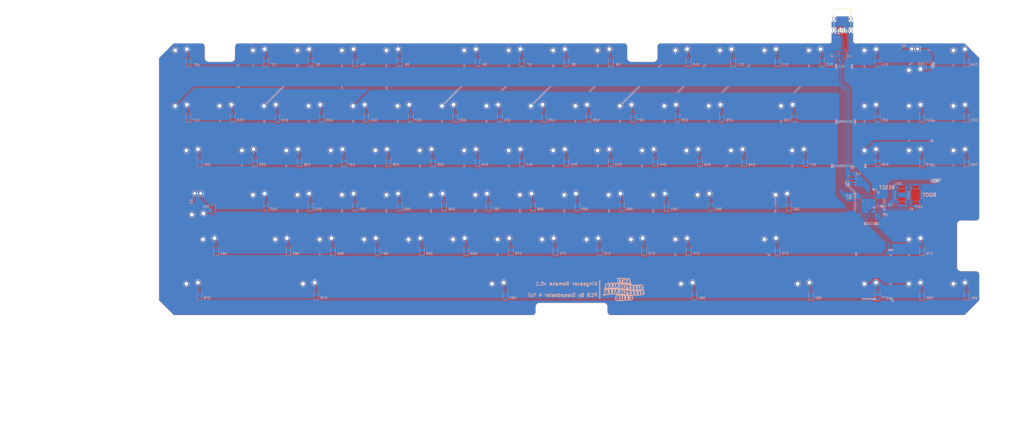
<source format=kicad_pcb>
(kicad_pcb (version 20211014) (generator pcbnew)
  (layers (0 "F.Cu" signal) (31 "B.Cu" signal) (34 "B.Paste" user) (35 "F.Paste" user) (36 "B.SilkS" user "B.Silkscreen") (37 "F.SilkS" user "F.Silkscreen") (38 "B.Mask" user) (39 "F.Mask" user) (44 "Edge.Cuts" user))
  (net 0 "")
  (net 1 "NRST")
  (net 2 "GND")
  (net 3 "+3V3")
  (net 4 "+5V")
  (net 5 "D_P")
  (net 6 "D_N")
  (net 7 "BOOT0")
  (net 8 "COL0")
  (net 9 "Net-(D1-Pad2)")
  (net 10 "Net-(D2-Pad2)")
  (net 11 "COL1")
  (net 12 "Net-(D3-Pad2)")
  (net 13 "COL2")
  (net 14 "Net-(D4-Pad2)")
  (net 15 "Net-(D5-Pad2)")
  (net 16 "COL3")
  (net 17 "Net-(D6-Pad2)")
  (net 18 "Net-(D7-Pad2)")
  (net 19 "COL4")
  (net 20 "Net-(D8-Pad2)")
  (net 21 "Net-(D9-Pad2)")
  (net 22 "COL5")
  (net 23 "Net-(D10-Pad2)")
  (net 24 "Net-(D11-Pad2)")
  (net 25 "COL6")
  (net 26 "Net-(D12-Pad2)")
  (net 27 "Net-(D13-Pad2)")
  (net 28 "COL7")
  (net 29 "Net-(D14-Pad2)")
  (net 30 "Net-(D15-Pad2)")
  (net 31 "COL8")
  (net 32 "Net-(D16-Pad2)")
  (net 33 "Net-(D17-Pad2)")
  (net 34 "Net-(D18-Pad2)")
  (net 35 "Net-(D19-Pad2)")
  (net 36 "Net-(D20-Pad2)")
  (net 37 "Net-(D21-Pad2)")
  (net 38 "Net-(D22-Pad2)")
  (net 39 "Net-(D23-Pad2)")
  (net 40 "Net-(D24-Pad2)")
  (net 41 "Net-(D25-Pad2)")
  (net 42 "Net-(D26-Pad2)")
  (net 43 "Net-(D27-Pad2)")
  (net 44 "Net-(D28-Pad2)")
  (net 45 "Net-(D29-Pad2)")
  (net 46 "Net-(D30-Pad2)")
  (net 47 "Net-(D31-Pad2)")
  (net 48 "Net-(D32-Pad2)")
  (net 49 "Net-(D33-Pad2)")
  (net 50 "Net-(D34-Pad2)")
  (net 51 "Net-(D35-Pad2)")
  (net 52 "Net-(D36-Pad2)")
  (net 53 "Net-(D37-Pad2)")
  (net 54 "Net-(D38-Pad2)")
  (net 55 "Net-(D39-Pad2)")
  (net 56 "Net-(D40-Pad2)")
  (net 57 "Net-(D41-Pad2)")
  (net 58 "Net-(D42-Pad2)")
  (net 59 "Net-(D43-Pad2)")
  (net 60 "Net-(D44-Pad2)")
  (net 61 "Net-(D45-Pad2)")
  (net 62 "Net-(D46-Pad2)")
  (net 63 "Net-(D47-Pad2)")
  (net 64 "Net-(D48-Pad2)")
  (net 65 "Net-(D49-Pad2)")
  (net 66 "Net-(D50-Pad2)")
  (net 67 "Net-(D51-Pad2)")
  (net 68 "Net-(D52-Pad2)")
  (net 69 "Net-(D53-Pad2)")
  (net 70 "Net-(D54-Pad2)")
  (net 71 "Net-(D55-Pad2)")
  (net 72 "Net-(D56-Pad2)")
  (net 73 "Net-(D57-Pad2)")
  (net 74 "Net-(D58-Pad2)")
  (net 75 "Net-(D59-Pad2)")
  (net 76 "Net-(D60-Pad2)")
  (net 77 "Net-(D61-Pad2)")
  (net 78 "Net-(D62-Pad2)")
  (net 79 "Net-(D63-Pad2)")
  (net 80 "Net-(D64-Pad2)")
  (net 81 "Net-(D66-Pad2)")
  (net 82 "Net-(D67-Pad2)")
  (net 83 "Net-(D68-Pad2)")
  (net 84 "Net-(D69-Pad2)")
  (net 85 "Net-(D70-Pad2)")
  (net 86 "Net-(D71-Pad2)")
  (net 87 "Net-(D72-Pad2)")
  (net 88 "Net-(D73-Pad2)")
  (net 89 "Net-(D74-Pad2)")
  (net 90 "Net-(D75-Pad2)")
  (net 91 "Net-(D76-Pad2)")
  (net 92 "Net-(D77-Pad2)")
  (net 93 "Net-(D78-Pad2)")
  (net 94 "Net-(D79-Pad2)")
  (net 95 "Net-(D80-Pad2)")
  (net 96 "Net-(D81-Pad2)")
  (net 97 "Net-(D82-Pad2)")
  (net 98 "Net-(D83-Pad2)")
  (net 99 "Net-(D84-Pad2)")
  (net 100 "VBUS")
  (net 101 "D_USB_+")
  (net 102 "D_USB_-")
  (net 103 "ROW0")
  (net 104 "ROW1")
  (net 105 "ROW2")
  (net 106 "ROW3")
  (net 107 "ROW4")
  (net 108 "ROW5")
  (net 109 "ROW6")
  (net 110 "ROW7")
  (net 111 "ROW8")
  (net 112 "ROW9")
  (net 113 "ROW10")
  (net 114 "ROW11")
  (net 116 "Net-(D65-Pad2)")
  (net 117 "SWDCLK")
  (net 118 "SWDIO")
  (net 119 "LED_SLCK")
  (net 120 "Net-(D85-Pad1)")
  (net 121 "LED_CAPS")
  (net 122 "Net-(D86-Pad1)")
  (footprint "kicad-alps:SW_Alps_1u" (layer "F.Cu") (at 350.04375 283.32295)
    (fp_text reference "MX42" hide)
    (fp_text value "K_I" hide)
  )
  (footprint "kicad-alps:SW_Alps_1u" (layer "F.Cu") (at 230.98125 321.42295)
    (fp_text reference "MX65" hide)
    (fp_text value "K_Z" hide)
  )
  (footprint "kicad-alps:SW_Alps_1u" (layer "F.Cu") (at 188.11875 240.46045)
    (fp_text reference "MX1" hide)
    (fp_text value "K_ESC" hide)
  )
  (footprint "Alps_Only:ALPS-LEDONLY" (layer "F.Cu") (at 502.44375 240.46045 180)
    (fp_text reference "D85")
    (fp_text value "LED")
  )
  (footprint "kicad-alps:SW_Alps_1u" (layer "F.Cu") (at 502.44375 340.47295)
    (fp_text reference "MX83" hide)
    (fp_text value "K_Down" hide)
  )
  (footprint "kicad-alps:SW_Alps_1u" (layer "F.Cu") (at 359.56875 264.27295)
    (fp_text reference "MX26" hide)
    (fp_text value "K_9" hide)
  )
  (footprint "kicad-alps:SW_Alps_1u" (layer "F.Cu") (at 388.14375 283.32295)
    (fp_text reference "MX44" hide)
    (fp_text value "K_P" hide)
  )
  (footprint "kicad-alps:SW_Alps_1u" (layer "F.Cu") (at 240.50625 240.46045)
    (fp_text reference "MX3" hide)
    (fp_text value "K_F2" hide)
  )
  (footprint "kicad-alps:SW_Alps_1u" (layer "F.Cu") (at 216.69375 283.32295)
    (fp_text reference "MX35" hide)
    (fp_text value "K_Q" hide)
  )
  (footprint "kicad-alps:SW_Alps_1u" (layer "F.Cu") (at 521.49375 240.46045)
    (fp_text reference "MX16" hide)
    (fp_text value "K_Pause" hide)
  )
  (footprint "kicad-alps:SW_Alps_1u" (layer "F.Cu") (at 373.85625 302.37295)
    (fp_text reference "MX60" hide)
    (fp_text value "K_L" hide)
  )
  (footprint "kicad-alps:SW_Alps_1u" (layer "F.Cu") (at 235.74375 283.32295)
    (fp_text reference "MX36" hide)
    (fp_text value "K_W" hide)
  )
  (footprint "Alps_Only:ALPS-LEDONLY" (layer "F.Cu") (at 195.2625 302.37295 180)
    (fp_text reference "D86")
    (fp_text value "LED")
  )
  (footprint "kicad-alps:SW_Alps_1u" (layer "F.Cu") (at 483.39375 283.32295)
    (fp_text reference "MX48" hide)
    (fp_text value "K_Delete" hide)
  )
  (footprint "kicad-alps:SW_Alps_1u" (layer "F.Cu") (at 483.39375 340.47295)
    (fp_text reference "MX77" hide)
    (fp_text value "K_Left" hide)
  )
  (footprint "kicad-alps:SW_Alps_1u" (layer "F.Cu") (at 254.79375 283.32295)
    (fp_text reference "MX37" hide)
    (fp_text value "K_E" hide)
  )
  (footprint "kicad-alps:SW_Alps_1u" (layer "F.Cu") (at 221.45625 240.46045)
    (fp_text reference "MX2" hide)
    (fp_text value "K_F1" hide)
  )
  (footprint "kicad-alps:SW_Alps_1u" (layer "F.Cu") (at 292.89375 283.32295)
    (fp_text reference "MX39" hide)
    (fp_text value "K_T" hide)
  )
  (footprint "kicad-alps:SW_Alps_1u" (layer "F.Cu") (at 426.24375 283.32295)
    (fp_text reference "MX46" hide)
    (fp_text value "K_RBracket" hide)
  )
  (footprint "kicad-alps:SW_Alps_1u" (layer "F.Cu") (at 483.39375 264.27295)
    (fp_text reference "MX31" hide)
    (fp_text value "K_Insert" hide)
  )
  (footprint "kicad-alps:SW_Alps_1u" (layer "F.Cu") (at 416.71875 264.27295)
    (fp_text reference "MX29" hide)
    (fp_text value "K_Plus" hide)
  )
  (footprint "kicad-alps:SW_Alps_1u" (layer "F.Cu") (at 245.26875 264.27295)
    (fp_text reference "MX20" hide)
    (fp_text value "K_3" hide)
  )
  (footprint "kicad-alps:SW_Alps_1u" (layer "F.Cu") (at 397.66875 264.27295)
    (fp_text reference "MX28" hide)
    (fp_text value "K_Minus" hide)
  )
  (footprint "kicad-alps:SW_Alps_1u" (layer "F.Cu") (at 335.75625 302.37295)
    (fp_text reference "MX58" hide)
    (fp_text value "K_J" hide)
  )
  (footprint "kicad-alps:SW_Alps_1u" (layer "F.Cu") (at 297.65625 302.37295)
    (fp_text reference "MX56" hide)
    (fp_text value "K_G" hide)
  )
  (footprint "kicad-alps:SW_Alps_1u" (layer "F.Cu") (at 278.60625 302.37295)
    (fp_text reference "MX55" hide)
    (fp_text value "K_F" hide)
  )
  (footprint "kicad-alps:SW_Alps_1.75u" (layer "F.Cu") (at 452.4375 283.32295)
    (fp_text reference "MX47" hide)
    (fp_text value "K_1.5uPipe" hide)
  )
  (footprint "kicad-alps:SW_Alps_1u" (layer "F.Cu") (at 502.44375 321.42295)
    (fp_text reference "MX76" hide)
    (fp_text value "K_Up" hide)
  )
  (footprint "kicad-alps:SW_Alps_1u" (layer "F.Cu") (at 221.45625 302.37295)
    (fp_text reference "MX52" hide)
    (fp_text value "K_A" hide)
  )
  (footprint "kicad-alps:SW_Alps_1u" (layer "F.Cu") (at 323.85 340.47295)
    (fp_text reference "MX80" hide)
    (fp_text value "K_7uSpace" hide)
  )
  (footprint "kicad-alps:SW_Alps_1u" (layer "F.Cu") (at 283.36875 264.27295)
    (fp_text reference "MX22" hide)
    (fp_text value "K_5" hide)
  )
  (footprint "kicad-alps:SW_Alps_1u" (layer "F.Cu") (at 440.53125 240.46045)
    (fp_text reference "MX12" hide)
    (fp_text value "K_F11" hide)
  )
  (footprint "kicad-alps:SW_Alps_1u" (layer "F.Cu") (at 402.43125 240.46045)
    (fp_text reference "MX10" hide)
    (fp_text value "K_F9" hide)
  )
  (footprint "kicad-alps:SW_Alps_1u" (layer "F.Cu") (at 226.21875 264.27295)
    (fp_text reference "MX19" hide)
    (fp_text value "K_2" hide)
  )
  (footprint "kicad-alps:SW_Alps_1u" (layer "F.Cu") (at 207.16875 264.27295)
    (fp_text reference "MX18" hide)
    (fp_text value "K_1" hide)
  )
  (footprint "kicad-alps:SW_Alps_1u" (layer "F.Cu") (at 369.09375 283.32295)
    (fp_text reference "MX43" hide)
    (fp_text value "K_O" hide)
  )
  (footprint "kicad-alps:SW_Alps_1u" (layer "F.Cu") (at 240.50625 302.37295)
    (fp_text reference "MX53" hide)
    (fp_text value "K_S" hide)
  )
  (footprint "kicad-alps:SW_Alps_1.5u" (layer "F.Cu") (at 242.8875 340.47295)
    (fp_text reference "MX79" hide)
    (fp_text value "K_1.5uLAlt" hide)
  )
  (footprint "kicad-alps:SW_Alps_1.5u" (layer "F.Cu") (at 192.88125 340.47295)
    (fp_text reference "MX78" hide)
    (fp_text value "K_1.5uLControl" hide)
  )
  (footprint "kicad-alps:SW_Alps_1u" (layer "F.Cu") (at 321.46875 264.27295)
    (fp_text reference "MX24" hide)
    (fp_text value "K_7" hide)
  )
  (footprint "kicad-alps:SW_Alps_1u" (layer "F.Cu") (at 521.49375 340.47295)
    (fp_text reference "MX84" hide)
    (fp_text value "K_Right" hide)
  )
  (footprint "kicad-alps:SW_Alps_1u" (layer "F.Cu") (at 502.44375 283.32295)
    (fp_text reference "MX49" hide)
    (fp_text value "K_End" hide)
  )
  (footprint "kicad-alps:SW_Alps_1u" (layer "F.Cu") (at 273.84375 283.32295)
    (fp_text reference "MX38" hide)
    (fp_text value "K_R" hide)
  )
  (footprint "kicad-alps:SW_Alps_1u" (layer "F.Cu") (at 483.39375 240.46045)
    (fp_text reference "MX14" hide)
    (fp_text value "K_Print" hide)
  )
  (footprint "kicad-alps:SW_Alps_1u" (layer "F.Cu") (at 447.675 264.27295)
    (fp_text reference "MX30" hide)
    (fp_text value "K_2uBackspace" hide)
  )
  (footprint "kicad-alps:SW_Alps_1u" (layer "F.Cu") (at 421.48125 240.46045)
    (fp_text reference "MX11" hide)
    (fp_text value "K_F10" hide)
  )
  (footprint "kicad-alps:SW_Alps_1u" (layer "F.Cu") (at 392.90625 302.37295)
    (fp_text reference "MX61" hide)
    (fp_text value "K_Semicolon" hide)
  )
  (footprint "kicad-alps:SW_Alps_1.5u" (layer "F.Cu") (at 404.8125 340.47295)
    (fp_text reference "MX81" hide)
    (fp_text value "K_1.5uRalt" hide)
  )
  (footprint "kicad-alps:SW_Alps_1u" (layer "F.Cu") (at 330.99375 240.46045)
    (fp_text reference "MX7" hide)
    (fp_text value "K_F6" hide)
  )
  (footprint "kicad-alps:SW_Alps_1u" (layer "F.Cu") (at 188.11875 264.27295)
    (fp_text reference "MX17" hide)
    (fp_text value "K_Tilde" hide)
  )
  (footprint "kicad-alps:SW_Alps_1u" (layer "F.Cu") (at 288.13125 321.42295)
    (fp_text reference "MX68" hide)
    (fp_text value "K_V" hide)
  )
  (footprint "kicad-alps:SW_Alps_1u" (layer "F.Cu") (at 250.03125 321.42295)
    (fp_text reference "MX66" hide)
    (fp_text value "K_X" hide)
  )
  (footprint "kicad-alps:SW_Alps_1u" (layer "F.Cu") (at 364.33125 321.42295)
    (fp_text reference "MX72" hide)
    (fp_text value "K_Comma" hide)
  )
  (footprint "kicad-alps:SW_Alps_1u" (layer "F.Cu") (at 502.44375 264.27295)
    (fp_text reference "MX32" hide)
    (fp_text value "K_Home" hide)
  )
  (footprint "kicad-alps:SW_Alps_1u" (layer "F.Cu") (at 350.04375 240.46045)
    (fp_text reference "MX8" hide)
    (fp_text value "K_F7" hide)
  )
  (footprint "kicad-alps:SW_Alps_1u" (layer "F.Cu") (at 354.80625 302.37295)
    (fp_text reference "MX59" hide)
    (fp_text value "K_K" hide)
  )
  (footprint "kicad-alps:SW_Alps_1u" (layer "F.Cu") (at 445.29375 302.37295)
    (fp_text reference "MX63" hide)
    (fp_text value "K_2.25uEnter" hide)
  )
  (footprint "kicad-alps:SW_Alps_1u" (layer "F.Cu") (at 278.60625 240.46045)
    (fp_text reference "MX5" hide)
    (fp_text value "K_F4" hide)
  )
  (footprint "kicad-alps:SW_Alps_1.5u" (layer "F.Cu") (at 454.81875 340.47295)
    (fp_text reference "MX82" hide)
    (fp_text value "K_1.5uRControl" hide)
  )
  (footprint "kicad-alps:SW_Alps_1u" (layer "F.Cu") (at 521.49375 264.27295)
    (fp_text reference "MX33" hide)
    (fp_text value "K_PgUp" hide)
  )
  (footprint "kicad-alps:SW_Alps_1u" (layer "F.Cu") (at 459.58125 240.46045)
    (fp_text reference "MX13" hide)
    (fp_text value "K_F12" hide)
  )
  (footprint "kicad-alps:SW_Alps_1u" (layer "F.Cu") (at 326.23125 321.42295)
    (fp_text reference "MX70" hide)
    (fp_text value "K_N" hide)
  )
  (footprint "kicad-alps:SW_Alps_1u" (layer "F.Cu") (at 302.41875 264.27295)
    (fp_text reference "MX23" hide)
    (fp_text value "K_6" hide)
  )
  (footprint "kicad-alps:SW_Alps_1u" (layer "F.Cu") (at 411.95625 302.37295)
    (fp_text reference "MX62" hide)
    (fp_text value "K_Apostrophe" hide)
  )
  (footprint "kicad-alps:SW_Alps_1u" (layer "F.Cu") (at 330.99375 283.32295)
    (fp_text reference "MX41" hide)
    (fp_text value "K_U" hide)
  )
  (footprint "kicad-alps:SW_Alps_1u" (layer "F.Cu") (at 316.70625 302.37295)
    (fp_text reference "MX57" hide)
    (fp_text value "K_H" hide)
  )
  (footprint "kicad-alps:SW_Alps_1u" (layer "F.Cu") (at 369.09375 240.46045)
    (fp_text reference "MX9" hide)
    (fp_text value "K_F8" hide)
  )
  (footprint "kicad-alps:SW_Alps_1u" (layer "F.Cu") (at 383.38125 321.42295)
    (fp_text reference "MX73" hide)
    (fp_text value "K_Period" hide)
  )
  (footprint "kicad-alps:SW_Alps_1u" (layer "F.Cu") (at 259.55625 302.37295)
    (fp_text reference "MX54" hide)
    (fp_text value "K_D" hide)
  )
  (footprint "kicad-alps:SW_Alps_1u" (layer "F.Cu") (at 378.61875 264.27295)
    (fp_text reference "MX27" hide)
    (fp_text value "K_0" hide)
  )
  (footprint "kicad-alps:SW_Alps_1u" (layer "F.Cu") (at 440.53125 321.42295)
    (fp_text reference "MX75" hide)
    (fp_text value "K_2.75uRightShift" hide)
  )
  (footprint "kicad-alps:SW_Alps_1u" (layer "F.Cu") (at 311.94375 240.46045)
    (fp_text reference "MX6" hide)
    (fp_text value "K_F5" hide)
  )
  (footprint "kicad-alps:SW_Alps_1u" (layer "F.Cu") (at 200.025 321.42295)
    (fp_text reference "MX64" hide)
    (fp_text value "K_2.25uLShift" hide)
  )
  (footprint "kicad-alps:SW_Alps_1u" (layer "F.Cu") (at 307.18125 321.42295)
    (fp_text reference "MX69" hide)
    (fp_text value "K_B" hide)
  )
  (footprint "kicad-alps:SW_Alps_1u" (layer "F.Cu") (at 407.19375 283.32295)
    (fp_text reference "MX45" hide)
    (fp_text value "K_LBracket" hide)
  )
  (footprint "Keebio-Parts:USB-Mini-B_ LCSC-C46398" (layer "F.Cu") (at 471.45575 227.86665 180)
    (fp_text reference "J1" hide)
    (fp_text value "USB_B_Mini" hide)
  )
  (footprint "kicad-alps:SW_Alps_1.5u" (layer "F.Cu") (at 192.88125 283.32295)
    (fp_text reference "MX34" hide)
    (fp_text value "K_1.5uTab" hide)
  )
  (footprint "kicad-alps:SW_Alps_1u" (layer "F.Cu") (at 264.31875 264.27295)
    (fp_text reference "MX21" hide)
    (fp_text value "K_4" hide)
  )
  (footprint "kicad-alps:SW_Alps_1.75u" (layer "F.Cu") (at 195.2625 302.37295 180)
    (fp_text reference "MX51" hide)
    (fp_text value "K_1.75uCaps" hide)
  )
  (footprint "kicad-alps:SW_Alps_1u" (layer "F.Cu") (at 345.28125 321.42295)
    (fp_text reference "MX71" hide)
    (fp_text value "K_M" hide)
  )
  (footprint "kicad-alps:SW_Alps_1u" (layer "F.Cu") (at 502.44375 240.46045 180)
    (fp_text reference "MX15" hide)
    (fp_text value "K_Scroll Lock" hide)
  )
  (footprint "kicad-alps:SW_Alps_1u" (layer "F.Cu") (at 402.43125 321.42295)
    (fp_text reference "MX74" hide)
    (fp_text value "K_Slash" hide)
  )
  (footprint "kicad-alps:SW_Alps_1u" (layer "F.Cu") (at 311.94375 283.32295)
    (fp_text reference "MX40" hide)
    (fp_text value "K_Y" hide)
  )
  (footprint "kicad-alps:SW_Alps_1u" (layer "F.Cu") (at 340.51875 264.27295)
    (fp_text reference "MX25" hide)
    (fp_text value "K_8" hide)
  )
  (footprint "kicad-alps:SW_Alps_1u" (layer "F.Cu") (at 259.55625 240.46045)
    (fp_text reference "MX4" hide)
    (fp_text value "K_F3" hide)
  )
  (footprint "kicad-alps:SW_Alps_1u" (layer "F.Cu") (at 521.49375 283.32295)
    (fp_text reference "MX50" hide)
    (fp_text value "K_PgDn" hide)
  )
  (footprint "kicad-alps:SW_Alps_1u" (layer "F.Cu") (at 269.08125 321.42295)
    (fp_text reference "MX67" hide)
    (fp_text value "K_C" hide)
  )
  (footprint "Sleep-Lib:D_SOD-123-EditSkilk" (layer "B.Cu") (at 353.21875 284.1167 90)
    (fp_text reference "D42")
    (fp_text value "1n4148")
  )
  (footprint "Sleep-Lib:D_SOD-123-EditSkilk" (layer "B.Cu") (at 229.39375 265.0667 90)
    (fp_text reference "D19")
    (fp_text value "1n4148")
  )
  (footprint "Sleep-Lib:D_SOD-123-EditSkilk" (layer "B.Cu") (at 486.56875 341.2667 90)
    (fp_text reference "D77")
    (fp_text value "1n4148")
  )
  (footprint "Sleep-Lib:D_SOD-123-EditSkilk" (layer "B.Cu") (at 305.59375 265.0667 90)
    (fp_text reference "D23")
    (fp_text value "1n4148")
  )
  (footprint "Sleep-Lib:D_SOD-123-EditSkilk" (layer "B.Cu") (at 315.11875 241.2542 90)
    (fp_text reference "D6")
    (fp_text value "1n4148")
  )
  (footprint "Capacitor_SMD:C_0402_1005Metric" (layer "B.Cu") (at 493.268 302.7857 -90)
    (fp_text reference "C1")
    (fp_text value "100nF")
  )
  (footprint "Sleep-Lib:D_SOD-123-EditSkilk" (layer "B.Cu") (at 248.44375 265.0667 90)
    (fp_text reference "D20")
    (fp_text value "1n4148")
  )
  (footprint "Capacitor_SMD:C_0402_1005Metric" (layer "B.Cu") (at 475.869 287.9267 180)
    (fp_text reference "C9")
    (fp_text value "1uF")
  )
  (footprint "Capacitor_SMD:C_0402_1005Metric" (layer "B.Cu") (at 481.584 309.6437)
    (fp_text reference "C5")
    (fp_text value "100nF")
  )
  (footprint "Sleep-Lib:D_SOD-123-EditSkilk" (layer "B.Cu") (at 505.61875 341.2667 90)
    (fp_text reference "D83")
    (fp_text value "1n4148")
  )
  (footprint "Package_QFP:LQFP-48_7x7mm_P0.5mm" (layer "B.Cu") (at 482.6 303.1667 90)
    (fp_text reference "U2")
    (fp_text value "STM32F072C8Tx")
  )
  (footprint "Sleep-Lib:D_SOD-123-EditSkilk" (layer "B.Cu") (at 367.50625 322.2167 90)
    (fp_text reference "D72")
    (fp_text value "1n4148")
  )
  (footprint "Sleep-Lib:D_SOD-123-EditSkilk" (layer "B.Cu") (at 362.74375 265.0667 90)
    (fp_text reference "D26")
    (fp_text value "1n4148")
  )
  (footprint "Sleep-Lib:D_SOD-123-EditSkilk" (layer "B.Cu") (at 424.65625 241.2542 90)
    (fp_text reference "D11")
    (fp_text value "1n4148")
  )
  (footprint "Capacitor_SMD:C_0402_1005Metric" (layer "B.Cu") (at 485.394 297.3247 180)
    (fp_text reference "C8")
    (fp_text value "100nF")
  )
  (footprint "Sleep-Lib:D_SOD-123-EditSkilk" (layer "B.Cu") (at 262.73125 303.1667 90)
    (fp_text reference "D54")
    (fp_text value "1n4148")
  )
  (footprint "Sleep-Lib:D_SOD-123-EditSkilk" (layer "B.Cu") (at 224.63125 303.1667 90)
    (fp_text reference "D52")
    (fp_text value "1n4148")
  )
  (footprint "Package_TO_SOT_SMD:SOT-23" (layer "B.Cu") (at 475.615 290.4667 90)
    (fp_text reference "U3")
    (fp_text value "XC6206PxxxMR-Regulator_Linear")
  )
  (footprint "Sleep-Lib:D_SOD-123-EditSkilk" (layer "B.Cu") (at 262.73125 241.2542 90)
    (fp_text reference "D4")
    (fp_text value "1n4148")
  )
  (footprint "Sleep-Lib:D_SOD-123-EditSkilk" (layer "B.Cu") (at 238.91875 284.1167 90)
    (fp_text reference "D36")
    (fp_text value "1n4148")
  )
  (footprint "Sleep-Lib:D_SOD-123-EditSkilk" (layer "B.Cu") (at 243.68125 303.1667 90)
    (fp_text reference "D53")
    (fp_text value "1n4148")
  )
  (footprint "Sleep-Lib:D_SOD-123-EditSkilk" (layer "B.Cu") (at 291.30625 322.2167 90)
    (fp_text reference "D68")
    (fp_text value "1n4148")
  )
  (footprint "Sleep-Lib:D_SOD-123-EditSkilk" (layer "B.Cu") (at 201.93 304.6907 -90)
    (fp_text reference "D51")
    (fp_text value "1n4148")
  )
  (footprint "Sleep-Lib:D_SOD-123-EditSkilk" (layer "B.Cu") (at 353.21875 241.2542 90)
    (fp_text reference "D8")
    (fp_text value "1n4148")
  )
  (footprint "Sleep-Lib:D_SOD-123-EditSkilk" (layer "B.Cu") (at 405.60625 322.2167 90)
    (fp_text reference "D74")
    (fp_text value "1n4148")
  )
  (footprint "Sleep-Lib:D_SOD-123-EditSkilk" (layer "B.Cu") (at 210.34375 265.0667 90)
    (fp_text reference "D18")
    (fp_text value "1n4148")
  )
  (footprint "Sleep-Lib:D_SOD-123-EditSkilk" (layer "B.Cu") (at 300.83125 303.1667 90)
    (fp_text reference "D56")
    (fp_text value "1n4148")
  )
  (footprint "Sleep-Lib:D_SOD-123-EditSkilk" (layer "B.Cu") (at 234.15625 322.2167 90)
    (fp_text reference "D65")
    (fp_text value "1n4148")
  )
  (footprint "Sleep-Lib:D_SOD-123-EditSkilk" (layer "B.Cu") (at 319.88125 303.1667 90)
    (fp_text reference "D57")
    (fp_text value "1n4148")
  )
  (footprint "Sleep-Lib:D_SOD-123-EditSkilk" (layer "B.Cu") (at 443.70625 322.2167 90)
    (fp_text reference "D75")
    (fp_text value "1n4148")
  )
  (footprint "Sleep-Lib:D_SOD-123-EditSkilk" (layer "B.Cu") (at 315.11875 284.1167 90)
    (fp_text reference "D40")
    (fp_text value "1n4148")
  )
  (footprint "Sleep-Lib:D_SOD-123-EditSkilk" (layer "B.Cu") (at 400.84375 265.0667 90)
    (fp_text reference "D28")
    (fp_text value "1n4148")
  )
  (footprint "Sleep-Lib:D_SOD-123-EditSkilk" (layer "B.Cu") (at 191.29375 265.0667 90)
    (fp_text reference "D17")
    (fp_text value "1n4148")
  )
  (footprint "Sleep-Lib:D_SOD-123-EditSkilk" (layer "B.Cu") (at 224.63125 241.2542 90)
    (fp_text reference "D2")
    (fp_text value "1n4148")
  )
  (footprint "Button_Switch_SMD:SW_SPST_SKQG_WithoutStem" (layer "B.Cu") (at 502.793 298.4042 90)
    (fp_text reference "SW2")
    (fp_text value "RST")
  )
  (footprint "Sleep-Lib:D_SOD-123-EditSkilk" (layer "B.Cu") (at 196.05625 284.1167 90)
    (fp_text reference "D34")
    (fp_text value "1n4148")
  )
  (footprint "Sleep-Lib:D_SOD-123-EditSkilk" (layer "B.Cu") (at 334.16875 241.2542 90)
    (fp_text reference "D7")
    (fp_text value "1n4148")
  )
  (footprint "Resistor_SMD:R_0402_1005Metric" (layer "B.Cu") (at 500.888 303.2937)
    (fp_text reference "R1")
    (fp_text value "10k")
  )
  (footprint "Sleep-Lib:D_SOD-123-EditSkilk" (layer "B.Cu") (at 257.96875 284.1167 90)
    (fp_text reference "D37")
    (fp_text value "1n4148")
  )
  (footprint "Sleep-Lib:D_SOD-123-EditSkilk" (layer "B.Cu") (at 338.93125 303.1667 90)
    (fp_text reference "D58")
    (fp_text value "1n4148")
  )
  (footprint "Sleep-Lib:D_SOD-123-EditSkilk" (layer "B.Cu") (at 524.66875 284.1167 90)
    (fp_text reference "D50")
    (fp_text value "1n4148")
  )
  (footprint "Sleep-Lib:D_SOD-123-EditSkilk" (layer "B.Cu") (at 324.64375 265.0667 90)
    (fp_text reference "D24")
    (fp_text value "1n4148")
  )
  (footprint "Sleep-Lib:D_SOD-123-EditSkilk" (layer "B.Cu") (at 267.49375 265.0667 90)
    (fp_text reference "D21")
    (fp_text value "1n4148")
  )
  (footprint "Sleep-Lib:D_SOD-123-EditSkilk" (layer "B.Cu") (at 246.0625 341.2667 90)
    (fp_text reference "D79")
    (fp_text value "1n4148")
  )
  (footprint "Resistor_SMD:R_0402_1005Metric" (layer "B.Cu") (at 497.711 235.8567 180)
    (fp_text reference "R2")
    (fp_text value "470")
  )
  (footprint "Sleep-Lib:D_SOD-123-EditSkilk" (layer "B.Cu") (at 443.70625 241.2542 90)
    (fp_text reference "D12")
    (fp_text value "1n4148")
  )
  (footprint "Sleep-Lib:D_SOD-123-EditSkilk" (layer "B.Cu") (at 505.61875 322.2167 90)
    (fp_text reference "D76")
    (fp_text value "1n4148")
  )
  (footprint "Sleep-Lib:D_SOD-123-EditSkilk" (layer "B.Cu") (at 203.2 322.2167 90)
    (fp_text reference "D64")
    (fp_text value "1n4148")
  )
  (footprint "Button_Switch_SMD:SW_SPST_SKQG_WithoutStem" (layer "B.Cu") (at 496.8875 298.4042 90)
    (fp_text reference "SW1")
    (fp_text value "RST")
  )
  (footprint "Sleep-Lib:D_SOD-123-EditSkilk" (layer "B.Cu") (at 524.66875 241.2542 90)
    (fp_text reference "D16")
    (fp_text value "1n4148")
  )
  (footprint "Sleep-Lib:D_SOD-123-EditSkilk" (layer "B.Cu") (at 524.66875 341.2667 90)
    (fp_text reference "D84")
    (fp_text value "1n4148")
  )
  (footprint "Sleep-Lib:D_SOD-123-EditSkilk" (layer "B.Cu") (at 457.99375 341.2667 90)
    (fp_text reference "D82")
    (fp_text value "1n4148")
  )
  (footprint "Sleep-Lib:D_SOD-123-EditSkilk" (layer "B.Cu") (at 486.56875 241.2542 90)
    (fp_text reference "D14")
    (fp_text value "1n4148")
  )
  (footprint "Sleep-Lib:D_SOD-123-EditSkilk" (layer "B.Cu") (at 524.66875 265.0667 90)
    (fp_text reference "D33")
    (fp_text value "1n4148")
  )
  (footprint "Capacitor_SMD:C_0402_1005Metric" (layer "B.Cu") (at 488.442 306.9767 -90)
    (fp_text reference "C7")
    (fp_text value "100nF")
  )
  (footprint "Sleep-Lib:D_SOD-123-EditSkilk" (layer "B.Cu") (at 505.61875 265.0667 90)
    (fp_text reference "D32")
    (fp_text value "1n4148")
  )
  (footprint "Sleep-Lib:D_SOD-123-EditSkilk" (layer "B.Cu") (at 381.79375 265.0667 90)
    (fp_text reference "D27")
    (fp_text value "1n4148")
  )
  (footprint "Sleep-Lib:D_SOD-123-EditSkilk" (layer "B.Cu") (at 329.40625 322.2167 90)
    (fp_text reference "D70")
    (fp_text value "1n4148")
  )
  (footprint "Sleep-Lib:D_SOD-123-EditSkilk" (layer "B.Cu") (at 219.86875 284.1167 90)
    (fp_text reference "D35")
    (fp_text value "1n4148")
  )
  (footprint "Sleep-Lib:D_SOD-123-EditSkilk" (layer "B.Cu") (at 419.89375 265.0667 90)
    (fp_text reference "D29")
    (fp_text value "1n4148")
  )
  (footprint "Sleep-Lib:D_SOD-123-EditSkilk" (layer "B.Cu") (at 455.6125 284.1167 90)
    (fp_text reference "D47")
    (fp_text value "1n4148")
  )
  (footprint "Sleep-Lib:D_SOD-123-EditSkilk" (layer "B.Cu") (at 281.78125 303.1667 90)
    (fp_text reference "D55")
    (fp_text value "1n4148")
  )
  (footprint "Sleep-Lib:D_SOD-123-EditSkilk" (layer "B.Cu") (at 429.41875 284.1167 90)
    (fp_text reference "D46")
    (fp_text value "1n4148")
  )
  (footprint "Sleep-Lib:D_SOD-123-EditSkilk" (layer "B.Cu") (at 296.06875 284.1167 90)
    (fp_text reference "D39")
    (fp_text value "1n4148")
  )
  (footprint "Sleep-Lib:D_SOD-123-EditSkilk" (layer "B.Cu") (at 386.55625 322.2167 90)
    (fp_text reference "D73")
    (fp_text value "1n4148")
  )
  (footprint "Sleep-Lib:D_SOD-123-EditSkilk" (layer "B.Cu") (at 396.08125 303.1667 90)
    (fp_text reference "D61")
    (fp_text value "1n4148")
  )
  (footprint "Sleep-Lib:D_SOD-123-EditSkilk" (layer "B.Cu") (at 272.25625 322.2167 90)
    (fp_text reference "D67")
    (fp_text value "1n4148")
  )
  (footprint "Sleep-Lib:D_SOD-123-EditSkilk" (layer "B.Cu") (at 486.56875 265.0667 90)
    (fp_text reference "D31")
    (fp_text value "1n4148")
  )
  (footprint "Sleep-Lib:D_SOD-123-EditSkilk" (layer "B.Cu") (at 450.85 265.0667 90)
    (fp_text reference "D30")
    (fp_text value "1n4148")
  )
  (footprint "Package_TO_SOT_SMD:SOT-23-6" (layer "B.Cu") (at 471.70975 237.60295 90)
    (fp_text reference "U1")
    (fp_text value "USBLC6-2SC6")
  )
  (footprint "Capacitor_SMD:C_0402_1005Metric" (layer "B.Cu") (at 476.377 298.7217)
    (fp_text reference "C10")
    (fp_text value "1uF")
  )
  (footprint "Sleep-Lib:D_SOD-123-EditSkilk" (layer "B.Cu") (at 357.98125 303.1667 90)
    (fp_text reference "D59")
    (fp_text value "1n4148")
  )
  (footprint "Sleep-Lib:D_SOD-123-EditSkilk" (layer "B.Cu") (at 343.69375 265.0667 90)
    (fp_text reference "D25")
    (fp_text value "1n4148")
  )
  (footprint "Capacitor_SMD:C_0402_1005Metric" (layer "B.Cu") (at 476.405 299.8647 180)
    (fp_text reference "C4")
    (fp_text value "100nF")
  )
  (footprint "Sleep-Lib:D_SOD-123-EditSkilk" (layer "B.Cu") (at 508.381 243.4767 -90)
    (fp_text reference "D15")
    (fp_text value "1n4148")
  )
  (footprint "Sleep-Lib:D_SOD-123-EditSkilk" (layer "B.Cu") (at 407.9875 341.2667 90)
    (fp_text reference "D81")
    (fp_text value "1n4148")
  )
  (footprint "Fuse:Fuse_1206_3216Metric" (layer "B.Cu") (at 468.66175 238.87295 -90)
    (fp_text reference "F1")
    (fp_text value "500mA")
  )
  (footprint "Sleep-Lib:D_SOD-123-EditSkilk" (layer "B.Cu") (at 448.46875 303.1667 90)
    (fp_text reference "D63")
    (fp_text value "1n4148")
  )
  (footprint "Sleep-Lib:D_SOD-123-EditSkilk" (layer "B.Cu") (at 286.54375 265.0667 90)
    (fp_text reference "D22")
    (fp_text value "1n4148")
  )
  (footprint "Capacitor_SMD:C_0402_1005Metric" (layer "B.Cu") (at 475.488 294.1497)
    (fp_text reference "C2")
    (fp_text value "4.7uF")
  )
  (footprint "Capacitor_SMD:C_0402_1005Metric" (layer "B.Cu") (at 486.283 309.6437)
    (fp_text reference "C6")
    (fp_text value "100nF")
  )
  (footprint "Sleep-Lib:D_SOD-123-EditSkilk" (layer "B.Cu") (at 505.61875 284.1167 90)
    (fp_text reference "D49")
    (fp_text value "1n4148")
  )
  (footprint "Sleep-Lib:D_SOD-123-EditSkilk" (layer "B.Cu") (at 281.78125 241.2542 90)
    (fp_text reference "D5")
    (fp_text value "1n4148")
  )
  (footprint "Sleep-Lib:D_SOD-123-EditSkilk" (layer "B.Cu") (at 310.35625 322.2167 90)
    (fp_text reference "D69")
    (fp_text value "1n4148")
  )
  (footprint "Sleep-Lib:D_SOD-123-EditSkilk" (layer "B.Cu") (at 391.31875 284.1167 90)
    (fp_text reference "D44")
    (fp_text value "1n4148")
  )
  (footprint "Sleep-Lib:assc_fixed" (layer "B.Cu") (at 377.825 338.88545 180)
    (fp_text reference "H1" hide)
    (fp_text value "MountingHole" hide)
  )
  (footprint "Sleep-Lib:D_SOD-123-EditSkilk" (layer "B.Cu") (at 243.68125 241.2542 90)
    (fp_text reference "D3")
    (fp_text value "1n4148")
  )
  (footprint "Sleep-Lib:D_SOD-123-EditSkilk" (layer "B.Cu") (at 405.60625 241.2542 90)
    (fp_text reference "D10")
    (fp_text value "1n4148")
  )
  (footprint "Capacitor_SMD:C_0402_1005Metric" (layer "B.Cu") (at 475.488 293.0067)
    (fp_text reference "C3")
    (fp_text value "1uF")
  )
  (footprint "Sleep-Lib:D_SOD-123-EditSkilk" (layer "B.Cu") (at 372.26875 241.2542 90)
    (fp_text reference "D9")
    (fp_text value "1n4148")
  )
  (footprint "Sleep-Lib:D_SOD-123-EditSkilk" (layer "B.Cu") (at 410.36875 284.1167 90)
    (fp_text reference "D45")
    (fp_text value "1n4148")
  )
  (footprint "Sleep-Lib:D_SOD-123-EditSkilk" (layer "B.Cu") (at 486.56875 284.1167 90)
    (fp_text reference "D48")
    (fp_text value "1n4148")
  )
  (footprint "Sleep-Lib:D_SOD-123-EditSkilk" (layer "B.Cu") (at 191.29375 241.2542 90)
    (fp_text reference "D1")
    (fp_text value "1n4148")
  )
  (footprint "Sleep-Lib:D_SOD-123-EditSkilk" (layer "B.Cu") (at 348.45625 322.2167 90)
    (fp_text reference "D71")
    (fp_text value "1n4148")
  )
  (footprint "Sleep-Lib:D_SOD-123-EditSkilk" (layer "B.Cu") (at 462.75625 241.2542 90)
    (fp_text reference "D13")
    (fp_text value "1n4148")
  )
  (footprint "Sleep-Lib:D_SOD-123-EditSkilk" (layer "B.Cu") (at 334.16875 284.1167 90)
    (fp_text reference "D41")
    (fp_text value "1n4148")
  )
  (footprint "Sleep-Lib:D_SOD-123-EditSkilk" (layer "B.Cu") (at 377.03125 303.1667 90)
    (fp_text reference "D60")
    (fp_text value "1n4148")
  )
  (footprint "Sleep-Lib:D_SOD-123-EditSkilk" (layer "B.Cu") (at 372.26875 284.1167 90)
    (fp_text reference "D43")
    (fp_text value "1n4148")
  )
  (footprint "Sleep-Lib:D_SOD-123-EditSkilk" (layer "B.Cu") (at 253.20625 322.2167 90)
    (fp_text reference "D66")
    (fp_text value "1n4148")
  )
  (footprint "Sleep-Lib:D_SOD-123-EditSkilk" (layer "B.Cu") (at 327.025 341.2667 90)
    (fp_text reference "D80")
    (fp_text value "1n4148")
  )
  (footprint "Sleep-Lib:D_SOD-123-EditSkilk" (layer "B.Cu") (at 277.01875 284.1167 90)
    (fp_text reference "D38")
    (fp_text value "1n4148")
  )
  (footprint "Sleep-Lib:D_SOD-123-EditSkilk" (layer "B.Cu") (at 415.13125 303.1667 90)
    (fp_text reference "D62")
    (fp_text value "1n4148")
  )
  (footprint "Sleep-Lib:D_SOD-123-EditSkilk" (layer "B.Cu") (at 196.05625 341.2667 90)
    (fp_text reference "D78")
    (fp_text value "1n4148")
  )
  (footprint "Resistor_SMD:R_0402_1005Metric" (layer "B.Cu") (at 193.802 301.1347 -90)
    (fp_text reference "R3")
    (fp_text value "470")
  )
  (gr_line (start 367.50625 334.9167) (end 367.50625 342.8542) (layer "B.SilkS") (width 0.45))
  (gr_arc (start 475.4563 221.72795) (mid 475.995101 221.951149) (end 476.2183 222.48995) (layer "Edge.Cuts") (width 0.1))
  (gr_line (start 341.777468 344.770482) (end 369.09375 344.770482) (layer "Edge.Cuts") (width 0.1))
  (gr_arc (start 466.69325 232.5547) (mid 466.470065 233.093515) (end 465.93125 233.3167) (layer "Edge.Cuts") (width 0.1))
  (gr_line (start 466.6933 222.4899) (end 466.69325 232.5547) (layer "Edge.Cuts") (width 0.1))
  (gr_line (start 476.98025 233.3167) (end 523.875 233.3167) (layer "Edge.Cuts") (width 0.1))
  (gr_arc (start 392.1125 234.9042) (mid 392.577468 233.781668) (end 393.7 233.3167) (layer "Edge.Cuts") (width 0.1))
  (gr_line (start 200.025 241.2542) (end 209.55 241.2542) (layer "Edge.Cuts") (width 0.1))
  (gr_line (start 198.4375 234.9042) (end 198.4375 239.6667) (layer "Edge.Cuts") (width 0.1))
  (gr_line (start 392.1125 234.9042) (end 392.1125 239.6667) (layer "Edge.Cuts") (width 0.1))
  (gr_arc (start 200.025 241.2542) (mid 198.902468 240.789232) (end 198.4375 239.6667) (layer "Edge.Cuts") (width 0.1))
  (gr_line (start 528.6375 330.94795) (end 522.2875 330.94795) (layer "Edge.Cuts") (width 0.1))
  (gr_line (start 338.602468 349.99795) (end 184.94375 349.99795) (layer "Edge.Cuts") (width 0.1))
  (gr_arc (start 381 241.2542) (mid 379.877468 240.789232) (end 379.4125 239.6667) (layer "Edge.Cuts") (width 0.1))
  (gr_arc (start 530.225 307.9292) (mid 529.760032 309.051732) (end 528.6375 309.5167) (layer "Edge.Cuts") (width 0.1))
  (gr_arc (start 372.26875 349.99795) (mid 371.146218 349.532982) (end 370.68125 348.41045) (layer "Edge.Cuts") (width 0.1))
  (gr_line (start 379.4125 234.9042) (end 379.4125 239.6667) (layer "Edge.Cuts") (width 0.1))
  (gr_line (start 520.7 311.1042) (end 520.7 329.36045) (layer "Edge.Cuts") (width 0.1))
  (gr_arc (start 476.98025 233.3167) (mid 476.441435 233.093515) (end 476.21825 232.5547) (layer "Edge.Cuts") (width 0.1))
  (gr_line (start 530.225 239.6667) (end 523.875 233.3167) (layer "Edge.Cuts") (width 0.1))
  (gr_line (start 465.93125 233.3167) (end 393.7 233.3167) (layer "Edge.Cuts") (width 0.1))
  (gr_line (start 184.94375 233.3167) (end 196.85 233.3167) (layer "Edge.Cuts") (width 0.1))
  (gr_line (start 467.4553 221.7279) (end 475.4563 221.72795) (layer "Edge.Cuts") (width 0.1))
  (gr_arc (start 392.1125 239.6667) (mid 391.647532 240.789232) (end 390.525 241.2542) (layer "Edge.Cuts") (width 0.1))
  (gr_line (start 528.6375 309.5167) (end 522.2875 309.5167) (layer "Edge.Cuts") (width 0.1))
  (gr_line (start 530.225 307.9292) (end 530.225 239.6667) (layer "Edge.Cuts") (width 0.1))
  (gr_line (start 211.1375 234.9042) (end 211.1375 239.6667) (layer "Edge.Cuts") (width 0.1))
  (gr_line (start 381 241.2542) (end 390.525 241.2542) (layer "Edge.Cuts") (width 0.1))
  (gr_line (start 476.21825 232.5547) (end 476.2183 222.48995) (layer "Edge.Cuts") (width 0.1))
  (gr_line (start 530.225 343.64795) (end 530.225 332.53545) (layer "Edge.Cuts") (width 0.1))
  (gr_line (start 523.875 349.99795) (end 530.225 343.64795) (layer "Edge.Cuts") (width 0.1))
  (gr_arc (start 466.6933 222.4899) (mid 466.916482 221.951067) (end 467.4553 221.7279) (layer "Edge.Cuts") (width 0.1))
  (gr_line (start 340.189968 348.41045) (end 340.189968 346.357982) (layer "Edge.Cuts") (width 0.1))
  (gr_line (start 178.59375 343.64795) (end 178.59375 239.6667) (layer "Edge.Cuts") (width 0.1))
  (gr_line (start 370.68125 346.357982) (end 370.68125 348.41045) (layer "Edge.Cuts") (width 0.1))
  (gr_line (start 178.59375 239.6667) (end 184.94375 233.3167) (layer "Edge.Cuts") (width 0.1))
  (gr_line (start 184.94375 349.99795) (end 178.59375 343.64795) (layer "Edge.Cuts") (width 0.1))
  (gr_arc (start 522.2875 330.94795) (mid 521.164968 330.482982) (end 520.7 329.36045) (layer "Edge.Cuts") (width 0.1))
  (gr_arc (start 211.1375 239.6667) (mid 210.672532 240.789232) (end 209.55 241.2542) (layer "Edge.Cuts") (width 0.1))
  (gr_arc (start 340.189968 348.41045) (mid 339.725 349.532982) (end 338.602468 349.99795) (layer "Edge.Cuts") (width 0.1))
  (gr_arc (start 377.825 233.3167) (mid 378.947532 233.781668) (end 379.4125 234.9042) (layer "Edge.Cuts") (width 0.1))
  (gr_arc (start 369.09375 344.770482) (mid 370.216282 345.23545) (end 370.68125 346.357982) (layer "Edge.Cuts") (width 0.1))
  (gr_arc (start 196.85 233.3167) (mid 197.972532 233.781668) (end 198.4375 234.9042) (layer "Edge.Cuts") (width 0.1))
  (gr_arc (start 340.189968 346.357982) (mid 340.654936 345.23545) (end 341.777468 344.770482) (layer "Edge.Cuts") (width 0.1))
  (gr_line (start 212.725 233.3167) (end 377.825 233.3167) (layer "Edge.Cuts") (width 0.1))
  (gr_line (start 372.26875 349.99795) (end 523.875 349.99795) (layer "Edge.Cuts") (width 0.1))
  (gr_arc (start 211.1375 234.9042) (mid 211.602468 233.781668) (end 212.725 233.3167) (layer "Edge.Cuts") (width 0.1))
  (gr_arc (start 528.6375 330.94795) (mid 529.760032 331.412918) (end 530.225 332.53545) (layer "Edge.Cuts") (width 0.1))
  (gr_arc (start 520.7 311.1042) (mid 521.164968 309.981668) (end 522.2875 309.5167) (layer "Edge.Cuts") (width 0.1))
  (gr_text "RESET" (at 490.5375 295.2292) (layer "B.SilkS") (effects (font (size 1.5 1.5) (thickness 0.3)) (justify mirror)))
  (gr_text "BOOT" (at 508.79375 298.4042) (layer "B.SilkS") (effects (font (size 1.5 1.5) (thickness 0.3)) (justify mirror)))
  (gr_text "Kingsaver Remake v0.1\n\nPCB By Sleepdealer 4 Yui" (at 366.7125 338.88545) (layer "B.SilkS") (effects (font (size 1.5 1.5) (thickness 0.3)) (justify left mirror)))
  (segment (start 485.5245 303.2902) (end 488.315 303.2902) (width 0.254) (layer "F.Cu") (net 1))
  (segment (start 485.013 303.8017) (end 485.5245 303.2902) (width 0.254) (layer "F.Cu") (net 1))
  (via (at 488.315 303.2902) (size 0.6) (drill 0.3) (layers "F.Cu" "B.Cu") (net 1))
  (via (at 485.013 303.8017) (size 0.6) (drill 0.3) (layers "F.Cu" "B.Cu") (net 1))
  (segment (start 482.35 306.4647) (end 482.35 307.3292) (width 0.254) (layer "B.Cu") (net 1))
  (segment (start 494.74952 303.46318) (end 495.0375 303.1752) (width 0.254) (layer "B.Cu") (net 1))
  (segment (start 488.48798 303.46318) (end 493.07052 303.46318) (width 0.254) (layer "B.Cu") (net 1))
  (segment (start 493.07052 303.46318) (end 493.268 303.2657) (width 0.254) (layer "B.Cu") (net 1))
  (segment (start 485.013 303.8017) (end 482.35 306.4647) (width 0.254) (layer "B.Cu") (net 1))
  (segment (start 495.0375 303.1752) (end 495.0375 301.5042) (width 0.254) (layer "B.Cu") (net 1))
  (segment (start 493.46548 303.46318) (end 493.268 303.2657) (width 0.254) (layer "B.Cu") (net 1))
  (segment (start 495.0375 301.5042) (end 495.0375 295.3042) (width 0.2) (layer "B.Cu") (net 1))
  (segment (start 488.315 303.2902) (end 488.48798 303.46318) (width 0.254) (layer "B.Cu") (net 1))
  (segment (start 494.74952 303.46318) (end 493.46548 303.46318) (width 0.254) (layer "B.Cu") (net 1))
  (via (at 477.52 291.6097) (size 0.6) (drill 0.3) (layers "F.Cu" "B.Cu") (net 2))
  (via (at 502.285 303.2937) (size 0.6) (drill 0.3) (layers "F.Cu" "B.Cu") (net 2))
  (via (at 474.853 299.8647) (size 0.6) (drill 0.3) (layers "F.Cu" "B.Cu") (net 2))
  (via (at 485.14 305.5797) (size 0.6) (drill 0.3) (layers "F.Cu" "B.Cu") (net 2))
  (via (at 498.729 303.1667) (size 0.6) (drill 0.3) (layers "F.Cu" "B.Cu") (net 2))
  (via (at 469.99525 230.7449) (size 0.6) (drill 0.3) (layers "F.Cu" "B.Cu") (net 2))
  (via (at 468.34425 230.7449) (size 0.6) (drill 0.3) (layers "F.Cu" "B.Cu") (net 2))
  (via (at 482.6 303.0397) (size 0.6) (drill 0.3) (layers "F.Cu" "B.Cu") (net 2))
  (via (at 484.4765 295.8007) (size 0.6) (drill 0.3) (layers "F.Cu" "B.Cu") (net 2))
  (via (at 476.631 289.0697) (size 0.6) (drill 0.3) (layers "F.Cu" "B.Cu") (net 2))
  (via (at 481.584 305.5797) (size 0.6) (drill 0.3) (layers "F.Cu" "B.Cu") (net 2))
  (via (at 477.012 294.1497) (size 0.6) (drill 0.3) (layers "F.Cu" "B.Cu") (net 2))
  (via (at 496.189 235.8567) (size 0.6) (drill 0.3) (layers "F.Cu" "B.Cu") (net 2))
  (via (at 471.70975 240.01595) (size 0.6) (drill 0.3) (layers "F.Cu" "B.Cu") (net 2))
  (via (at 473.23375 240.39695) (size 0.6) (drill 0.3) (layers "F.Cu" "B.Cu") (net 2))
  (via (at 468.34425 229.6019) (size 0.6) (drill 0.3) (layers "F.Cu" "B.Cu") (net 2))
  (via (at 485.14 300.7537) (size 0.6) (drill 0.3) (layers "F.Cu" "B.Cu") (net 2))
  (via (at 480.06 300.7537) (size 0.6) (drill 0.3) (layers "F.Cu" "B.Cu") (net 2))
  (via (at 482.7235 295.8007) (size 0.6) (drill 0.3) (layers "F.Cu" "B.Cu") (net 2))
  (via (at 493.268 301.3887) (size 0.6) (drill 0.3) (layers "F.Cu" "B.Cu") (net 2))
  (via (at 474.853 298.7217) (size 0.6) (drill 0.3) (layers "F.Cu" "B.Cu") (net 2))
  (via (at 193.802 302.7857) (size 0.6) (drill 0.3) (layers "F.Cu" "B.Cu") (net 2))
  (via (at 477.012 293.0067) (size 0.6) (drill 0.3) (layers "F.Cu" "B.Cu") (net 2))
  (via (at 470.18575 240.26995) (size 0.6) (drill 0.3) (layers "F.Cu" "B.Cu") (net 2))
  (segment (start 498.7375 295.3042) (end 498.7375 301.5042) (width 0.2) (layer "B.Cu") (net 2))
  (segment (start 479.129308 288.2897) (end 483.604154 292.764546) (width 0.381) (layer "B.Cu") (net 2))
  (segment (start 473.23375 240.39695) (end 472.47877 241.15193) (width 0.381) (layer "B.Cu") (net 2))
  (segment (start 476.565 292.4097) (end 475.968 293.0067) (width 0.381) (layer "B.Cu") (net 2))
  (segment (start 483.604154 292.764546) (end 484.36702 293.527412) (width 0.381) (layer "B.Cu") (net 2))
  (segment (start 470.18575 240.26995) (end 470.94073 241.02493) (width 0.381) (layer "B.Cu") (net 2))
  (segment (start 471.70975 238.74045) (end 471.70975 240.01595) (width 0.381) (layer "B.Cu") (net 2))
  (segment (start 484.914 297.3247) (end 484.85 297.3887) (width 0.254) (layer "B.Cu") (net 2))
  (segment (start 476.349 287.9267) (end 476.591192 287.9267) (width 0.381) (layer "B.Cu") (net 2))
  (segment (start 472.47877 241.15193) (end 472.47877 249.070794) (width 0.381) (layer "B.Cu") (net 2))
  (segment (start 481.85 309.4297) (end 482.064 309.6437) (width 0.254) (layer "B.Cu") (net 2))
  (segment (start 474.23171 253.023468) (end 474.23171 285.567218) (width 0.381) (layer "B.Cu") (net 2))
  (segment (start 470.94073 249.732488) (end 474.23171 253.023468) (width 0.381) (layer "B.Cu") (net 2))
  (segment (start 474.23171 285.567218) (end 476.349 287.684508) (width 0.381) (layer "B.Cu") (net 2))
  (segment (start 484.36702 293.527412) (end 484.36702 295.0387) (width 0.381) (layer "B.Cu") (net 2))
  (segment (start 484.36702 295.0387) (end 484.36702 295.69122) (width 0.381) (layer "B.Cu") (net 2))
  (segment (start 475.968 293.0067) (end 475.968 294.1497) (width 0.381) (layer "B.Cu") (net 2))
  (segment (start 475.77375 284.934142) (end 479.129308 288.2897) (width 0.381) (layer "B.Cu") (net 2))
  (segment (start 476.591192 287.9267) (end 482.7235 294.059008) (width 0.381) (layer "B.Cu") (net 2))
  (segment (start 481.85 307.3292) (end 481.85 309.4297) (width 0.254) (layer "B.Cu") (net 2))
  (segment (start 476.565 291.4042) (end 476.565 292.4097) (width 0.381) (layer "B.Cu") (net 2))
  (segment (start 484.36702 295.69122) (end 484.4765 295.8007) (width 0.381) (layer "B.Cu") (net 2))
  (segment (start 475.77375 252.365774) (end 475.77375 284.934142) (width 0.381) (layer "B.Cu") (net 2))
  (segment (start 482.7235 294.059008) (end 482.7235 295.8007) (width 0.381) (layer "B.Cu") (net 2))
  (segment (start 470.94073 241.02493) (end 470.94073 249.732488) (width 0.381) (layer "B.Cu") (net 2))
  (segment (start 476.349 287.684508) (end 476.349 287.9267) (width 0.381) (layer "B.Cu") (net 2))
  (segment (start 484.85 297.3887) (end 484.85 299.0042) (width 0.254) (layer "B.Cu") (net 2))
  (segment (start 472.47877 249.070794) (end 475.77375 252.365774) (width 0.381) (layer "B.Cu") (net 2))
  (segment (start 473.964 294.1497) (end 473.964 294.5307) (width 0.381) (layer "F.Cu") (net 3))
  (segment (start 489.458 306.5957) (end 489.458 309.5167) (width 0.381) (layer "F.Cu") (net 3))
  (segment (start 488.188 297.3247) (end 486.918 297.3247) (width 0.381) (layer "F.Cu") (net 3))
  (segment (start 489.458 309.5167) (end 488.315 310.6597) (width 0.381) (layer "F.Cu") (net 3))
  (segment (start 489.458 304.5432) (end 489.458 298.5947) (width 0.381) (layer "F.Cu") (net 3))
  (segment (start 476.885 297.4517) (end 476.885 297.7057) (width 0.381) (layer "F.Cu") (net 3))
  (segment (start 476.885 297.7057) (end 476.885 307.9927) (width 0.381) (layer "F.Cu") (net 3))
  (segment (start 488.315 310.6597) (end 485.902 310.6597) (width 0.381) (layer "F.Cu") (net 3))
  (segment (start 476.885 307.9927) (end 479.552 310.6597) (width 0.381) (layer "F.Cu") (net 3))
  (segment (start 489.458 306.5957) (end 489.458 304.5432) (width 0.381) (layer "F.Cu") (net 3))
  (segment (start 489.458 298.5947) (end 488.188 297.3247) (width 0.381) (layer "F.Cu") (net 3))
  (segment (start 473.964 294.5307) (end 476.885 297.4517) (width 0.381) (layer "F.Cu") (net 3))
  (segment (start 481.076 310.6597) (end 485.902 310.6597) (width 0.381) (layer "F.Cu") (net 3))
  (segment (start 479.552 310.6597) (end 481.076 310.6597) (width 0.381) (layer "F.Cu") (net 3))
  (via (at 489.458 306.5957) (size 0.6) (drill 0.3) (layers "F.Cu" "B.Cu") (net 3))
  (via (at 489.458 304.5432) (size 0.6) (drill 0.3) (layers "F.Cu" "B.Cu") (net 3))
  (via (at 481.076 310.6597) (size 0.6) (drill 0.3) (layers "F.Cu" "B.Cu") (net 3))
  (via (at 485.902 310.6597) (size 0.6) (drill 0.3) (layers "F.Cu" "B.Cu") (net 3))
  (via (at 473.964 294.1497) (size 0.6) (drill 0.3) (layers "F.Cu" "B.Cu") (net 3))
  (via (at 476.885 297.7057) (size 0.6) (drill 0.3) (layers "F.Cu" "B.Cu") (net 3))
  (via (at 486.918 297.3247) (size 0.6) (drill 0.3) (layers "F.Cu" "B.Cu") (net 3))
  (segment (start 473.964 294.1497) (end 475.008 294.1497) (width 0.381) (layer "B.Cu") (net 3))
  (segment (start 489.458 304.5432) (end 489.56748 304.43372) (width 0.381) (layer "B.Cu") (net 3))
  (segment (start 478.4375 300.4167) (end 477.437 300.4167) (width 0.254) (layer "B.Cu") (net 3))
  (segment (start 485.902 309.7427) (end 485.803 309.6437) (width 0.381) (layer "B.Cu") (net 3))
  (segment (start 476.885 297.7057) (end 476.885 297.8327) (width 0.381) (layer "B.Cu") (net 3))
  (segment (start 481.076 309.6717) (end 481.104 309.6437) (width 0.381) (layer "B.Cu") (net 3))
  (segment (start 485.35 299.0042) (end 485.35 298.0037) (width 0.254) (layer "B.Cu") (net 3))
  (segment (start 489.359 306.4967) (end 488.442 306.4967) (width 0.381) (layer "B.Cu") (net 3))
  (segment (start 476.885 297.7057) (end 476.885 298.6937) (width 0.381) (layer "B.Cu") (net 3))
  (segment (start 476.857 298.7217) (end 476.857 299.8367) (width 0.381) (layer "B.Cu") (net 3))
  (segment (start 485.35 298.0037) (end 485.874 297.4797) (width 0.254) (layer "B.Cu") (net 3))
  (segment (start 489.458 306.5957) (end 489.359 306.4967) (width 0.381) (layer "B.Cu") (net 3))
  (segment (start 476.885 298.6937) (end 476.857 298.7217) (width 0.381) (layer "B.Cu") (net 3))
  (segment (start 487.862 305.9167) (end 488.442 306.4967) (width 0.254) (layer "B.Cu") (net 3))
  (segment (start 486.918 297.3247) (end 485.874 297.3247) (width 0.381) (layer "B.Cu") (net 3))
  (segment (start 474.665 291.4042) (end 474.665 292.6637) (width 0.381) (layer "B.Cu") (net 3))
  (segment (start 475.008 293.0067) (end 475.008 294.1497) (width 0.381) (layer "B.Cu") (net 3))
  (segment (start 476.857 299.8367) (end 476.885 299.8647) (width 0.381) (layer "B.Cu") (net 3))
  (segment (start 485.902 310.6597) (end 485.902 309.7427) (width 0.381) (layer "B.Cu") (net 3))
  (segment (start 486.7625 305.9167) (end 487.862 305.9167) (width 0.254) (layer "B.Cu") (net 3))
  (segment (start 485.874 297.4797) (end 485.874 297.3247) (width 0.254) (layer "B.Cu") (net 3))
  (segment (start 489.56748 304.43372) (end 503.30398 304.43372) (width 0.381) (layer "B.Cu") (net 3))
  (segment (start 481.076 310.6597) (end 481.076 309.6717) (width 0.381) (layer "B.Cu") (net 3))
  (segment (start 504.643 303.0947) (end 504.643 301.5042) (width 0.381) (layer "B.Cu") (net 3))
  (segment (start 503.30398 304.43372) (end 504.643 303.0947) (width 0.381) (layer "B.Cu") (net 3))
  (segment (start 485.35 307.3292) (end 485.35 309.1907) (width 0.254) (layer "B.Cu") (net 3))
  (segment (start 485.35 309.1907) (end 485.803 309.6437) (width 0.254) (layer "B.Cu") (net 3))
  (segment (start 481.35 309.3977) (end 481.104 309.6437) (width 0.254) (layer "B.Cu") (net 3))
  (segment (start 477.437 300.4167) (end 476.885 299.8647) (width 0.254) (layer "B.Cu") (net 3))
  (segment (start 474.665 292.6637) (end 475.008 293.0067) (width 0.381) (layer "B.Cu") (net 3))
  (segment (start 481.35 307.3292) (end 481.35 309.3977) (width 0.254) (layer "B.Cu") (net 3))
  (segment (start 504.643 295.3042) (end 504.643 301.5042) (width 0.2) (layer "B.Cu") (net 3))
  (segment (start 470.36021 242.60341) (end 470.36021 249.972947) (width 0.381) (layer "B.Cu") (net 4))
  (segment (start 468.66175 240.27295) (end 468.66175 240.90495) (width 0.381) (layer "B.Cu") (net 4))
  (segment (start 473.65119 253.263928) (end 473.65119 285.807678) (width 0.381) (layer "B.Cu") (net 4))
  (segment (start 475.389 288.3357) (end 475.615 288.5617) (width 0.381) (layer "B.Cu") (net 4))
  (segment (start 475.389 287.9267) (end 475.389 288.3357) (width 0.381) (layer "B.Cu") (net 4))
  (segment (start 473.65119 285.807678) (end 475.389 287.545488) (width 0.381) (layer "B.Cu") (net 4))
  (segment (start 475.615 288.5617) (end 475.615 289.5292) (width 0.381) (layer "B.Cu") (net 4))
  (segment (start 475.389 287.545488) (end 475.389 287.9267) (width 0.381) (layer "B.Cu") (net 4))
  (segment (start 470.36021 249.972947) (end 473.65119 253.263928) (width 0.381) (layer "B.Cu") (net 4))
  (segment (start 468.66175 240.90495) (end 470.36021 242.60341) (width 0.381) (layer "B.Cu") (net 4))
  (segment (start 471.96175 240.77995) (end 471.96175 249.28495) (width 0.254) (layer "B.Cu") (net 5))
  (segment (start 475.25673 285.148298) (end 483.85 293.741568) (width 0.254) (layer "B.Cu") (net 5))
  (segment (start 472.65975 240.08195) (end 471.96175 240.77995) (width 0.254) (layer "B.Cu") (net 5))
  (segment (start 472.65975 238.74045) (end 472.65975 240.08195) (width 0.254) (layer "B.Cu") (net 5))
  (segment (start 471.96175 249.28495) (end 475.25673 252.57993) (width 0.254) (layer "B.Cu") (net 5))
  (segment (start 483.85 293.741568) (end 483.85 299.0042) (width 0.254) (layer "B.Cu") (net 5))
  (segment (start 475.25673 252.57993) (end 475.25673 285.148298) (width 0.254) (layer "B.Cu") (net 5))
  (segment (start 470.82075 238.80145) (end 470.82075 240.01595) (width 0.254) (layer "B.Cu") (net 6))
  (segment (start 474.74873 285.353062) (end 483.35 293.954332) (width 0.254) (layer "B.Cu") (net 6))
  (segment (start 470.75975 238.74045) (end 470.82075 238.80145) (width 0.254) (layer "B.Cu") (net 6))
  (segment (start 470.82075 240.01595) (end 471.45775 240.65295) (width 0.254) (layer "B.Cu") (net 6))
  (segment (start 483.35 293.954332) (end 483.35 299.0042) (width 0.254) (layer "B.Cu") (net 6))
  (segment (start 471.45775 249.518332) (end 474.74873 252.809312) (width 0.254) (layer "B.Cu") (net 6))
  (segment (start 474.74873 252.809312) (end 474.74873 285.353062) (width 0.254) (layer "B.Cu") (net 6))
  (segment (start 471.45775 240.65295) (end 471.45775 249.518332) (width 0.254) (layer "B.Cu") (net 6))
  (segment (start 500.38 303.2937) (end 500.378 303.2937) (width 0.254) (layer "B.Cu") (net 7))
  (segment (start 500.378 303.2957) (end 500.378 303.2937) (width 0.254) (layer "B.Cu") (net 7))
  (segment (start 500.943 302.7307) (end 500.38 303.2937) (width 0.254) (layer "B.Cu") (net 7))
  (segment (start 499.757 303.9167) (end 500.378 303.2957) (width 0.254) (layer "B.Cu") (net 7))
  (segment (start 500.943 301.5042) (end 500.943 302.7307) (width 0.254) (layer "B.Cu") (net 7))
  (segment (start 500.943 301.5042) (end 500.943 295.3042) (width 0.2) (layer "B.Cu") (net 7))
  (segment (start 486.7625 303.9167) (end 499.757 303.9167) (width 0.254) (layer "B.Cu") (net 7))
  (segment (start 213.233 237.8887) (end 214.66125 236.46045) (width 0.2) (layer "F.Cu") (net 8))
  (segment (start 204.66875 260.27295) (end 204.66875 269.79795) (width 0.2) (layer "F.Cu") (net 8))
  (segment (start 197.525 329.3292) (end 190.38125 336.47295) (width 0.2) (layer "F.Cu") (net 8))
  (segment (start 197.525 317.42295) (end 197.525 329.3292) (width 0.2) (layer "F.Cu") (net 8))
  (segment (start 192.7625 312.66045) (end 197.525 317.42295) (width 0.2) (layer "F.Cu") (net 8))
  (segment (start 214.66125 236.46045) (end 218.95625 236.46045) (width 0.2) (layer "F.Cu") (net 8))
  (segment (start 185.61875 236.46045) (end 185.61875 260.27295) (width 0.2) (layer "F.Cu") (net 8))
  (segment (start 185.61875 274.56045) (end 190.38125 279.32295) (width 0.2) (layer "F.Cu") (net 8))
  (segment (start 189.70625 234.11045) (end 192.0875 234.11045) (width 0.2) (layer "F.Cu") (net 8))
  (segment (start 192.0875 234.11045) (end 194.4375 236.46045) (width 0.2) (layer "F.Cu") (net 8))
  (segment (start 214.19375 293.61045) (end 218.95625 298.37295) (width 0.2) (layer "F.Cu") (net 8))
  (segment (start 218.95625 236.46045) (end 218.95625 245.98545) (width 0.2) (layer "F.Cu") (net 8))
  (segment (start 187.35625 236.46045) (end 189.70625 234.11045) (width 0.2) (layer "F.Cu") (net 8))
  (segment (start 218.95625 245.98545) (end 204.66875 260.27295) (width 0.2) (layer "F.Cu") (net 8))
  (segment (start 194.4375 241.5722) (end 197.358 244.4927) (width 0.2) (layer "F.Cu") (net 8))
  (segment (start 204.66875 269.79795) (end 214.19375 279.32295) (width 0.2) (layer "F.Cu") (net 8))
  (segment (start 214.19375 279.32295) (end 214.19375 293.61045) (width 0.2) (layer "F.Cu") (net 8))
  (segment (start 210.947 244.4927) (end 213.233 242.2067) (width 0.2) (layer "F.Cu") (net 8))
  (segment (start 192.7625 306.87295) (end 192.7625 312.66045) (width 0.2) (layer "F.Cu") (net 8))
  (segment (start 185.61875 260.27295) (end 185.61875 274.56045) (width 0.2) (layer "F.Cu") (net 8))
  (segment (start 213.233 242.2067) (end 213.233 237.8887) (width 0.2) (layer "F.Cu") (net 8))
  (segment (start 194.4375 236.46045) (end 194.4375 241.5722) (width 0.2) (layer "F.Cu") (net 8))
  (segment (start 185.61875 236.46045) (end 187.35625 236.46045) (width 0.2) (layer "F.Cu") (net 8))
  (segment (start 190.38125 304.4917) (end 192.7625 306.87295) (width 0.2) (layer "F.Cu") (net 8))
  (segment (start 190.38125 279.32295) (end 190.38125 304.4917) (width 0.2) (layer "F.Cu") (net 8))
  (segment (start 197.358 244.4927) (end 210.947 244.4927) (width 0.2) (layer "F.Cu") (net 8))
  (segment (start 472.53525 254.43045) (end 472.53525 294.24495) (width 0.2) (layer "B.Cu") (net 8))
  (segment (start 473.329 295.0387) (end 479.679 295.0387) (width 0.2) (layer "B.Cu") (net 8))
  (segment (start 185.61875 260.27295) (end 193.620249 252.271451) (width 0.2) (layer "B.Cu") (net 8))
  (segment (start 193.620249 252.271451) (end 470.37625 252.27145) (width 0.2) (layer "B.Cu") (net 8))
  (segment (start 472.53525 294.24495) (end 473.329 295.0387) (width 0.2) (layer "B.Cu") (net 8))
  (segment (start 479.679 295.0387) (end 482.35 297.7097) (width 0.2) (layer "B.Cu") (net 8))
  (segment (start 470.37625 252.27145) (end 472.53525 254.43045) (width 0.2) (layer "B.Cu") (net 8))
  (segment (start 482.35 297.7097) (end 482.35 299.0042) (width 0.2) (layer "B.Cu") (net 8))
  (segment (start 191.29375 236.01545) (end 190.65875 235.38045) (width 0.2) (layer "B.Cu") (net 9))
  (segment (start 191.29375 239.6042) (end 191.29375 236.01545) (width 0.2) (layer "B.Cu") (net 9))
  (segment (start 224.662011 236.01545) (end 224.027011 235.38045) (width 0.2) (layer "B.Cu") (net 10))
  (segment (start 224.662011 239.6042) (end 224.662011 236.01545) (width 0.2) (layer "B.Cu") (net 10))
  (segment (start 233.24375 293.61045) (end 238.00625 298.37295) (width 0.2) (layer "F.Cu") (net 11))
  (segment (start 252.29375 293.61045) (end 257.05625 298.37295) (width 0.2) (layer "F.Cu") (net 11))
  (segment (start 257.05625 298.37295) (end 257.05625 307.89795) (width 0.2) (layer "F.Cu") (net 11))
  (segment (start 257.05625 307.89795) (end 247.53125 317.42295) (width 0.2) (layer "F.Cu") (net 11))
  (segment (start 242.76875 260.27295) (end 232.5375 260.27295) (width 0.2) (layer "F.Cu") (net 11))
  (segment (start 240.3875 336.47295) (end 247.53125 329.3292) (width 0.2) (layer "F.Cu") (net 11))
  (segment (start 223.71875 260.27295) (end 223.71875 269.79795) (width 0.2) (layer "F.Cu") (net 11))
  (segment (start 247.53125 329.3292) (end 247.53125 317.42295) (width 0.2) (layer "F.Cu") (net 11))
  (segment (start 233.24375 279.32295) (end 233.24375 293.61045) (width 0.2) (layer "F.Cu") (net 11))
  (segment (start 238.00625 236.46045) (end 238.00625 245.98545) (width 0.2) (layer "F.Cu") (net 11))
  (segment (start 226.8625 257.1292) (end 238.00625 245.98545) (width 0.2) (layer "F.Cu") (net 11))
  (segment (start 238.00625 298.37295) (end 238.00625 307.89795) (width 0.2) (layer "F.Cu") (net 11))
  (segment (start 223.71875 260.27295) (end 226.8625 257.1292) (width 0.2) (layer "F.Cu") (net 11))
  (segment (start 238.00625 307.89795) (end 228.48125 317.42295) (width 0.2) (layer "F.Cu") (net 11))
  (segment (start 229.39375 257.1292) (end 226.8625 257.1292) (width 0.2) (layer "F.Cu") (net 11))
  (segment (start 223.71875 269.79795) (end 233.24375 279.32295) (width 0.2) (layer "F.Cu") (net 11))
  (segment (start 252.29375 279.32295) (end 242.76875 269.79795) (width 0.2) (layer "F.Cu") (net 11))
  (segment (start 232.5375 260.27295) (end 229.39375 257.1292) (width 0.2) (layer "F.Cu") (net 11))
  (segment (start 252.29375 279.32295) (end 252.29375 293.61045) (width 0.2) (layer "F.Cu") (net 11))
  (segment (start 242.76875 269.79795) (end 242.76875 260.27295) (width 0.2) (layer "F.Cu") (net 11))
  (segment (start 470.210764 252.67097) (end 472.135731 254.595937) (width 0.2) (layer "B.Cu") (net 11))
  (segment (start 479.513514 295.43822) (end 481.85 297.774706) (width 0.2) (layer "B.Cu") (net 11))
  (segment (start 481.85 297.774706) (end 481.85 299.0042) (width 0.2) (layer "B.Cu") (net 11))
  (segment (start 472.135731 254.595937) (end 472.135731 294.410437) (width 0.2) (layer "B.Cu") (net 11))
  (segment (start 223.71875 260.27295) (end 231.32073 252.67097) (width 0.2) (layer "B.Cu") (net 11))
  (segment (start 472.135731 294.410437) (end 473.163513 295.438219) (width 0.2) (layer "B.Cu") (net 11))
  (segment (start 473.163513 295.438219) (end 479.513514 295.43822) (width 0.2) (layer "B.Cu") (net 11))
  (segment (start 231.32073 252.67097) (end 470.210764 252.67097) (width 0.2) (layer "B.Cu") (net 11))
  (segment (start 243.712011 239.6042) (end 243.712011 236.01545) (width 0.2) (layer "B.Cu") (net 12))
  (segment (start 243.712011 236.01545) (end 243.077011 235.38045) (width 0.2) (layer "B.Cu") (net 12))
  (segment (start 271.34375 279.32295) (end 271.34375 293.61045) (width 0.2) (layer "F.Cu") (net 13))
  (segment (start 280.86875 269.79795) (end 290.39375 279.32295) (width 0.2) (layer "F.Cu") (net 13))
  (segment (start 276.10625 307.89795) (end 266.58125 317.42295) (width 0.2) (layer "F.Cu") (net 13))
  (segment (start 265.875 236.46045) (end 263.525 234.11045) (width 0.2) (layer "F.Cu") (net 13))
  (segment (start 280.86875 260.27295) (end 280.86875 269.79795) (width 0.2) (layer "F.Cu") (net 13))
  (segment (start 276.10625 255.51045) (end 280.86875 260.27295) (width 0.2) (layer "F.Cu") (net 13))
  (segment (start 257.05625 255.51045) (end 261.81875 260.27295) (width 0.2) (layer "F.Cu") (net 13))
  (segment (start 261.81875 260.27295) (end 261.81875 269.79795) (width 0.2) (layer "F.Cu") (net 13))
  (segment (start 290.39375 293.61045) (end 295.15625 298.37295) (width 0.2) (layer "F.Cu") (net 13))
  (segment (start 257.05625 236.46045) (end 257.05625 255.51045) (width 0.2) (layer "F.Cu") (net 13))
  (segment (start 276.10625 298.37295) (end 276.10625 307.89795) (width 0.2) (layer "F.Cu") (net 13))
  (segment (start 261.81875 269.79795) (end 271.34375 279.32295) (width 0.2) (layer "F.Cu") (net 13))
  (segment (start 290.39375 279.32295) (end 290.39375 293.61045) (width 0.2) (layer "F.Cu") (net 13))
  (segment (start 261.14375 234.11045) (end 258.79375 236.46045) (width 0.2) (layer "F.Cu") (net 13))
  (segment (start 295.15625 307.89795) (end 285.63125 317.42295) (width 0.2) (layer "F.Cu") (net 13))
  (segment (start 271.34375 293.61045) (end 276.10625 298.37295) (width 0.2) (layer "F.Cu") (net 13))
  (segment (start 276.10625 236.46045) (end 276.10625 255.51045) (width 0.2) (layer "F.Cu") (net 13))
  (segment (start 276.10625 236.46045) (end 265.875 236.46045) (width 0.2) (layer "F.Cu") (net 13))
  (segment (start 258.79375 236.46045) (end 257.05625 236.46045) (width 0.2) (layer "F.Cu") (net 13))
  (segment (start 263.525 234.11045) (end 261.14375 234.11045) (width 0.2) (layer "F.Cu") (net 13))
  (segment (start 295.15625 298.37295) (end 295.15625 307.89795) (width 0.2) (layer "F.Cu") (net 13))
  (segment (start 269.02121 253.07049) (end 470.045278 253.07049) (width 0.2) (layer "B.Cu") (net 13))
  (segment (start 261.81875 260.27295) (end 269.02121 253.07049) (width 0.2) (layer "B.Cu") (net 13))
  (segment (start 471.736211 254.761423) (end 471.736212 294.575924) (width 0.2) (layer "B.Cu") (net 13))
  (segment (start 470.045278 253.07049) (end 471.736211 254.761423) (width 0.2) (layer "B.Cu") (net 13))
  (segment (start 481.35 297.9797) (end 481.35 299.0042) (width 0.2) (layer "B.Cu") (net 13))
  (segment (start 471.736212 294.575924) (end 472.998028 295.83774) (width 0.2) (layer "B.Cu") (net 13))
  (segment (start 472.998028 295.83774) (end 479.20804 295.83774) (width 0.2) (layer "B.Cu") (net 13))
  (segment (start 479.20804 295.83774) (end 481.35 297.9797) (width 0.2) (layer "B.Cu") (net 13))
  (segment (start 262.762011 239.6042) (end 262.762011 236.01545) (width 0.2) (layer "B.Cu") (net 14))
  (segment (start 262.762011 236.01545) (end 262.127011 235.38045) (width 0.2) (layer "B.Cu") (net 14))
  (segment (start 281.812011 239.6042) (end 281.812011 236.01545) (width 0.2) (layer "B.Cu") (net 15))
  (segment (start 281.812011 236.01545) (end 281.177011 235.38045) (width 0.2) (layer "B.Cu") (net 15))
  (segment (start 309.44375 250.74795) (end 299.91875 260.27295) (width 0.2) (layer "F.Cu") (net 16))
  (segment (start 314.20625 307.89795) (end 304.68125 317.42295) (width 0.2) (layer "F.Cu") (net 16))
  (segment (start 310.709375 236.46045) (end 309.44375 236.46045) (width 0.2) (layer "F.Cu") (net 16))
  (segment (start 328.49375 293.61045) (end 333.25625 298.37295) (width 0.2) (layer "F.Cu") (net 16))
  (segment (start 309.44375 279.32295) (end 309.44375 293.61045) (width 0.2) (layer "F.Cu") (net 16))
  (segment (start 323.73125 334.0917) (end 323.73125 317.42295) (width 0.2) (layer "F.Cu") (net 16))
  (segment (start 333.25625 307.89795) (end 323.73125 317.42295) (width 0.2) (layer "F.Cu") (net 16))
  (segment (start 321.35 336.47295) (end 323.73125 334.0917) (width 0.2) (layer "F.Cu") (net 16))
  (segment (start 299.91875 269.79795) (end 309.44375 279.32295) (width 0.2) (layer "F.Cu") (net 16))
  (segment (start 318.96875 260.27295) (end 318.96875 269.79795) (width 0.2) (layer "F.Cu") (net 16))
  (segment (start 328.49375 236.46045) (end 318.2625 236.46045) (width 0.2) (layer "F.Cu") (net 16))
  (segment (start 314.20625 298.37295) (end 314.20625 307.89795) (width 0.2) (layer "F.Cu") (net 16))
  (segment (start 333.25625 298.37295) (end 333.25625 307.89795) (width 0.2) (layer "F.Cu") (net 16))
  (segment (start 315.9125 234.11045) (end 313.059375 234.11045) (width 0.2) (layer "F.Cu") (net 16))
  (segment (start 328.49375 279.32295) (end 328.49375 293.61045) (width 0.2) (layer "F.Cu") (net 16))
  (segment (start 318.2625 236.46045) (end 315.9125 234.11045) (width 0.2) (layer "F.Cu") (net 16))
  (segment (start 299.91875 260.27295) (end 299.91875 269.79795) (width 0.2) (layer "F.Cu") (net 16))
  (segment (start 313.059375 234.11045) (end 310.709375 236.46045) (width 0.2) (layer "F.Cu") (net 16))
  (segment (start 318.96875 260.27295) (end 328.49375 250.74795) (width 0.2) (layer "F.Cu") (net 16))
  (segment (start 309.44375 293.61045) (end 314.20625 298.37295) (width 0.2) (layer "F.Cu") (net 16))
  (segment (start 328.49375 250.74795) (end 328.49375 236.46045) (width 0.2) (layer "F.Cu") (net 16))
  (segment (start 318.96875 269.79795) (end 328.49375 279.32295) (width 0.2) (layer "F.Cu") (net 16))
  (segment (start 309.44375 236.46045) (end 309.44375 250.74795) (width 0.2) (layer "F.Cu") (net 16))
  (segment (start 472.832541 296.237259) (end 479.042554 296.23726) (width 0.2) (layer "B.Cu") (net 16))
  (segment (start 471.336693 294.741411) (end 472.832541 296.237259) (width 0.2) (layer "B.Cu") (net 16))
  (segment (start 299.91875 260.27295) (end 306.72169 253.47001) (width 0.2) (layer "B.Cu") (net 16))
  (segment (start 471.336691 254.926909) (end 471.336693 294.741411) (width 0.2) (layer "B.Cu") (net 16))
  (segment (start 469.879792 253.47001) (end 471.336691 254.926909) (width 0.2) (layer "B.Cu") (net 16))
  (segment (start 306.72169 253.47001) (end 469.879792 253.47001) (width 0.2) (layer "B.Cu") (net 16))
  (segment (start 480.85 298.044706) (end 480.85 299.0042) (width 0.2) (layer "B.Cu") (net 16))
  (segment (start 479.042554 296.23726) (end 480.85 298.044706) (width 0.2) (layer "B.Cu") (net 16))
  (segment (start 315.11875 236.01545) (end 314.48375 235.38045) (width 0.2) (layer "B.Cu") (net 17))
  (segment (start 315.11875 239.6042) (end 315.11875 236.01545) (width 0.2) (layer "B.Cu") (net 17))
  (segment (start 334.16875 236.01545) (end 333.53375 235.38045) (width 0.2) (layer "B.Cu") (net 18))
  (segment (start 334.16875 239.6042) (end 334.16875 236.01545) (width 0.2) (layer "B.Cu") (net 18))
  (segment (start 371.35625 298.37295) (end 371.35625 307.89795) (width 0.2) (layer "F.Cu") (net 19))
  (segment (start 351.63125 234.11045) (end 354.0125 234.11045) (width 0.2) (layer "F.Cu") (net 19))
  (segment (start 347.54375 236.46045) (end 349.28125 236.46045) (width 0.2) (layer "F.Cu") (net 19))
  (segment (start 338.01875 260.27295) (end 347.54375 250.74795) (width 0.2) (layer "F.Cu") (net 19))
  (segment (start 349.28125 236.46045) (end 351.63125 234.11045) (width 0.2) (layer "F.Cu") (net 19))
  (segment (start 357.06875 269.79795) (end 366.59375 279.32295) (width 0.2) (layer "F.Cu") (net 19))
  (segment (start 356.3625 236.46045) (end 366.59375 236.46045) (width 0.2) (layer "F.Cu") (net 19))
  (segment (start 354.0125 234.11045) (end 356.3625 236.46045) (width 0.2) (layer "F.Cu") (net 19))
  (segment (start 347.54375 250.74795) (end 347.54375 236.46045) (width 0.2) (layer "F.Cu") (net 19))
  (segment (start 338.01875 269.79795) (end 347.54375 279.32295) (width 0.2) (layer "F.Cu") (net 19))
  (segment (start 357.06875 260.27295) (end 357.06875 269.79795) (width 0.2) (layer "F.Cu") (net 19))
  (segment (start 366.59375 250.74795) (end 357.06875 260.27295) (width 0.2) (layer "F.Cu") (net 19))
  (segment (start 347.54375 279.32295) (end 347.54375 293.61045) (width 0.2) (layer "F.Cu") (net 19))
  (segment (start 352.30625 298.37295) (end 352.30625 307.89795) (width 0.2) (layer "F.Cu") (net 19))
  (segment (start 338.01875 260.27295) (end 338.01875 269.79795) (width 0.2) (layer "F.Cu") (net 19))
  (segment (start 366.59375 293.61045) (end 371.35625 298.37295) (width 0.2) (layer "F.Cu") (net 19))
  (segment (start 347.54375 293.61045) (end 352.30625 298.37295) (width 0.2) (layer "F.Cu") (net 19))
  (segment (start 352.30625 307.89795) (end 342.78125 317.42295) (width 0.2) (layer "F.Cu") (net 19))
  (segment (start 366.59375 236.46045) (end 366.59375 250.74795) (width 0.2) (layer "F.Cu") (net 19))
  (segment (start 371.35625 307.89795) (end 361.83125 317.42295) (width 0.2) (layer "F.Cu") (net 19))
  (segment (start 366.59375 279.32295) (end 366.59375 293.61045) (width 0.2) (layer "F.Cu") (net 19))
  (segment (start 480.35 298.109712) (end 480.35 299.0042) (width 0.2) (layer "B.Cu") (net 19))
  (segment (start 338.01875 260.27295) (end 344.422171 253.869529) (width 0.2) (layer "B.Cu") (net 19))
  (segment (start 469.714305 253.869529) (end 470.937172 255.092396) (width 0.2) (layer "B.Cu") (net 19))
  (segment (start 470.937174 294.906898) (end 472.667056 296.63678) (width 0.2) (layer "B.Cu") (net 19))
  (segment (start 470.937172 255.092396) (end 470.937174 294.906898) (width 0.2) (layer "B.Cu") (net 19))
  (segment (start 344.422171 253.869529) (end 469.714305 253.869529) (width 0.2) (layer "B.Cu") (net 19))
  (segment (start 478.877068 296.63678) (end 480.35 298.109712) (width 0.2) (layer "B.Cu") (net 19))
  (segment (start 472.667056 296.63678) (end 478.877068 296.63678) (width 0.2) (layer "B.Cu") (net 19))
  (segment (start 353.21875 239.6042) (end 353.21875 236.01545) (width 0.2) (layer "B.Cu") (net 20))
  (segment (start 353.21875 236.01545) (end 352.58375 235.38045) (width 0.2) (layer "B.Cu") (net 20))
  (segment (start 372.26875 239.6042) (end 372.26875 236.01545) (width 0.2) (layer "B.Cu") (net 21))
  (segment (start 372.26875 236.01545) (end 371.63375 235.38045) (width 0.2) (layer "B.Cu") (net 21))
  (segment (start 376.11875 260.27295) (end 399.93125 236.46045) (width 0.2) (layer "F.Cu") (net 22))
  (segment (start 390.40625 307.89795) (end 399.93125 317.42295) (width 0.2) (layer "F.Cu") (net 22))
  (segment (start 385.64375 279.32295) (end 385.64375 293.61045) (width 0.2) (layer "F.Cu") (net 22))
  (segment (start 406.4 234.11045) (end 404.01875 234.11045) (width 0.2) (layer "F.Cu") (net 22))
  (segment (start 402.3125 336.47295) (end 399.93125 334.0917) (width 0.2) (layer "F.Cu") (net 22))
  (segment (start 390.40625 307.89795) (end 380.88125 317.42295) (width 0.2) (layer "F.Cu") (net 22))
  (segment (start 404.01875 234.11045) (end 401.66875 236.46045) (width 0.2) (layer "F.Cu") (net 22))
  (segment (start 399.93125 334.0917) (end 399.93125 317.42295) (width 0.2) (layer "F.Cu") (net 22))
  (segment (start 401.66875 236.46045) (end 399.93125 236.46045) (width 0.2) (layer "F.Cu") (net 22))
  (segment (start 376.11875 260.27295) (end 376.11875 269.79795) (width 0.2) (layer "F.Cu") (net 22))
  (segment (start 418.98125 236.46045) (end 408.75 236.46045) (width 0.2) (layer "F.Cu") (net 22))
  (segment (start 395.16875 269.79795) (end 404.69375 279.32295) (width 0.2) (layer "F.Cu") (net 22))
  (segment (start 390.40625 298.37295) (end 390.40625 307.89795) (width 0.2) (layer "F.Cu") (net 22))
  (segment (start 408.75 236.46045) (end 406.4 234.11045) (width 0.2) (layer "F.Cu") (net 22))
  (segment (start 385.64375 293.61045) (end 390.40625 298.37295) (width 0.2) (layer "F.Cu") (net 22))
  (segment (start 395.16875 260.27295) (end 418.98125 236.46045) (width 0.2) (layer "F.Cu") (net 22))
  (segment (start 376.11875 269.79795) (end 385.64375 279.32295) (width 0.2) (layer "F.Cu") (net 22))
  (segment (start 395.16875 260.27295) (end 395.16875 269.79795) (width 0.2) (layer "F.Cu") (net 22))
  (segment (start 479.85 299.0042) (end 479.85 298.3847) (width 0.2) (layer "B.Cu") (net 22))
  (segment (start 478.5016 297.0363) (end 472.501569 297.036299) (width 0.2) (layer "B.Cu") (net 22))
  (segment (start 469.548819 254.269049) (end 382.122651 254.269049) (width 0.2) (layer "B.Cu") (net 22))
  (segment (start 382.122651 254.269049) (end 376.11875 260.27295) (width 0.2) (layer "B.Cu") (net 22))
  (segment (start 470.537652 255.257882) (end 469.548819 254.269049) (width 0.2) (layer "B.Cu") (net 22))
  (segment (start 479.85 298.3847) (end 478.5016 297.0363) (width 0.2) (layer "B.Cu") (net 22))
  (segment (start 472.501569 297.036299) (end 470.537652 295.072382) (width 0.2) (layer "B.Cu") (net 22))
  (segment (start 470.537652 295.072382) (end 470.537652 255.257882) (width 0.2) (layer "B.Cu") (net 22))
  (segment (start 405.60625 236.01545) (end 404.97125 235.38045) (width 0.2) (layer "B.Cu") (net 23))
  (segment (start 405.60625 239.6042) (end 405.60625 236.01545) (width 0.2) (layer "B.Cu") (net 23))
  (segment (start 424.65625 239.6042) (end 424.65625 236.01545) (width 0.2) (layer "B.Cu") (net 24))
  (segment (start 424.65625 236.01545) (end 424.02125 235.38045) (width 0.2) (layer "B.Cu") (net 24))
  (segment (start 457.08125 236.46045) (end 457.08125 248.3667) (width 0.2) (layer "F.Cu") (net 25))
  (segment (start 414.21875 269.79795) (end 423.74375 279.32295) (width 0.2) (layer "F.Cu") (net 25))
  (segment (start 444.5 234.11045) (end 446.85 236.46045) (width 0.2) (layer "F.Cu") (net 25))
  (segment (start 442.11875 234.11045) (end 444.5 234.11045) (width 0.2) (layer "F.Cu") (net 25))
  (segment (start 438.03125 236.46045) (end 414.21875 260.27295) (width 0.2) (layer "F.Cu") (net 25))
  (segment (start 438.03125 236.46045) (end 439.76875 236.46045) (width 0.2) (layer "F.Cu") (net 25))
  (segment (start 414.21875 260.27295) (end 414.21875 269.79795) (width 0.2) (layer "F.Cu") (net 25))
  (segment (start 449.9375 279.32295) (end 449.9375 291.2292) (width 0.2) (layer "F.Cu") (net 25))
  (segment (start 442.79375 298.37295) (end 442.79375 312.66045) (width 0.2) (layer "F.Cu") (net 25))
  (segment (start 438.03125 322.18545) (end 452.31875 336.47295) (width 0.2) (layer "F.Cu") (net 25))
  (segment (start 449.9375 291.2292) (end 442.79375 298.37295) (width 0.2) (layer "F.Cu") (net 25))
  (segment (start 446.85 236.46045) (end 457.08125 236.46045) (width 0.2) (layer "F.Cu") (net 25))
  (segment (start 445.175 274.56045) (end 449.9375 279.32295) (width 0.2) (layer "F.Cu") (net 25))
  (segment (start 457.08125 248.3667) (end 445.175 260.27295) (width 0.2) (layer "F.Cu") (net 25))
  (segment (start 438.03125 317.42295) (end 438.03125 322.18545) (width 0.2) (layer "F.Cu") (net 25))
  (segment (start 442.79375 312.66045) (end 438.03125 317.42295) (width 0.2) (layer "F.Cu") (net 25))
  (segment (start 409.45625 298.37295) (end 423.74375 284.08545) (width 0.2) (layer "F.Cu") (net 25))
  (segment (start 423.74375 284.08545) (end 423.74375 279.32295) (width 0.2) (layer "F.Cu") (net 25))
  (segment (start 445.175 260.27295) (end 445.175 274.56045) (width 0.2) (layer "F.Cu") (net 25))
  (segment (start 439.76875 236.46045) (end 442.11875 234.11045) (width 0.2) (layer "F.Cu") (net 25))
  (segment (start 449.941481 304.417181) (end 472.205519 304.417181) (width 0.2) (layer "B.Cu") (net 25))
  (segment (start 446.86902 304.41718) (end 447.45275 303.83345) (width 0.2) (layer "B.Cu") (net 25))
  (segment (start 449.35775 303.83345) (end 449.941481 304.417181) (width 0.2) (layer "B.Cu") (net 25))
  (segment (start 473.206 303.4167) (end 478.4375 303.4167) (width 0.2) (layer "B.Cu") (net 25))
  (segment (start 444.22648 304.41718) (end 446.86902 304.41718) (width 0.2) (layer "B.Cu") (net 25))
  (segment (start 472.205519 304.417181) (end 473.206 303.4167) (width 0.2) (layer "B.Cu") (net 25))
  (segment (start 442.79375 302.98445) (end 444.22648 304.41718) (width 0.2) (layer "B.Cu") (net 25))
  (segment (start 442.79375 298.37295) (end 442.79375 302.98445) (width 0.2) (layer "B.Cu") (net 25))
  (segment (start 447.45275 303.83345) (end 449.35775 303.83345) (width 0.2) (layer "B.Cu") (net 25))
  (segment (start 443.70625 236.01545) (end 443.07125 235.38045) (width 0.2) (layer "B.Cu") (net 26))
  (segment (start 443.70625 239.6042) (end 443.70625 236.01545) (width 0.2) (layer "B.Cu") (net 26))
  (segment (start 462.75625 236.01545) (end 462.12125 235.38045) (width 0.2) (layer "B.Cu") (net 27))
  (segment (start 462.75625 239.6042) (end 462.75625 236.01545) (width 0.2) (layer "B.Cu") (net 27))
  (segment (start 510.10873 276.78245) (end 510.10873 275.45843) (width 0.2) (layer "F.Cu") (net 28))
  (segment (start 511.440699 292.53045) (end 509.93675 292.53045) (width 0.2) (layer "F.Cu") (net 28))
  (segment (start 509.862081 291.439781) (end 510.10873 291.193132) (width 0.2) (layer "F.Cu") (net 28))
  (segment (start 510.10873 275.45843) (end 509.90875 275.25845) (width 0.2) (layer "F.Cu") (net 28))
  (segment (start 510.10873 291.193132) (end 510.10873 276.78245) (width 0.2) (layer "F.Cu") (net 28))
  (segment (start 480.89375 260.27295) (end 480.89375 279.32295) (width 0.2) (layer "F.Cu") (net 28))
  (segment (start 480.89375 236.46045) (end 480.89375 260.27295) (width 0.2) (layer "F.Cu") (net 28))
  (segment (start 509.654739 292.248439) (end 509.654739 291.647123) (width 0.2) (layer "F.Cu") (net 28))
  (segment (start 509.93675 292.53045) (end 509.654739 292.248439) (width 0.2) (layer "F.Cu") (net 28))
  (segment (start 509.654739 291.647123) (end 509.862081 291.439781) (width 0.2) (layer "F.Cu") (net 28))
  (segment (start 512.0646 291.906549) (end 511.440699 292.53045) (width 0.2) (layer "F.Cu") (net 28))
  (via (at 512.0646 291.906549) (size 0.6) (drill 0.3) (layers "F.Cu" "B.Cu") (net 28))
  (via (at 509.90875 275.25845) (size 0.6) (drill 0.3) (layers "F.Cu" "B.Cu") (net 28))
  (segment (start 510.982969 292.98818) (end 512.0646 291.906549) (width 0.2) (layer "B.Cu") (net 28))
  (segment (start 486.7625 301.4167) (end 490.306012 301.4167) (width 0.2) (layer "B.Cu") (net 28))
  (segment (start 493.102514 292.98818) (end 510.982969 292.98818) (width 0.2) (layer "B.Cu") (net 28))
  (segment (start 492.106481 293.984213) (end 493.102514 292.98818) (width 0.2) (layer "B.Cu") (net 28))
  (segment (start 484.95825 275.25845) (end 480.89375 279.32295) (width 0.2) (layer "B.Cu") (net 28))
  (segment (start 492.106481 299.616231) (end 492.106481 293.984213) (width 0.2) (layer "B.Cu") (net 28))
  (segment (start 509.90875 275.25845) (end 484.95825 275.25845) (width 0.2) (layer "B.Cu") (net 28))
  (segment (start 490.306012 301.4167) (end 492.106481 299.616231) (width 0.2) (layer "B.Cu") (net 28))
  (segment (start 486.56875 236.01545) (end 485.93375 235.38045) (width 0.2) (layer "B.Cu") (net 29))
  (segment (start 486.56875 239.6042) (end 486.56875 236.01545) (width 0.2) (layer "B.Cu") (net 29))
  (segment (start 508.381 245.1267) (end 505.61 245.1267) (width 0.2) (layer "B.Cu") (net 30))
  (segment (start 505.61 245.1267) (end 504.94375 244.46045) (width 0.2) (layer "B.Cu") (net 30))
  (segment (start 506.58125 236.46045) (end 499.94375 243.09795) (width 0.2) (layer "F.Cu") (net 31))
  (segment (start 518.99375 236.46045) (end 506.58125 236.46045) (width 0.2) (layer "F.Cu") (net 31))
  (segment (start 499.94375 243.09795) (end 499.94375 244.96045) (width 0.2) (layer "F.Cu") (net 31))
  (segment (start 501.332 336.47295) (end 503.90425 333.9007) (width 0.2) (layer "F.Cu") (net 31))
  (segment (start 518.99375 279.32295) (end 518.99375 336.47295) (width 0.2) (layer "F.Cu") (net 31))
  (segment (start 506.06325 333.9007) (end 508.6355 336.47295) (width 0.2) (layer "F.Cu") (net 31))
  (segment (start 499.94375 279.32295) (end 499.94375 260.27295) (width 0.2) (layer "F.Cu") (net 31))
  (segment (start 499.94375 317.42295) (end 499.94375 336.47295) (width 0.2) (layer "F.Cu") (net 31))
  (segment (start 499.94375 336.47295) (end 501.332 336.47295) (width 0.2) (layer "F.Cu") (net 31))
  (segment (start 518.99375 236.46045) (end 518.99375 260.27295) (width 0.2) (layer "F.Cu") (net 31))
  (segment (start 499.94375 244.96045) (end 499.94375 260.27295) (width 0.2) (layer "F.Cu") (net 31))
  (segment (start 503.90425 333.9007) (end 506.06325 333.9007) (width 0.2) (layer "F.Cu") (net 31))
  (segment (start 518.99375 260.27295) (end 518.99375 279.32295) (width 0.2) (layer "F.Cu") (net 31))
  (segment (start 508.6355 336.47295) (end 518.99375 336.47295) (width 0.2) (layer "F.Cu") (net 31))
  (segment (start 480.89375 336.47295) (end 482.88525 336.47295) (width 0.2) (layer "B.Cu") (net 31))
  (segment (start 486.82275 334.31345) (end 488.98225 336.47295) (width 0.2) (layer "B.Cu") (net 31))
  (segment (start 484.85 310.890688) (end 492.842262 318.88295) (width 0.2) (layer "B.Cu") (net 31))
  (segment (start 498.48375 318.88295) (end 499.94375 317.42295) (width 0.2) (layer "B.Cu") (net 31))
  (segment (start 488.98225 336.47295) (end 499.94375 336.47295) (width 0.2) (layer "B.Cu") (net 31))
  (segment (start 492.842262 318.88295) (end 498.48375 318.88295) (width 0.2) (layer "B.Cu") (net 31))
  (segment (start 485.04475 334.31345) (end 486.82275 334.31345) (width 0.2) (layer "B.Cu") (net 31))
  (segment (start 482.88525 336.47295) (end 485.04475 334.31345) (width 0.2) (layer "B.Cu") (net 31))
  (segment (start 484.85 307.3292) (end 484.85 310.890688) (width 0.2) (layer "B.Cu") (net 31))
  (segment (start 524.66875 236.01545) (end 524.03375 235.38045) (width 0.2) (layer "B.Cu") (net 32))
  (segment (start 524.66875 239.6042) (end 524.66875 236.01545) (width 0.2) (layer "B.Cu") (net 32))
  (segment (start 191.29375 259.82795) (end 190.65875 259.19295) (width 0.2) (layer "B.Cu") (net 33))
  (segment (start 191.29375 263.4167) (end 191.29375 259.82795) (width 0.2) (layer "B.Cu") (net 33))
  (segment (start 210.34375 263.4167) (end 210.34375 259.82795) (width 0.2) (layer "B.Cu") (net 34))
  (segment (start 210.34375 259.82795) (end 209.70875 259.19295) (width 0.2) (layer "B.Cu") (net 34))
  (segment (start 229.39375 263.4167) (end 229.39375 259.82795) (width 0.2) (layer "B.Cu") (net 35))
  (segment (start 229.39375 259.82795) (end 228.75875 259.19295) (width 0.2) (layer "B.Cu") (net 35))
  (segment (start 248.44375 263.4167) (end 248.44375 259.82795) (width 0.2) (layer "B.Cu") (net 36))
  (segment (start 248.44375 259.82795) (end 247.80875 259.19295) (width 0.2) (layer "B.Cu") (net 36))
  (segment (start 267.49375 259.82795) (end 266.85875 259.19295) (width 0.2) (layer "B.Cu") (net 37))
  (segment (start 267.49375 263.4167) (end 267.49375 259.82795) (width 0.2) (layer "B.Cu") (net 37))
  (segment (start 286.54375 263.4167) (end 286.54375 259.82795) (width 0.2) (layer "B.Cu") (net 38))
  (segment (start 286.54375 259.82795) (end 285.90875 259.19295) (width 0.2) (layer "B.Cu") (net 38))
  (segment (start 305.59375 263.4167) (end 305.59375 259.82795) (width 0.2) (layer "B.Cu") (net 39))
  (segment (start 305.59375 259.82795) (end 304.95875 259.19295) (width 0.2) (layer "B.Cu") (net 39))
  (segment (start 324.64375 259.82795) (end 324.00875 259.19295) (width 0.2) (layer "B.Cu") (net 40))
  (segment (start 324.64375 263.4167) (end 324.64375 259.82795) (width 0.2) (layer "B.Cu") (net 40))
  (segment (start 343.69375 263.4167) (end 343.69375 259.82795) (width 0.2) (layer "B.Cu") (net 41))
  (segment (start 343.69375 259.82795) (end 343.05875 259.19295) (width 0.2) (layer "B.Cu") (net 41))
  (segment (start 362.74375 259.82795) (end 362.10875 259.19295) (width 0.2) (layer "B.Cu") (net 42))
  (segment (start 362.74375 263.4167) (end 362.74375 259.82795) (width 0.2) (layer "B.Cu") (net 42))
  (segment (start 381.79375 263.4167) (end 381.79375 259.82795) (width 0.2) (layer "B.Cu") (net 43))
  (segment (start 381.79375 259.82795) (end 381.15875 259.19295) (width 0.2) (layer "B.Cu") (net 43))
  (segment (start 400.84375 259.82795) (end 400.20875 259.19295) (width 0.2) (layer "B.Cu") (net 44))
  (segment (start 400.84375 263.4167) (end 400.84375 259.82795) (width 0.2) (layer "B.Cu") (net 44))
  (segment (start 419.89375 259.82795) (end 419.25875 259.19295) (width 0.2) (layer "B.Cu") (net 45))
  (segment (start 419.89375 263.4167) (end 419.89375 259.82795) (width 0.2) (layer "B.Cu") (net 45))
  (segment (start 450.85 263.4167) (end 450.85 260.44795) (width 0.2) (layer "B.Cu") (net 46))
  (segment (start 450.85 260.44795) (end 450.175 259.77295) (width 0.2) (layer "B.Cu") (net 46))
  (segment (start 486.56875 259.82795) (end 485.93375 259.19295) (width 0.2) (layer "B.Cu") (net 47))
  (segment (start 486.56875 263.4167) (end 486.56875 259.82795) (width 0.2) (layer "B.Cu") (net 47))
  (segment (start 505.61875 263.4167) (end 505.61875 259.82795) (width 0.2) (layer "B.Cu") (net 48))
  (segment (start 505.61875 259.82795) (end 504.98375 259.19295) (width 0.2) (layer "B.Cu") (net 48))
  (segment (start 524.66875 259.82795) (end 524.03375 259.19295) (width 0.2) (layer "B.Cu") (net 49))
  (segment (start 524.66875 263.4167) (end 524.66875 259.82795) (width 0.2) (layer "B.Cu") (net 49))
  (segment (start 196.05625 282.4667) (end 196.05625 278.87795) (width 0.2) (layer "B.Cu") (net 50))
  (segment (start 196.05625 278.87795) (end 195.42125 278.24295) (width 0.2) (layer "B.Cu") (net 50))
  (segment (start 219.86875 278.87795) (end 219.23375 278.24295) (width 0.2) (layer "B.Cu") (net 51))
  (segment (start 219.86875 282.4667) (end 219.86875 278.87795) (width 0.2) (layer "B.Cu") (net 51))
  (segment (start 238.91875 278.87795) (end 238.28375 278.24295) (width 0.2) (layer "B.Cu") (net 52))
  (segment (start 238.91875 282.4667) (end 238.91875 278.87795) (width 0.2) (layer "B.Cu") (net 52))
  (segment (start 257.96875 282.4667) (end 257.96875 278.87795) (width 0.2) (layer "B.Cu") (net 53))
  (segment (start 257.96875 278.87795) (end 257.33375 278.24295) (width 0.2) (layer "B.Cu") (net 53))
  (segment (start 277.01875 278.87795) (end 276.38375 278.24295) (width 0.2) (layer "B.Cu") (net 54))
  (segment (start 277.01875 282.4667) (end 277.01875 278.87795) (width 0.2) (layer "B.Cu") (net 54))
  (segment (start 296.06875 278.87795) (end 295.43375 278.24295) (width 0.2) (layer "B.Cu") (net 55))
  (segment (start 296.06875 282.4667) (end 296.06875 278.87795) (width 0.2) (layer "B.Cu") (net 55))
  (segment (start 315.11875 278.87795) (end 314.48375 278.24295) (width 0.2) (layer "B.Cu") (net 56))
  (segment (start 315.11875 282.4667) (end 315.11875 278.87795) (width 0.2) (layer "B.Cu") (net 56))
  (segment (start 334.16875 282.4667) (end 334.16875 278.87795) (width 0.2) (layer "B.Cu") (net 57))
  (segment (start 334.16875 278.87795) (end 333.53375 278.24295) (width 0.2) (layer "B.Cu") (net 57))
  (segment (start 353.21875 282.4667) (end 353.21875 278.87795) (width 0.2) (layer "B.Cu") (net 58))
  (segment (start 353.21875 278.87795) (end 352.58375 278.24295) (width 0.2) (layer "B.Cu") (net 58))
  (segment (start 372.26875 282.4667) (end 372.26875 278.87795) (width 0.2) (layer "B.Cu") (net 59))
  (segment (start 372.26875 278.87795) (end 371.63375 278.24295) (width 0.2) (layer "B.Cu") (net 59))
  (segment (start 391.31875 278.87795) (end 390.68375 278.24295) (width 0.2) (layer "B.Cu") (net 60))
  (segment (start 391.31875 282.4667) (end 391.31875 278.87795) (width 0.2) (layer "B.Cu") (net 60))
  (segment (start 410.36875 278.87795) (end 409.73375 278.24295) (width 0.2) (layer "B.Cu") (net 61))
  (segment (start 410.36875 282.4667) (end 410.36875 278.87795) (width 0.2) (layer "B.Cu") (net 61))
  (segment (start 429.41875 282.4667) (end 429.41875 278.87795) (width 0.2) (layer "B.Cu") (net 62))
  (segment (start 429.41875 278.87795) (end 428.78375 278.24295) (width 0.2) (layer "B.Cu") (net 62))
  (segment (start 454.9775 278.24295) (end 455.6125 278.87795) (width 0.2) (layer "B.Cu") (net 63))
  (segment (start 455.6125 278.87795) (end 455.6125 282.4667) (width 0.2) (layer "B.Cu") (net 63))
  (segment (start 486.56875 282.4667) (end 486.56875 278.87795) (width 0.2) (layer "B.Cu") (net 64))
  (segment (start 486.56875 278.87795) (end 485.93375 278.24295) (width 0.2) (layer "B.Cu") (net 64))
  (segment (start 505.61875 278.87795) (end 504.98375 278.24295) (width 0.2) (layer "B.Cu") (net 65))
  (segment (start 505.61875 282.4667) (end 505.61875 278.87795) (width 0.2) (layer "B.Cu") (net 65))
  (segment (start 524.66875 278.87795) (end 524.03375 278.24295) (width 0.2) (layer "B.Cu") (net 66))
  (segment (start 524.66875 282.4667) (end 524.66875 278.87795) (width 0.2) (layer "B.Cu") (net 66))
  (segment (start 197.7625 306.37295) (end 201.89775 306.37295) (width 0.2) (layer "B.Cu") (net 67))
  (segment (start 201.89775 306.37295) (end 201.93 306.3407) (width 0.2) (layer "B.Cu") (net 67))
  (segment (start 224.63125 301.5167) (end 224.63125 297.92795) (width 0.2) (layer "B.Cu") (net 68))
  (segment (start 224.63125 297.92795) (end 223.99625 297.29295) (width 0.2) (layer "B.Cu") (net 68))
  (segment (start 243.68125 297.92795) (end 243.04625 297.29295) (width 0.2) (layer "B.Cu") (net 69))
  (segment (start 243.68125 301.5167) (end 243.68125 297.92795) (width 0.2) (layer "B.Cu") (net 69))
  (segment (start 262.73125 297.92795) (end 262.09625 297.29295) (width 0.2) (layer "B.Cu") (net 70))
  (segment (start 262.73125 301.5167) (end 262.73125 297.92795) (width 0.2) (layer "B.Cu") (net 70))
  (segment (start 281.78125 297.92795) (end 281.14625 297.29295) (width 0.2) (layer "B.Cu") (net 71))
  (segment (start 281.78125 301.5167) (end 281.78125 297.92795) (width 0.2) (layer "B.Cu") (net 71))
  (segment (start 300.83125 297.92795) (end 300.19625 297.29295) (width 0.2) (layer "B.Cu") (net 72))
  (segment (start 300.83125 301.5167) (end 300.83125 297.92795) (width 0.2) (layer "B.Cu") (net 72))
  (segment (start 319.88125 301.5167) (end 319.88125 297.92795) (width 0.2) (layer "B.Cu") (net 73))
  (segment (start 319.88125 297.92795) (end 319.24625 297.29295) (width 0.2) (layer "B.Cu") (net 73))
  (segment (start 338.93125 297.92795) (end 338.29625 297.29295) (width 0.2) (layer "B.Cu") (net 74))
  (segment (start 338.93125 301.5167) (end 338.93125 297.92795) (width 0.2) (layer "B.Cu") (net 74))
  (segment (start 357.98125 297.92795) (end 357.34625 297.29295) (width 0.2) (layer "B.Cu") (net 75))
  (segment (start 357.98125 301.5167) (end 357.98125 297.92795) (width 0.2) (layer "B.Cu") (net 75))
  (segment (start 377.03125 301.5167) (end 377.03125 297.92795) (width 0.2) (layer "B.Cu") (net 76))
  (segment (start 377.03125 297.92795) (end 376.39625 297.29295) (width 0.2) (layer "B.Cu") (net 76))
  (segment (start 396.08125 297.92795) (end 395.44625 297.29295) (width 0.2) (layer "B.Cu") (net 77))
  (segment (start 396.08125 301.5167) (end 396.08125 297.92795) (width 0.2) (layer "B.Cu") (net 77))
  (segment (start 415.13125 297.92795) (end 414.49625 297.29295) (width 0.2) (layer "B.Cu") (net 78))
  (segment (start 415.13125 301.5167) (end 415.13125 297.92795) (width 0.2) (layer "B.Cu") (net 78))
  (segment (start 448.46875 301.5167) (end 448.46875 298.54795) (width 0.2) (layer "B.Cu") (net 79))
  (segment (start 448.46875 298.54795) (end 447.79375 297.87295) (width 0.2) (layer "B.Cu") (net 79))
  (segment (start 203.2 316.97795) (end 202.565 316.34295) (width 0.2) (layer "B.Cu") (net 80))
  (segment (start 203.2 320.5667) (end 203.2 316.97795) (width 0.2) (layer "B.Cu") (net 80))
  (segment (start 253.20625 316.97795) (end 252.57125 316.34295) (width 0.2) (layer "B.Cu") (net 81))
  (segment (start 253.20625 320.5667) (end 253.20625 316.97795) (width 0.2) (layer "B.Cu") (net 81))
  (segment (start 272.25625 320.5667) (end 272.25625 316.97795) (width 0.2) (layer "B.Cu") (net 82))
  (segment (start 272.25625 316.97795) (end 271.62125 316.34295) (width 0.2) (layer "B.Cu") (net 82))
  (segment (start 291.30625 320.5667) (end 291.30625 316.97795) (width 0.2) (layer "B.Cu") (net 83))
  (segment (start 291.30625 316.97795) (end 290.67125 316.34295) (width 0.2) (layer "B.Cu") (net 83))
  (segment (start 310.35625 320.5667) (end 310.35625 316.97795) (width 0.2) (layer "B.Cu") (net 84))
  (segment (start 310.35625 316.97795) (end 309.72125 316.34295) (width 0.2) (layer "B.Cu") (net 84))
  (segment (start 329.40625 320.5667) (end 329.40625 316.97795) (width 0.2) (layer "B.Cu") (net 85))
  (segment (start 329.40625 316.97795) (end 328.77125 316.34295) (width 0.2) (layer "B.Cu") (net 85))
  (segment (start 348.45625 316.97795) (end 347.82125 316.34295) (width 0.2) (layer "B.Cu") (net 86))
  (segment (start 348.45625 320.5667) (end 348.45625 316.97795) (width 0.2) (layer "B.Cu") (net 86))
  (segment (start 367.50625 320.5667) (end 367.50625 316.97795) (width 0.2) (layer "B.Cu") (net 87))
  (segment (start 367.50625 316.97795) (end 366.87125 316.34295) (width 0.2) (layer "B.Cu") (net 87))
  (segment (start 386.55625 320.5667) (end 386.55625 316.97795) (width 0.2) (layer "B.Cu") (net 88))
  (segment (start 386.55625 316.97795) (end 385.92125 316.34295) (width 0.2) (layer "B.Cu") (net 88))
  (segment (start 405.60625 320.5667) (end 405.60625 316.97795) (width 0.2) (layer "B.Cu") (net 89))
  (segment (start 405.60625 316.97795) (end 404.97125 316.34295) (width 0.2) (layer "B.Cu") (net 89))
  (segment (start 443.70625 320.5667) (end 443.70625 316.97795) (width 0.2) (layer "B.Cu") (net 90))
  (segment (start 505.61875 316.97795) (end 504.98375 316.34295) (width 0.2) (layer "B.Cu") (net 91))
  (segment (start 505.61875 320.5667) (end 505.61875 316.97795) (width 0.2) (layer "B.Cu") (net 91))
  (segment (start 486.56875 339.6167) (end 486.56875 336.02795) (width 0.2) (layer "B.Cu") (net 92))
  (segment (start 486.56875 336.02795) (end 485.93375 335.39295) (width 0.2) (layer "B.Cu") (net 92))
  (segment (start 196.05625 339.6167) (end 196.05625 336.02795) (width 0.2) (layer "B.Cu") (net 93))
  (segment (start 196.05625 336.02795) (end 195.42125 335.39295) (width 0.2) (layer "B.Cu") (net 93))
  (segment (start 246.0625 339.6167) (end 246.0625 336.02795) (width 0.2) (layer "B.Cu") (net 94))
  (segment (start 327.025 339.6167) (end 327.025 336.02795) (width 0.2) (layer "B.Cu") (net 95))
  (segment (start 407.9875 336.64795) (end 407.3125 335.97295) (width 0.2) (layer "B.Cu") (net 96))
  (segment (start 407.9875 339.6167) (end 407.9875 336.64795) (width 0.2) (layer "B.Cu") (net 96))
  (segment (start 457.99375 339.6167) (end 457.99375 336.64795) (width 0.2) (layer "B.Cu") (net 97))
  (segment (start 457.99375 336.64795) (end 457.31875 335.97295) (width 0.2) (layer "B.Cu") (net 97))
  (segment (start 505.61875 336.02795) (end 504.98375 335.39295) (width 0.2) (layer "B.Cu") (net 98))
  (segment (start 505.61875 339.6167) (end 505.61875 336.02795) (width 0.2) (layer "B.Cu") (net 98))
  (segment (start 524.66875 336.02795) (end 524.03375 335.39295) (width 0.2) (layer "B.Cu") (net 99))
  (segment (start 524.66875 339.6167) (end 524.66875 336.02795) (width 0.2) (layer "B.Cu") (net 99))
  (segment (start 472.09075 237.60295) (end 471.70975 237.22195) (width 0.381) (layer "B.Cu") (net 100))
  (segment (start 473.583 228.9939) (end 473.583 237.1902) (width 0.381) (layer "B.Cu") (net 100))
  (segment (start 471.70975 236.46545) (end 471.70975 237.22195) (width 0.381) (layer "B.Cu") (net 100))
  (segment (start 473.583 237.1902) (end 473.61475 237.22195) (width 0.381) (layer "B.Cu") (net 100))
  (segment (start 473.61475 237.22195) (end 473.23375 237.60295) (width 0.381) (layer "B.Cu") (net 100))
  (segment (start 471.32875 237.60295) (end 468.79175 237.60295) (width 0.381) (layer "B.Cu") (net 100))
  (segment (start 473.583 228.9939) (end 473.05575 228.46665) (width 0.381) (layer "B.Cu") (net 100))
  (segment (start 471.70975 237.22195) (end 471.32875 237.60295) (width 0.381) (layer "B.Cu") (net 100))
  (segment (start 468.79175 237.60295) (end 468.66175 237.47295) (width 0.381) (layer "B.Cu") (net 100))
  (segment (start 473.23375 237.60295) (end 472.09075 237.60295) (width 0.381) (layer "B.Cu") (net 100))
  (segment (start 470.829156 229.698424) (end 470.829156 229.093244) (width 0.254) (layer "B.Cu") (net 101))
  (segment (start 472.65975 235.69545) (end 471.96175 234.99745) (width 0.254) (layer "B.Cu") (net 101))
  (segment (start 470.829156 229.093244) (end 471.45575 228.46665) (width 0.254) (layer "B.Cu") (net 101))
  (segment (start 471.96175 234.99745) (end 471.96175 230.831018) (width 0.254) (layer "B.Cu") (net 101))
  (segment (start 471.96175 230.831018) (end 470.829156 229.698424) (width 0.254) (layer "B.Cu") (net 101))
  (segment (start 472.65975 236.46545) (end 472.65975 235.69545) (width 0.254) (layer "B.Cu") (net 101))
  (segment (start 468.97925 227.1889) (end 469.86825 226.2999) (width 0.254) (layer "B.Cu") (net 102))
  (segment (start 469.940156 230.054806) (end 468.97925 229.0939) (width 0.254) (layer "B.Cu") (net 102))
  (segment (start 471.289 226.2999) (end 472.25575 227.26665) (width 0.254) (layer "B.Cu") (net 102))
  (segment (start 469.86825 226.2999) (end 471.289 226.2999) (width 0.254) (layer "B.Cu") (net 102))
  (segment (start 468.97925 229.0939) (end 468.97925 227.1889) (width 0.254) (layer "B.Cu") (net 102))
  (segment (start 471.426 231.008032) (end 470.472774 230.054806) (width 0.254) (layer "B.Cu") (net 102))
  (segment (start 470.75975 235.75895) (end 471.426 235.0927) (width 0.254) (layer "B.Cu") (net 102))
  (segment (start 471.426 235.0927) (end 471.426 231.008032) (width 0.254) (layer "B.Cu") (net 102))
  (segment (start 470.472774 230.054806) (end 469.940156 230.054806) (width 0.254) (layer "B.Cu") (net 102))
  (segment (start 470.75975 236.46545) (end 470.75975 235.75895) (width 0.254) (layer "B.Cu") (net 102))
  (segment (start 510.38125 242.8417) (end 510.90777 243.36822) (width 0.2) (layer "F.Cu") (net 103))
  (segment (start 475.26575 243.12745) (end 475.13875 243.12745) (width 0.2) (layer "F.Cu") (net 103))
  (segment (start 475.51975 242.87345) (end 475.26575 243.12745) (width 0.2) (layer "F.Cu") (net 103))
  (segment (start 469.04275 243.12745) (end 468.78875 242.87345) (width 0.2) (layer "F.Cu") (net 103))
  (segment (start 510.90777 243.36822) (end 510.90777 291.65997) (width 0.2) (layer "F.Cu") (net 103))
  (segment (start 475.13875 243.12745) (end 469.04275 243.12745) (width 0.2) (layer "F.Cu") (net 103))
  (segment (start 510.90777 291.65997) (end 511.14325 291.89545) (width 0.2) (layer "F.Cu") (net 103))
  (via (at 475.51975 242.87345) (size 0.6) (drill 0.3) (layers "F.Cu" "B.Cu") (net 103))
  (via (at 510.38125 242.8417) (size 0.6) (drill 0.3) (layers "F.Cu" "B.Cu") (net 103))
  (via (at 468.78875 242.87345) (size 0.6) (drill 0.3) (layers "F.Cu" "B.Cu") (net 103))
  (via (at 511.14325 291.89545) (size 0.6) (drill 0.3) (layers "F.Cu" "B.Cu") (net 103))
  (segment (start 283.43125 242.9042) (end 315.11875 242.9042) (width 0.2) (layer "B.Cu") (net 103))
  (segment (start 225.531739 242.154689) (end 226.21875 242.8417) (width 0.2) (layer "B.Cu") (net 103))
  (segment (start 461.107228 242.9042) (end 443.70625 242.9042) (width 0.2) (layer "B.Cu") (net 103))
  (segment (start 335.81875 242.9042) (end 353.21875 242.9042) (width 0.2) (layer "B.Cu") (net 103))
  (segment (start 484.685695 243.138233) (end 485.775978 242.04795) (width 0.2) (layer "B.Cu") (net 103))
  (segment (start 491.706961 293.818727) (end 492.937028 292.58866) (width 0.2) (layer "B.Cu") (net 103))
  (segment (start 226.21875 242.8417) (end 242.094728 242.8417) (width 0.2) (layer "B.Cu") (net 103))
  (segment (start 461.856739 242.154689) (end 461.107228 242.9042) (width 0.2) (layer "B.Cu") (net 103))
  (segment (start 371.369239 242.154689) (end 373.169239 242.154689) (width 0.2) (layer "B.Cu") (net 103))
  (segment (start 426.30625 242.9042) (end 443.70625 242.9042) (width 0.2) (layer "B.Cu") (net 103))
  (segment (start 510.45004 292.58866) (end 511.14325 291.89545) (width 0.2) (layer "B.Cu") (net 103))
  (segment (start 464.6295 243.12745) (end 463.656739 242.154689) (width 0.2) (layer "B.Cu") (net 103))
  (segment (start 373.169239 242.154689) (end 373.91875 242.9042) (width 0.2) (layer "B.Cu") (net 103))
  (segment (start 492.937028 292.58866) (end 510.45004 292.58866) (width 0.2) (layer "B.Cu") (net 103))
  (segment (start 242.781739 242.154689) (end 244.581739 242.154689) (width 0.2) (layer "B.Cu") (net 103))
  (segment (start 353.21875 242.9042) (end 370.619728 242.9042) (width 0.2) (layer "B.Cu") (net 103))
  (segment (start 373.91875 242.9042) (end 405.60625 242.9042) (width 0.2) (layer "B.Cu") (net 103))
  (segment (start 468.78875 242.87345) (end 468.53475 243.12745) (width 0.2) (layer "B.Cu") (net 103))
  (segment (start 244.581739 242.154689) (end 245.33125 242.9042) (width 0.2) (layer "B.Cu") (net 103))
  (segment (start 280.881739 242.154689) (end 282.681739 242.154689) (width 0.2) (layer "B.Cu") (net 103))
  (segment (start 475.784533 243.138233) (end 484.685695 243.138233) (width 0.2) (layer "B.Cu") (net 103))
  (segment (start 315.11875 242.9042) (end 332.519728 242.9042) (width 0.2) (layer "B.Cu") (net 103))
  (segment (start 370.619728 242.9042) (end 371.369239 242.154689) (width 0.2) (layer "B.Cu") (net 103))
  (segment (start 463.656739 242.154689) (end 461.856739 242.154689) (width 0.2) (layer "B.Cu") (net 103))
  (segment (start 468.53475 243.12745) (end 464.6295 243.12745) (width 0.2) (layer "B.Cu") (net 103))
  (segment (start 425.45 242.04795) (end 426.30625 242.9042) (width 0.2) (layer "B.Cu") (net 103))
  (segment (start 223.731739 242.154689) (end 225.531739 242.154689) (width 0.2) (layer "B.Cu") (net 103))
  (segment (start 509.36625 241.8267) (end 510.38125 242.8417) (width 0.2) (layer "B.Cu") (net 103))
  (segment (start 245.33125 242.9042) (end 262.73125 242.9042) (width 0.2) (layer "B.Cu") (net 103))
  (segment (start 423.863478 242.04795) (end 425.45 242.04795) (width 0.2) (layer "B.Cu") (net 103))
  (segment (start 191.29375 242.9042) (end 222.982228 242.9042) (width 0.2) (layer "B.Cu") (net 103))
  (segment (start 262.73125 242.9042) (end 280.132228 242.9042) (width 0.2) (layer "B.Cu") (net 103))
  (segment (start 334.9625 242.04795) (end 335.81875 242.9042) (width 0.2) (layer "B.Cu") (net 103))
  (segment (start 242.094728 242.8417) (end 242.781739 242.154689) (width 0.2) (layer "B.Cu") (net 103))
  (segment (start 333.375978 242.04795) (end 334.9625 242.04795) (width 0.2) (layer "B.Cu") (net 103))
  (segment (start 508.381 241.8267) (end 509.36625 241.8267) (width 0.2) (layer "B.Cu") (net 103))
  (segment (start 485.775978 242.04795) (end 508.15975 242.04795) (width 0.2) (layer "B.Cu") (net 103))
  (segment (start 475.51975 242.87345) (end 475.784533 243.138233) (width 0.2) (layer "B.Cu") (net 103))
  (segment (start 486.7625 300.9167) (end 490.241006 300.9167) (width 0.2) (layer "B.Cu") (net 103))
  (segment (start 222.982228 242.9042) (end 223.731739 242.154689) (width 0.2) (layer "B.Cu") (net 103))
  (segment (start 282.681739 242.154689) (end 283.43125 242.9042) (width 0.2) (layer "B.Cu") (net 103))
  (segment (start 490.241006 300.9167) (end 491.70696 299.450746) (width 0.2) (layer "B.Cu") (net 103))
  (segment (start 332.519728 242.9042) (end 333.375978 242.04795) (width 0.2) (layer "B.Cu") (net 103))
  (segment (start 280.132228 242.9042) (end 280.881739 242.154689) (width 0.2) (layer "B.Cu") (net 103))
  (segment (start 423.007228 242.9042) (end 423.863478 242.04795) (width 0.2) (layer "B.Cu") (net 103))
  (segment (start 405.60625 242.9042) (end 423.007228 242.9042) (width 0.2) (layer "B.Cu") (net 103))
  (segment (start 508.15975 242.04795) (end 508.381 241.8267) (width 0.2) (layer "B.Cu") (net 103))
  (segment (start 491.70696 299.450746) (end 491.706961 293.818727) (width 0.2) (layer "B.Cu") (net 103))
  (segment (start 475.28427 243.52697) (end 475.51975 243.76245) (width 0.2) (layer "F.Cu") (net 104))
  (segment (start 469.02423 243.52697) (end 469.67775 243.52697) (width 0.2) (layer "F.Cu") (net 104))
  (segment (start 510.30827 243.653711) (end 510.50825 243.853691) (width 0.2) (layer "F.Cu") (net 104))
  (segment (start 510.50825 291.64145) (end 510.25425 291.89545) (width 0.2) (layer "F.Cu") (net 104))
  (segment (start 469.67775 243.52697) (end 475.28427 243.52697) (width 0.2) (layer "F.Cu") (net 104))
  (segment (start 510.50825 243.853691) (end 510.50825 291.64145) (width 0.2) (layer "F.Cu") (net 104))
  (segment (start 468.78875 243.76245) (end 469.02423 243.52697) (width 0.2) (layer "F.Cu") (net 104))
  (via (at 475.51975 243.76245) (size 0.6) (drill 0.3) (layers "F.Cu" "B.Cu") (net 104))
  (via (at 468.78875 243.76245) (size 0.6) (drill 0.3) (layers "F.Cu" "B.Cu") (net 104))
  (via (at 510.25425 291.89545) (size 0.6) (drill 0.3) (layers "F.Cu" "B.Cu") (net 104))
  (via (at 510.30827 243.653711) (size 0.6) (drill 0.3) (layers "F.Cu" "B.Cu") (net 104))
  (segment (start 404.449019 243.303719) (end 373.753263 243.303719) (width 0.2) (layer "B.Cu") (net 104))
  (segment (start 444.58102 243.76245) (end 445.03975 243.30372) (width 0.2) (layer "B.Cu") (net 104))
  (segment (start 332.685214 243.30372) (end 333.084734 242.9042) (width 0.2) (layer "B.Cu") (net 104))
  (segment (start 282.866244 242.9042) (end 283.265764 243.30372) (width 0.2) (layer "B.Cu") (net 104))
  (segment (start 475.744447 243.537753) (end 484.851181 243.537753) (width 0.2) (layer "B.Cu") (net 104))
  (segment (start 333.084734 242.9042) (end 334.16875 242.9042) (width 0.2) (layer "B.Cu") (net 104))
  (segment (start 510.30827 243.653711) (end 509.496259 242.8417) (width 0.2) (layer "B.Cu") (net 104))
  (segment (start 464.464014 243.52697) (end 464.97875 243.52697) (width 0.2) (layer "B.Cu") (net 104))
  (segment (start 242.8875 242.8417) (end 243.61875 242.8417) (width 0.2) (layer "B.Cu") (net 104))
  (segment (start 335.253744 242.9042) (end 335.653264 243.30372) (width 0.2) (layer "B.Cu") (net 104))
  (segment (start 425.741244 242.9042) (end 426.140764 243.30372) (width 0.2) (layer "B.Cu") (net 104))
  (segment (start 487.653744 242.9042) (end 486.56875 242.9042) (width 0.2) (layer "B.Cu") (net 104))
  (segment (start 424.65625 242.9042) (end 423.572234 242.9042) (width 0.2) (layer "B.Cu") (net 104))
  (segment (start 464.97875 243.52697) (end 468.55327 243.52697) (width 0.2) (layer "B.Cu") (net 104))
  (segment (start 281.78125 242.9042) (end 282.866244 242.9042) (width 0.2) (layer "B.Cu") (net 104))
  (segment (start 510.25425 291.89545) (end 509.96056 292.18914) (width 0.2) (layer "B.Cu") (net 104))
  (segment (start 442.422019 243.303719) (end 442.88075 243.76245) (width 0.2) (layer "B.Cu") (net 104))
  (segment (start 485.484734 242.9042) (end 486.56875 242.9042) (width 0.2) (layer "B.Cu") (net 104))
  (segment (start 463.841244 242.9042) (end 464.240764 243.30372) (width 0.2) (layer "B.Cu") (net 104))
  (segment (start 492.771542 292.18914) (end 491.307441 293.653241) (width 0.2) (layer "B.Cu") (net 104))
  (segment (start 261.60577 243.30372) (end 262.1915 243.88945) (width 0.2) (layer "B.Cu") (net 104))
  (segment (start 316.59348 243.30372) (end 332.685214 243.30372) (width 0.2) (layer "B.Cu") (net 104))
  (segment (start 280.697234 242.9042) (end 281.78125 242.9042) (width 0.2) (layer "B.Cu") (net 104))
  (segment (start 314.22975 243.76245) (end 316.13475 243.76245) (width 0.2) (layer "B.Cu") (net 104))
  (segment (start 334.16875 242.9042) (end 335.253744 242.9042) (width 0.2) (layer "B.Cu") (net 104))
  (segment (start 370.785214 243.30372) (end 371.184734 242.9042) (width 0.2) (layer "B.Cu") (net 104))
  (segment (start 406.76348 243.30372) (end 406.30475 243.76245) (width 0.2) (layer "B.Cu") (net 104))
  (segment (start 509.96056 292.18914) (end 492.771542 292.18914) (width 0.2) (layer "B.Cu") (net 104))
  (segment (start 423.572234 242.9042) (end 423.172715 243.303719) (width 0.2) (layer "B.Cu") (net 104))
  (segment (start 445.03975 243.30372) (end 461.272714 243.30372) (width 0.2) (layer "B.Cu") (net 104))
  (segment (start 263.93775 243.30372) (end 280.297714 243.30372) (width 0.2) (layer "B.Cu") (net 104))
  (segment (start 524.66875 242.9042) (end 511.303 242.9042) (width 0.2) (layer "B.Cu") (net 104))
  (segment (start 263.35202 243.88945) (end 263.93775 243.30372) (width 0.2) (layer "B.Cu") (net 104))
  (segment (start 373.753263 243.303719) (end 373.353744 242.9042) (width 0.2) (layer "B.Cu") (net 104))
  (segment (start 351.87102 243.30372) (end 352.32975 243.76245) (width 0.2) (layer "B.Cu") (net 104))
  (segment (start 423.172715 243.303719) (end 406.76348 243.30372) (width 0.2) (layer "B.Cu") (net 104))
  (segment (start 507.481489 242.44747) (end 488.110474 242.44747) (width 0.2) (layer "B.Cu") (net 104))
  (segment (start 354.48875 243.30372) (end 370.785214 243.30372) (width 0.2) (layer "B.Cu") (net 104))
  (segment (start 283.596737 243.303719) (end 313.771019 243.303719) (width 0.2) (layer "B.Cu") (net 104))
  (segment (start 245.165764 243.30372) (end 261.60577 243.30372) (width 0.2) (layer "B.Cu") (net 104))
  (segment (start 461.272714 243.30372) (end 461.672234 242.9042) (width 0.2) (layer "B.Cu") (net 104))
  (segment (start 468.55327 243.52697) (end 468.78875 243.76245) (width 0.2) (layer "B.Cu") (net 104))
  (segment (start 404.90775 243.76245) (end 404.449019 243.303719) (width 0.2) (layer "B.Cu") (net 104))
  (segment (start 464.240764 243.30372) (end 464.464014 243.52697) (width 0.2) (layer "B.Cu") (net 104))
  (segment (start 262.1915 243.88945) (end 263.35202 243.88945) (width 0.2) (layer "B.Cu") (net 104))
  (segment (start 461.672234 242.9042) (end 462.75625 242.9042) (width 0.2) (layer "B.Cu") (net 104))
  (segment (start 371.184734 242.9042) (end 372.26875 242.9042) (width 0.2) (layer "B.Cu") (net 104))
  (segment (start 243.68125 242.9042) (end 244.766244 242.9042) (width 0.2) (layer "B.Cu") (net 104))
  (segment (start 442.88075 243.76245) (end 444.58102 243.76245) (width 0.2) (layer "B.Cu") (net 104))
  (segment (start 488.110474 242.44747) (end 487.653744 242.9042) (width 0.2) (layer "B.Cu") (net 104))
  (segment (start 244.766244 242.9042) (end 245.165764 243.30372) (width 0.2) (layer "B.Cu") (net 104))
  (segment (start 511.303 242.9042) (end 510.553489 243.653711) (width 0.2) (layer "B.Cu") (net 104))
  (segment (start 225.716244 242.9042) (end 226.053264 243.24122) (width 0.2) (layer "B.Cu") (net 104))
  (segment (start 373.353744 242.9042) (end 372.26875 242.9042) (width 0.2) (layer "B.Cu") (net 104))
  (segment (start 316.13475 243.76245) (end 316.59348 243.30372) (width 0.2) (layer "B.Cu") (net 104))
  (segment (start 509.496259 242.8417) (end 507.875719 242.8417) (width 0.2) (layer "B.Cu") (net 104))
  (segment (start 226.053264 243.24122) (end 242.48798 243.24122) (width 0.2) (layer "B.Cu") (net 104))
  (segment (start 507.875719 242.8417) (end 507.481489 242.44747) (width 0.2) (layer "B.Cu") (net 104))
  (segment (start 426.471737 243.303719) (end 442.422019 243.303719) (width 0.2) (layer "B.Cu") (net 104))
  (segment (start 313.771019 243.303719) (end 314.22975 243.76245) (width 0.2) (layer "B.Cu") (net 104))
  (segment (start 406.30475 243.76245) (end 404.90775 243.76245) (width 0.2) (layer "B.Cu") (net 104))
  (segment (start 354.03002 243.76245) (end 354.48875 243.30372) (width 0.2) (layer "B.Cu") (net 104))
  (segment (start 243.61875 242.8417) (end 243.68125 242.9042) (width 0.2) (layer "B.Cu") (net 104))
  (segment (start 510.553489 243.653711) (end 510.30827 243.653711) (width 0.2) (layer "B.Cu") (net 104))
  (segment (start 283.265764 243.30372) (end 283.596737 243.303719) (width 0.2) (layer "B.Cu") (net 104))
  (segment (start 491.307441 293.653241) (end 491.307441 299.285259) (width 0.2) (layer "B.Cu") (net 104))
  (segment (start 490.176 300.4167) (end 486.7625 300.4167) (width 0.2) (layer "B.Cu") (net 104))
  (segment (start 335.653264 243.30372) (end 351.87102 243.30372) (width 0.2) (layer "B.Cu") (net 104))
  (segment (start 242.48798 243.24122) (end 242.8875 242.8417) (width 0.2) (layer "B.Cu") (net 104))
  (segment (start 352.32975 243.76245) (end 354.03002 243.76245) (width 0.2) (layer "B.Cu") (net 104))
  (segment (start 462.75625 242.9042) (end 463.841244 242.9042) (width 0.2) (layer "B.Cu") (net 104))
  (segment (start 280.297714 243.30372) (end 280.697234 242.9042) (width 0.2) (layer "B.Cu") (net 104))
  (segment (start 475.51975 243.76245) (end 475.744447 243.537753) (width 0.2) (layer "B.Cu") (net 104))
  (segment (start 484.851181 243.537753) (end 485.484734 242.9042) (width 0.2) (layer "B.Cu") (net 104))
  (segment (start 491.307441 299.285259) (end 490.176 300.4167) (width 0.2) (layer "B.Cu") (net 104))
  (segment (start 424.65625 242.9042) (end 425.741244 242.9042) (width 0.2) (layer "B.Cu") (net 104))
  (segment (start 224.63125 242.9042) (end 225.716244 242.9042) (width 0.2) (layer "B.Cu") (net 104))
  (segment (start 426.140764 243.30372) (end 426.471737 243.303719) (width 0.2) (layer "B.Cu") (net 104))
  (segment (start 476.59925 266.74945) (end 476.85325 266.49545) (width 0.2) (layer "F.Cu") (net 105))
  (segment (start 468.97925 266.49545) (end 469.23325 266.74945) (width 0.2) (layer "F.Cu") (net 105))
  (segment (start 469.23325 266.74945) (end 476.59925 266.74945) (width 0.2) (layer "F.Cu") (net 105))
  (via (at 468.97925 266.49545) (size 0.6) (drill 0.3) (layers "F.Cu" "B.Cu") (net 105))
  (via (at 476.85325 266.49545) (size 0.6) (drill 0.3) (layers "F.Cu" "B.Cu") (net 105))
  (segment (start 343.69375 266.7167) (end 361.094728 266.7167) (width 0.2) (layer "B.Cu") (net 105))
  (segment (start 208.694728 266.7167) (end 209.550978 265.86045) (width 0.2) (layer "B.Cu") (net 105))
  (segment (start 484.886978 266.74945) (end 485.669239 265.967189) (width 0.2) (layer "B.Cu") (net 105))
  (segment (start 451.89775 265.86045) (end 450.11975 265.86045) (width 0.2) (layer "B.Cu") (net 105))
  (segment (start 249.185489 265.967189) (end 249.935 266.7167) (width 0.2) (layer "B.Cu") (net 105))
  (segment (start 285.644239 265.967189) (end 287.285489 265.967189) (width 0.2) (layer "B.Cu") (net 105))
  (segment (start 478.4375 301.4167) (end 473.357 301.4167) (width 0.2) (layer "B.Cu") (net 105))
  (segment (start 305.59375 266.7167) (end 322.994728 266.7167) (width 0.2) (layer "B.Cu") (net 105))
  (segment (start 488.1235 266.7167) (end 505.61875 266.7167) (width 0.2) (layer "B.Cu") (net 105))
  (segment (start 470.138133 267.654333) (end 468.97925 266.49545) (width 0.2) (layer "B.Cu") (net 105))
  (segment (start 473.357 301.4167) (end 470.138133 298.197833) (width 0.2) (layer "B.Cu") (net 105))
  (segment (start 249.935 266.7167) (end 267.49375 266.7167) (width 0.2) (layer "B.Cu") (net 105))
  (segment (start 322.994728 266.7167) (end 323.744239 265.967189) (width 0.2) (layer "B.Cu") (net 105))
  (segment (start 267.49375 266.7167) (end 284.894728 266.7167) (width 0.2) (layer "B.Cu") (net 105))
  (segment (start 449.2635 266.7167) (end 419.89375 266.7167) (width 0.2) (layer "B.Cu") (net 105))
  (segment (start 381.79375 266.7167) (end 399.194728 266.7167) (width 0.2) (layer "B.Cu") (net 105))
  (segment (start 287.285489 265.967189) (end 288.035 266.7167) (width 0.2) (layer "B.Cu") (net 105))
  (segment (start 452.754 266.7167) (end 451.89775 265.86045) (width 0.2) (layer "B.Cu") (net 105))
  (segment (start 247.544239 265.967189) (end 249.185489 265.967189) (width 0.2) (layer "B.Cu") (net 105))
  (segment (start 326.135 266.7167) (end 343.69375 266.7167) (width 0.2) (layer "B.Cu") (net 105))
  (segment (start 361.844239 265.967189) (end 363.485489 265.967189) (width 0.2) (layer "B.Cu") (net 105))
  (segment (start 325.385489 265.967189) (end 326.135 266.7167) (width 0.2) (layer "B.Cu") (net 105))
  (segment (start 229.39375 266.7167) (end 246.794728 266.7167) (width 0.2) (layer "B.Cu") (net 105))
  (segment (start 476.85325 266.49545) (end 477.10725 266.74945) (width 0.2) (layer "B.Cu") (net 105))
  (segment (start 401.585489 265.967189) (end 402.335 266.7167) (width 0.2) (layer "B.Cu") (net 105))
  (segment (start 246.794728 266.7167) (end 247.544239 265.967189) (width 0.2) (layer "B.Cu") (net 105))
  (segment (start 323.744239 265.967189) (end 325.385489 265.967189) (width 0.2) (layer "B.Cu") (net 105))
  (segment (start 485.669239 265.967189) (end 487.373989 265.967189) (width 0.2) (layer "B.Cu") (net 105))
  (segment (start 211.10575 265.86045) (end 211.962 266.7167) (width 0.2) (layer "B.Cu") (net 105))
  (segment (start 361.094728 266.7167) (end 361.844239 265.967189) (width 0.2) (layer "B.Cu") (net 105))
  (segment (start 470.138133 298.197833) (end 470.138133 267.654333) (width 0.2) (layer "B.Cu") (net 105))
  (segment (start 363.485489 265.967189) (end 364.235 266.7167) (width 0.2) (layer "B.Cu") (net 105))
  (segment (start 284.894728 266.7167) (end 285.644239 265.967189) (width 0.2) (layer "B.Cu") (net 105))
  (segment (start 468.758 266.7167) (end 452.754 266.7167) (width 0.2) (layer "B.Cu") (net 105))
  (segment (start 402.335 266.7167) (end 419.89375 266.7167) (width 0.2) (layer "B.Cu") (net 105))
  (segment (start 211.962 266.7167) (end 229.39375 266.7167) (width 0.2) (layer "B.Cu") (net 105))
  (segment (start 399.944239 265.967189) (end 401.585489 265.967189) (width 0.2) (layer "B.Cu") (net 105))
  (segment (start 364.235 266.7167) (end 381.79375 266.7167) (width 0.2) (layer "B.Cu") (net 105))
  (segment (start 468.97925 266.49545) (end 468.758 266.7167) (width 0.2) (layer "B.Cu") (net 105))
  (segment (start 399.194728 266.7167) (end 399.944239 265.967189) (width 0.2) (layer "B.Cu") (net 105))
  (segment (start 450.11975 265.86045) (end 449.2635 266.7167) (width 0.2) (layer "B.Cu") (net 105))
  (segment (start 191.29375 266.7167) (end 208.694728 266.7167) (width 0.2) (layer "B.Cu") (net 105))
  (segment (start 209.550978 265.86045) (end 211.10575 265.86045) (width 0.2) (layer "B.Cu") (net 105))
  (segment (start 487.373989 265.967189) (end 488.1235 266.7167) (width 0.2) (layer "B.Cu") (net 105))
  (segment (start 477.10725 266.74945) (end 484.886978 266.74945) (width 0.2) (layer "B.Cu") (net 105))
  (segment (start 288.035 266.7167) (end 305.59375 266.7167) (width 0.2) (layer "B.Cu") (net 105))
  (segment (start 468.97925 267.38445) (end 469.21473 267.14897) (width 0.2) (layer "F.Cu") (net 106))
  (segment (start 469.21473 267.14897) (end 476.61777 267.14897) (width 0.2) (layer "F.Cu") (net 106))
  (segment (start 476.61777 267.14897) (end 476.85325 267.38445) (width 0.2) (layer "F.Cu") (net 106))
  (via (at 468.97925 267.38445) (size 0.6) (drill 0.3) (layers "F.Cu" "B.Cu") (net 106))
  (via (at 476.85325 267.38445) (size 0.6) (drill 0.3) (layers "F.Cu" "B.Cu") (net 106))
  (segment (start 249.769514 267.11622) (end 250.100487 267.116219) (width 0.2) (layer "B.Cu") (net 106))
  (segment (start 504.92025 267.51145) (end 506.69825 267.51145) (width 0.2) (layer "B.Cu") (net 106))
  (segment (start 473.291994 301.9167) (end 478.4375 301.9167) (width 0.2) (layer "B.Cu") (net 106))
  (segment (start 248.44375 266.7167) (end 249.369994 266.7167) (width 0.2) (layer "B.Cu") (net 106))
  (segment (start 452.188994 266.7167) (end 452.588514 267.11622) (width 0.2) (layer "B.Cu") (net 106))
  (segment (start 230.643252 267.11622) (end 246.960214 267.11622) (width 0.2) (layer "B.Cu") (net 106))
  (segment (start 400.84375 266.7167) (end 401.769994 266.7167) (width 0.2) (layer "B.Cu") (net 106))
  (segment (start 449.428986 267.11622) (end 449.828506 266.7167) (width 0.2) (layer "B.Cu") (net 106))
  (segment (start 249.369994 266.7167) (end 249.769514 267.11622) (width 0.2) (layer "B.Cu") (net 106))
  (segment (start 468.97925 267.38445) (end 469.303244 267.38445) (width 0.2) (layer "B.Cu") (net 106))
  (segment (start 476.85325 267.38445) (end 477.08873 267.14897) (width 0.2) (layer "B.Cu") (net 106))
  (segment (start 420.76852 267.51145) (end 421.16375 267.11622) (width 0.2) (layer "B.Cu") (net 106))
  (segment (start 485.484734 266.7167) (end 486.56875 266.7167) (width 0.2) (layer "B.Cu") (net 106))
  (segment (start 487.958013 267.116219) (end 504.525019 267.116219) (width 0.2) (layer "B.Cu") (net 106))
  (segment (start 344.97798 267.11622) (end 361.260214 267.11622) (width 0.2) (layer "B.Cu") (net 106))
  (segment (start 477.08873 267.14897) (end 485.052464 267.14897) (width 0.2) (layer "B.Cu") (net 106))
  (segment (start 250.100487 267.116219) (end 266.336519 267.116219) (width 0.2) (layer "B.Cu") (net 106))
  (segment (start 324.64375 266.7167) (end 325.569994 266.7167) (width 0.2) (layer "B.Cu") (net 106))
  (segment (start 210.34375 266.7167) (end 211.396994 266.7167) (width 0.2) (layer "B.Cu") (net 106))
  (segment (start 469.738613 267.819819) (end 469.738613 298.363319) (width 0.2) (layer "B.Cu") (net 106))
  (segment (start 486.56875 266.7167) (end 487.558494 266.7167) (width 0.2) (layer "B.Cu") (net 106))
  (segment (start 211.396994 266.7167) (end 211.796513 267.116219) (width 0.2) (layer "B.Cu") (net 106))
  (segment (start 419.00475 267.51145) (end 420.76852 267.51145) (width 0.2) (layer "B.Cu") (net 106))
  (segment (start 362.74375 266.7167) (end 363.669994 266.7167) (width 0.2) (layer "B.Cu") (net 106))
  (segment (start 487.558494 266.7167) (end 487.958013 267.116219) (width 0.2) (layer "B.Cu") (net 106))
  (segment (start 246.960214 267.11622) (end 247.359734 266.7167) (width 0.2) (layer "B.Cu") (net 106))
  (segment (start 507.493 266.7167) (end 524.66875 266.7167) (width 0.2) (layer "B.Cu") (net 106))
  (segment (start 504.525019 267.116219) (end 504.92025 267.51145) (width 0.2) (layer "B.Cu") (net 106))
  (segment (start 325.569994 266.7167) (end 325.969514 267.11622) (width 0.2) (layer "B.Cu") (net 106))
  (segment (start 452.588514 267.11622) (end 468.71102 267.11622) (width 0.2) (layer "B.Cu") (net 106))
  (segment (start 449.828506 266.7167) (end 450.85 266.7167) (width 0.2) (layer "B.Cu") (net 106))
  (segment (start 304.83175 267.63845) (end 306.48275 267.63845) (width 0.2) (layer "B.Cu") (net 106))
  (segment (start 506.69825 267.51145) (end 507.493 266.7167) (width 0.2) (layer "B.Cu") (net 106))
  (segment (start 361.659734 266.7167) (end 362.74375 266.7167) (width 0.2) (layer "B.Cu") (net 106))
  (segment (start 344.58275 267.51145) (end 344.97798 267.11622) (width 0.2) (layer "B.Cu") (net 106))
  (segment (start 361.260214 267.11622) (end 361.659734 266.7167) (width 0.2) (layer "B.Cu") (net 106))
  (segment (start 307.00498 267.11622) (end 323.160214 267.11622) (width 0.2) (layer "B.Cu") (net 106))
  (segment (start 230.121022 267.63845) (end 230.643252 267.11622) (width 0.2) (layer "B.Cu") (net 106))
  (segment (start 304.30952 267.11622) (end 304.83175 267.63845) (width 0.2) (layer "B.Cu") (net 106))
  (segment (start 342.93175 267.51145) (end 344.58275 267.51145) (width 0.2) (layer "B.Cu") (net 106))
  (segment (start 381.03175 267.63845) (end 382.55575 267.63845) (width 0.2) (layer "B.Cu") (net 106))
  (segment (start 325.969514 267.11622) (end 342.53652 267.11622) (width 0.2) (layer "B.Cu") (net 106))
  (segment (start 323.160214 267.11622) (end 323.559734 266.7167) (width 0.2) (layer "B.Cu") (net 106))
  (segment (start 247.359734 266.7167) (end 248.44375 266.7167) (width 0.2) (layer "B.Cu") (net 106))
  (segment (start 399.360214 267.11622) (end 399.759734 266.7167) (width 0.2) (layer "B.Cu") (net 106))
  (segment (start 268.77798 267.11622) (end 285.060215 267.116219) (width 0.2) (layer "B.Cu") (net 106))
  (segment (start 402.169514 267.11622) (end 418.60952 267.11622) (width 0.2) (layer "B.Cu") (net 106))
  (segment (start 266.73175 267.51145) (end 268.38275 267.51145) (width 0.2) (layer "B.Cu") (net 106))
  (segment (start 382.55575 267.63845) (end 383.07798 267.11622) (width 0.2) (layer "B.Cu") (net 106))
  (segment (start 342.53652 267.11622) (end 342.93175 267.51145) (width 0.2) (layer "B.Cu") (net 106))
  (segment (start 450.85 266.7167) (end 452.188994 266.7167) (width 0.2) (layer "B.Cu") (net 106))
  (segment (start 364.069513 267.116219) (end 380.509519 267.116219) (width 0.2) (layer "B.Cu") (net 106))
  (segment (start 266.336519 267.116219) (end 266.73175 267.51145) (width 0.2) (layer "B.Cu") (net 106))
  (segment (start 323.559734 266.7167) (end 324.64375 266.7167) (width 0.2) (layer "B.Cu") (net 106))
  (segment (start 306.48275 267.63845) (end 307.00498 267.11622) (width 0.2) (layer "B.Cu") (net 106))
  (segment (start 401.769994 266.7167) (end 402.169514 267.11622) (width 0.2) (layer "B.Cu") (net 106))
  (segment (start 287.869514 267.11622) (end 304.30952 267.11622) (width 0.2) (layer "B.Cu") (net 106))
  (segment (start 228.63175 267.63845) (end 230.121022 267.63845) (width 0.2) (layer "B.Cu") (net 106))
  (segment (start 469.738613 298.363319) (end 473.291994 301.9167) (width 0.2) (layer "B.Cu") (net 106))
  (segment (start 468.71102 267.11622) (end 468.97925 267.38445) (width 0.2) (layer "B.Cu") (net 106))
  (segment (start 285.459734 266.7167) (end 286.54375 266.7167) (width 0.2) (layer "B.Cu") (net 106))
  (segment (start 287.469994 266.7167) (end 287.869514 267.11622) (width 0.2) (layer "B.Cu") (net 106))
  (segment (start 228.109519 267.116219) (end 228.63175 267.63845) (width 0.2) (layer "B.Cu") (net 106))
  (segment (start 268.38275 267.51145) (end 268.77798 267.11622) (width 0.2) (layer "B.Cu") (net 106))
  (segment (start 421.16375 267.11622) (end 449.428986 267.11622) (width 0.2) (layer "B.Cu") (net 106))
  (segment (start 363.669994 266.7167) (end 364.069513 267.116219) (width 0.2) (layer "B.Cu") (net 106))
  (segment (start 469.303244 267.38445) (end 469.738613 267.819819) (width 0.2) (layer "B.Cu") (net 106))
  (segment (start 211.796513 267.116219) (end 228.109519 267.116219) (width 0.2) (layer "B.Cu") (net 106))
  (segment (start 286.54375 266.7167) (end 287.469994 266.7167) (width 0.2) (layer "B.Cu") (net 106))
  (segment (start 285.060215 267.116219) (end 285.459734 266.7167) (width 0.2) (layer "B.Cu") (net 106))
  (segment (start 383.07798 267.11622) (end 399.360214 267.11622) (width 0.2) (layer "B.Cu") (net 106))
  (segment (start 485.052464 267.14897) (end 485.484734 266.7167) (width 0.2) (layer "B.Cu") (net 106))
  (segment (start 399.759734 266.7167) (end 400.84375 266.7167) (width 0.2) (layer "B.Cu") (net 106))
  (segment (start 380.509519 267.116219) (end 381.03175 267.63845) (width 0.2) (layer "B.Cu") (net 106))
  (segment (start 418.60952 267.11622) (end 419.00475 267.51145) (width 0.2) (layer "B.Cu") (net 106))
  (segment (start 481.2665 285.5137) (end 481.0125 285.7677) (width 0.2) (layer "F.Cu") (net 107))
  (segment (start 481.0125 285.7677) (end 467.19725 285.7677) (width 0.2) (layer "F.Cu") (net 107))
  (segment (start 467.19725 285.7677) (end 466.96177 285.53222) (width 0.2) (layer "F.Cu") (net 107))
  (via (at 466.96177 285.53222) (size 0.6) (drill 0.3) (layers "F.Cu" "B.Cu") (net 107))
  (via (at 481.2665 285.5137) (size 0.6) (drill 0.3) (layers "F.Cu" "B.Cu") (net 107))
  (segment (start 466.96177 285.53222) (end 466.72629 285.7677) (width 0.2) (layer "B.Cu") (net 107))
  (segment (start 373.76 285.7667) (end 391.31875 285.7667) (width 0.2) (layer "B.Cu") (net 107))
  (segment (start 411.110489 285.017189) (end 411.86 285.7667) (width 0.2) (layer "B.Cu") (net 107))
  (segment (start 457.199 285.7667) (end 456.438 285.0057) (width 0.2) (layer "B.Cu") (net 107))
  (segment (start 297.687 285.7667) (end 315.11875 285.7667) (width 0.2) (layer "B.Cu") (net 107))
  (segment (start 257.069239 285.017189) (end 258.710489 285.017189) (width 0.2) (layer "B.Cu") (net 107))
  (segment (start 456.438 285.0057) (end 454.66 285.0057) (width 0.2) (layer "B.Cu") (net 107))
  (segment (start 353.21875 285.7667) (end 370.619728 285.7667) (width 0.2) (layer "B.Cu") (net 107))
  (segment (start 218.219728 285.7667) (end 218.969239 285.017189) (width 0.2) (layer "B.Cu") (net 107))
  (segment (start 373.010489 285.017189) (end 373.76 285.7667) (width 0.2) (layer "B.Cu") (net 107))
  (segment (start 294.419728 285.7667) (end 295.169239 285.017189) (width 0.2) (layer "B.Cu") (net 107))
  (segment (start 473.214 302.4167) (end 478.4375 302.4167) (width 0.2) (layer "B.Cu") (net 107))
  (segment (start 468.35758 285.767701) (end 469.339092 286.749213) (width 0.2) (layer "B.Cu") (net 107))
  (segment (start 220.610489 285.017189) (end 221.36 285.7667) (width 0.2) (layer "B.Cu") (net 107))
  (segment (start 335.66 285.7667) (end 353.21875 285.7667) (width 0.2) (layer "B.Cu") (net 107))
  (segment (start 334.910489 285.017189) (end 335.66 285.7667) (width 0.2) (layer "B.Cu") (net 107))
  (segment (start 371.369239 285.017189) (end 373.010489 285.017189) (width 0.2) (layer "B.Cu") (net 107))
  (segment (start 466.72529 285.7667) (end 457.199 285.7667) (width 0.2) (layer "B.Cu") (net 107))
  (segment (start 484.918728 285.7677) (end 485.775978 284.91045) (width 0.2) (layer "B.Cu") (net 107))
  (segment (start 333.269239 285.017189) (end 334.910489 285.017189) (width 0.2) (layer "B.Cu") (net 107))
  (segment (start 409.469239 285.017189) (end 411.110489 285.017189) (width 0.2) (layer "B.Cu") (net 107))
  (segment (start 488.2505 285.7667) (end 505.61875 285.7667) (width 0.2) (layer "B.Cu") (net 107))
  (segment (start 411.86 285.7667) (end 429.41875 285.7667) (width 0.2) (layer "B.Cu") (net 107))
  (segment (start 391.31875 285.7667) (end 408.719728 285.7667) (width 0.2) (layer "B.Cu") (net 107))
  (segment (start 487.39425 284.91045) (end 488.2505 285.7667) (width 0.2) (layer "B.Cu") (net 107))
  (segment (start 238.91875 285.7667) (end 256.319728 285.7667) (width 0.2) (layer "B.Cu") (net 107))
  (segment (start 332.519728 285.7667) (end 333.269239 285.017189) (width 0.2) (layer "B.Cu") (net 107))
  (segment (start 256.319728 285.7667) (end 257.069239 285.017189) (width 0.2) (layer "B.Cu") (net 107))
  (segment (start 453.899 285.7667) (end 429.41875 285.7667) (width 0.2) (layer "B.Cu") (net 107))
  (segment (start 408.719728 285.7667) (end 409.469239 285.017189) (width 0.2) (layer "B.Cu") (net 107))
  (segment (start 295.169239 285.017189) (end 296.937489 285.017189) (width 0.2) (layer "B.Cu") (net 107))
  (segment (start 218.969239 285.017189) (end 220.610489 285.017189) (width 0.2) (layer "B.Cu") (net 107))
  (segment (start 469.339092 286.749213) (end 469.339092 298.541792) (width 0.2) (layer "B.Cu") (net 107))
  (segment (start 258.710489 285.017189) (end 259.46 285.7667) (width 0.2) (layer "B.Cu") (net 107))
  (segment (start 370.619728 285.7667) (end 371.369239 285.017189) (width 0.2) (layer "B.Cu") (net 107))
  (segment (start 221.36 285.7667) (end 238.91875 285.7667) (width 0.2) (layer "B.Cu") (net 107))
  (segment (start 481.2665 285.5137) (end 481.5205 285.7677) (width 0.2) (layer "B.Cu") (net 107))
  (segment (start 481.5205 285.7677) (end 484.918728 285.7677) (width 0.2) (layer "B.Cu") (net 107))
  (segment (start 485.775978 284.91045) (end 487.39425 284.91045) (width 0.2) (layer "B.Cu") (net 107))
  (segment (start 259.46 285.7667) (end 277.01875 285.7667) (width 0.2) (layer "B.Cu") (net 107))
  (segment (start 454.66 285.0057) (end 453.899 285.7667) (width 0.2) (layer "B.Cu") (net 107))
  (segment (start 296.937489 285.017189) (end 297.687 285.7667) (width 0.2) (layer "B.Cu") (net 107))
  (segment (start 466.96177 285.53222) (end 467.19725 285.7677) (width 0.2) (layer "B.Cu") (net 107))
  (segment (start 469.339092 298.541792) (end 473.214 302.4167) (width 0.2) (layer "B.Cu") (net 107))
  (segment (start 467.19725 285.7677) (end 468.35758 285.767701) (width 0.2) (layer "B.Cu") (net 107))
  (segment (start 196.05625 285.7667) (end 218.219728 285.7667) (width 0.2) (layer "B.Cu") (net 107))
  (segment (start 315.11875 285.7667) (end 332.519728 285.7667) (width 0.2) (layer "B.Cu") (net 107))
  (segment (start 277.01875 285.7667) (end 294.419728 285.7667) (width 0.2) (layer "B.Cu") (net 107))
  (segment (start 466.72629 285.7677) (end 466.72529 285.7667) (width 0.2) (layer "B.Cu") (net 107))
  (segment (start 481.03102 286.16722) (end 467.21577 286.16722) (width 0.2) (layer "F.Cu") (net 108))
  (segment (start 467.21577 286.16722) (end 466.96177 286.42122) (width 0.2) (layer "F.Cu") (net 108))
  (segment (start 481.2665 286.4027) (end 481.03102 286.16722) (width 0.2) (layer "F.Cu") (net 108))
  (via (at 466.96177 286.42122) (size 0.6) (drill 0.3) (layers "F.Cu" "B.Cu") (net 108))
  (via (at 481.2665 286.4027) (size 0.6) (drill 0.3) (layers "F.Cu" "B.Cu") (net 108))
  (segment (start 297.852487 286.166219) (end 313.707519 286.166219) (width 0.2) (layer "B.Cu") (net 108))
  (segment (start 468.939573 286.9147) (end 468.192093 286.16722) (width 0.2) (layer "B.Cu") (net 108))
  (segment (start 294.585214 286.16622) (end 294.984734 285.7667) (width 0.2) (layer "B.Cu") (net 108))
  (segment (start 314.22975 286.68845) (end 315.75375 286.68845) (width 0.2) (layer "B.Cu") (net 108))
  (segment (start 297.521514 286.16622) (end 297.852487 286.166219) (width 0.2) (layer "B.Cu") (net 108))
  (segment (start 456.633994 285.7667) (end 455.6125 285.7667) (width 0.2) (layer "B.Cu") (net 108))
  (segment (start 430.63948 286.16622) (end 454.064486 286.16622) (width 0.2) (layer "B.Cu") (net 108))
  (segment (start 481.50198 286.16722) (end 485.084214 286.16722) (width 0.2) (layer "B.Cu") (net 108))
  (segment (start 454.064486 286.16622) (end 454.464006 285.7667) (width 0.2) (layer "B.Cu") (net 108))
  (segment (start 488.085014 286.16622) (end 504.27102 286.16622) (width 0.2) (layer "B.Cu") (net 108))
  (segment (start 478.4375 302.9167) (end 473.148994 302.9167) (width 0.2) (layer "B.Cu") (net 108))
  (segment (start 468.192093 286.16722) (end 467.21577 286.16722) (width 0.2) (layer "B.Cu") (net 108))
  (segment (start 220.794994 285.7667) (end 221.194514 286.16622) (width 0.2) (layer "B.Cu") (net 108))
  (segment (start 428.625 286.5297) (end 430.276 286.5297) (width 0.2) (layer "B.Cu") (net 108))
  (segment (start 277.65375 286.68845) (end 278.17598 286.16622) (width 0.2) (layer "B.Cu") (net 108))
  (segment (start 428.261519 286.166219) (end 428.625 286.5297) (width 0.2) (layer "B.Cu") (net 108))
  (segment (start 473.148994 302.9167) (end 468.939573 298.707279) (width 0.2) (layer "B.Cu") (net 108))
  (segment (start 315.75375 286.68845) (end 316.27598 286.16622) (width 0.2) (layer "B.Cu") (net 108))
  (segment (start 335.094994 285.7667) (end 335.494514 286.16622) (width 0.2) (layer "B.Cu") (net 108))
  (segment (start 466.707769 286.167219) (end 466.560803 286.167219) (width 0.2) (layer "B.Cu") (net 108))
  (segment (start 410.36875 285.7667) (end 411.294994 285.7667) (width 0.2) (layer "B.Cu") (net 108))
  (segment (start 333.084734 285.7667) (end 334.16875 285.7667) (width 0.2) (layer "B.Cu") (net 108))
  (segment (start 408.92248 286.16622) (end 409.322 285.7667) (width 0.2) (layer "B.Cu") (net 108))
  (segment (start 354.48875 286.16622) (end 370.785214 286.16622) (width 0.2) (layer "B.Cu") (net 108))
  (segment (start 373.594514 286.16622) (end 389.90752 286.16622) (width 0.2) (layer "B.Cu") (net 108))
  (segment (start 467.21577 286.16722) (end 466.96177 286.42122) (width 0.2) (layer "B.Cu") (net 108))
  (segment (start 454.464006 285.7667) (end 455.6125 285.7667) (width 0.2) (layer "B.Cu") (net 108))
  (segment (start 504.27102 286.16622) (end 504.79325 286.68845) (width 0.2) (layer "B.Cu") (net 108))
  (segment (start 256.884734 285.7667) (end 257.96875 285.7667) (width 0.2) (layer "B.Cu") (net 108))
  (segment (start 466.96177 286.42122) (end 466.707769 286.167219) (width 0.2) (layer "B.Cu") (net 108))
  (segment (start 370.785214 286.16622) (end 371.184734 285.7667) (width 0.2) (layer "B.Cu") (net 108))
  (segment (start 371.184734 285.7667) (end 372.26875 285.7667) (width 0.2) (layer "B.Cu") (net 108))
  (segment (start 409.322 285.7667) (end 410.36875 285.7667) (width 0.2) (layer "B.Cu") (net 108))
  (segment (start 485.084214 286.16722) (end 485.484734 285.7667) (width 0.2) (layer "B.Cu") (net 108))
  (segment (start 334.16875 285.7667) (end 335.094994 285.7667) (width 0.2) (layer "B.Cu") (net 108))
  (segment (start 506.44425 286.68845) (end 507.366 285.7667) (width 0.2) (layer "B.Cu") (net 108))
  (segment (start 504.79325 286.68845) (end 506.44425 286.68845) (width 0.2) (layer "B.Cu") (net 108))
  (segment (start 316.27598 286.16622) (end 332.685214 286.16622) (width 0.2) (layer "B.Cu") (net 108))
  (segment (start 466.560803 286.167219) (end 466.559804 286.16622) (width 0.2) (layer "B.Cu") (net 108))
  (segment (start 468.939573 298.707279) (end 468.939573 286.9147) (width 0.2) (layer "B.Cu") (net 108))
  (segment (start 275.86152 286.16622) (end 276.38375 286.68845) (width 0.2) (layer "B.Cu") (net 108))
  (segment (start 372.26875 285.7667) (end 373.194994 285.7667) (width 0.2) (layer "B.Cu") (net 108))
  (segment (start 485.484734 285.7667) (end 486.56875 285.7667) (width 0.2) (layer "B.Cu") (net 108))
  (segment (start 256.485214 286.16622) (end 256.884734 285.7667) (width 0.2) (layer "B.Cu") (net 108))
  (segment (start 237.507519 286.166219) (end 238.02975 286.68845) (width 0.2) (layer "B.Cu") (net 108))
  (segment (start 278.17598 286.16622) (end 294.585214 286.16622) (width 0.2) (layer "B.Cu") (net 108))
  (segment (start 390.42975 286.68845) (end 392.20775 286.68845) (width 0.2) (layer "B.Cu") (net 108))
  (segment (start 392.20775 286.68845) (end 392.72998 286.16622) (width 0.2) (layer "B.Cu") (net 108))
  (segment (start 351.93452 286.16622) (end 352.32975 286.56145) (width 0.2) (layer "B.Cu") (net 108))
  (segment (start 457.033513 286.166219) (end 456.633994 285.7667) (width 0.2) (layer "B.Cu") (net 108))
  (segment (start 373.194994 285.7667) (end 373.594514 286.16622) (width 0.2) (layer "B.Cu") (net 108))
  (segment (start 411.694513 286.166219) (end 428.261519 286.166219) (width 0.2) (layer "B.Cu") (net 108))
  (segment (start 313.707519 286.166219) (end 314.22975 286.68845) (width 0.2) (layer "B.Cu") (net 108))
  (segment (start 276.38375 286.68845) (end 277.65375 286.68845) (width 0.2) (layer "B.Cu") (net 108))
  (segment (start 219.86875 285.7667) (end 220.794994 285.7667) (width 0.2) (layer "B.Cu") (net 108))
  (segment (start 258.894994 285.7667) (end 259.294514 286.16622) (width 0.2) (layer "B.Cu") (net 108))
  (segment (start 486.56875 285.7667) (end 487.685494 285.7667) (width 0.2) (layer "B.Cu") (net 108))
  (segment (start 352.32975 286.56145) (end 354.09352 286.56145) (width 0.2) (layer "B.Cu") (net 108))
  (segment (start 239.79352 286.68845) (end 240.31575 286.16622) (width 0.2) (layer "B.Cu") (net 108))
  (segment (start 335.494514 286.16622) (end 351.93452 286.16622) (width 0.2) (layer "B.Cu") (net 108))
  (segment (start 466.559804 286.16622) (end 457.033513 286.166219) (width 0.2) (layer "B.Cu") (net 108))
  (segment (start 389.90752 286.16622) (end 390.42975 286.68845) (width 0.2) (layer "B.Cu") (net 108))
  (segment (start 411.294994 285.7667) (end 411.694513 286.166219) (width 0.2) (layer "B.Cu") (net 108))
  (segment (start 296.06875 285.7667) (end 297.121994 285.7667) (width 0.2) (layer "B.Cu") (net 108))
  (segment (start 481.2665 286.4027) (end 481.50198 286.16722) (width 0.2) (layer "B.Cu") (net 108))
  (segment (start 430.276 286.5297) (end 430.63948 286.16622) (width 0.2) (layer "B.Cu") (net 108))
  (segment (start 332.685214 286.16622) (end 333.084734 285.7667) (width 0.2) (layer "B.Cu") (net 108))
  (segment (start 297.121994 285.7667) (end 297.521514 286.16622) (width 0.2) (layer "B.Cu") (net 108))
  (segment (start 238.02975 286.68845) (end 239.79352 286.68845) (width 0.2) (layer "B.Cu") (net 108))
  (segment (start 392.72998 286.16622) (end 408.92248 286.16622) (width 0.2) (layer "B.Cu") (net 108))
  (segment (start 257.96875 285.7667) (end 258.894994 285.7667) (width 0.2) (layer "B.Cu") (net 108))
  (segment (start 240.31575 286.16622) (end 256.485214 286.16622) (width 0.2) (layer "B.Cu") (net 108))
  (segment (start 487.685494 285.7667) (end 488.085014 286.16622) (width 0.2) (layer "B.Cu") (net 108))
  (segment (start 507.366 285.7667) (end 524.66875 285.7667) (width 0.2) (layer "B.Cu") (net 108))
  (segment (start 354.09352 286.56145) (end 354.48875 286.16622) (width 0.2) (layer "B.Cu") (net 108))
  (segment (start 259.294514 286.16622) (end 275.86152 286.16622) (width 0.2) (layer "B.Cu") (net 108))
  (segment (start 294.984734 285.7667) (end 296.06875 285.7667) (width 0.2) (layer "B.Cu") (net 108))
  (segment (start 221.194514 286.16622) (end 221.525487 286.166219) (width 0.2) (layer "B.Cu") (net 108))
  (segment (start 221.525487 286.166219) (end 237.507519 286.166219) (width 0.2) (layer "B.Cu") (net 108))
  (segment (start 396.08125 304.8167) (end 413.482228 304.8167) (width 0.2) (layer "B.Cu") (net 109))
  (segment (start 337.282228 304.8167) (end 338.138478 303.96045) (width 0.2) (layer "B.Cu") (net 109))
  (segment (start 243.68125 304.8167) (end 226.186 304.8167) (width 0.2) (layer "B.Cu") (net 109))
  (segment (start 376.131739 304.067189) (end 377.930761 304.067189) (width 0.2) (layer "B.Cu") (net 109))
  (segment (start 243.68125 304.8167) (end 261.082228 304.8167) (width 0.2) (layer "B.Cu") (net 109))
  (segment (start 201.93 304.3097) (end 201.93 303.0407) (width 0.2) (layer "B.Cu") (net 109))
  (segment (start 225.436489 304.067189) (end 223.731739 304.067189) (width 0.2) (layer "B.Cu") (net 109))
  (segment (start 416.031739 304.067189) (end 416.78125 304.8167) (width 0.2) (layer "B.Cu") (net 109))
  (segment (start 473.271006 303.9167) (end 478.4375 303.9167) (width 0.2) (layer "B.Cu") (net 109))
  (segment (start 448.46875 304.8167) (end 472.371006 304.8167) (width 0.2) (layer "B.Cu") (net 109))
  (segment (start 281.78125 304.8167) (end 299.182228 304.8167) (width 0.2) (layer "B.Cu") (net 109))
  (segment (start 413.482228 304.8167) (end 414.231739 304.067189) (width 0.2) (layer "B.Cu") (net 109))
  (segment (start 338.138478 303.96045) (end 339.75675 303.96045) (width 0.2) (layer "B.Cu") (net 109))
  (segment (start 357.98125 304.8167) (end 375.382228 304.8167) (width 0.2) (layer "B.Cu") (net 109))
  (segment (start 302.480272 304.8167) (end 319.88125 304.8167) (width 0.2) (layer "B.Cu") (net 109))
  (segment (start 300.038478 303.96045) (end 301.624022 303.96045) (width 0.2) (layer "B.Cu") (net 109))
  (segment (start 301.624022 303.96045) (end 302.480272 304.8167) (width 0.2) (layer "B.Cu") (net 109))
  (segment (start 416.78125 304.8167) (end 448.46875 304.8167) (width 0.2) (layer "B.Cu") (net 109))
  (segment (start 340.613 304.8167) (end 357.98125 304.8167) (width 0.2) (layer "B.Cu") (net 109))
  (segment (start 414.231739 304.067189) (end 416.031739 304.067189) (width 0.2) (layer "B.Cu") (net 109))
  (segment (start 223.731739 304.067189) (end 222.982228 304.8167) (width 0.2) (layer "B.Cu") (net 109))
  (segment (start 339.75675 303.96045) (end 340.613 304.8167) (width 0.2) (layer "B.Cu") (net 109))
  (segment (start 264.286 304.8167) (end 281.78125 304.8167) (width 0.2) (layer "B.Cu") (net 109))
  (segment (start 319.88125 304.8167) (end 337.282228 304.8167) (width 0.2) (layer "B.Cu") (net 109))
  (segment (start 261.082228 304.8167) (end 261.831739 304.067189) (width 0.2) (layer "B.Cu") (net 109))
  (segment (start 226.186 304.8167) (end 225.436489 304.067189) (width 0.2) (layer "B.Cu") (net 109))
  (segment (start 261.831739 304.067189) (end 263.536489 304.067189) (width 0.2) (layer "B.Cu") (net 109))
  (segment (start 202.437 304.8167) (end 201.93 304.3097) (width 0.2) (layer "B.Cu") (net 109))
  (segment (start 222.982228 304.8167) (end 202.437 304.8167) (width 0.2) (layer "B.Cu") (net 109))
  (segment (start 472.371006 304.8167) (end 473.271006 303.9167) (width 0.2) (layer "B.Cu") (net 109))
  (segment (start 263.536489 304.067189) (end 264.286 304.8167) (width 0.2) (layer "B.Cu") (net 109))
  (segment (start 377.930761 304.067189) (end 378.680272 304.8167) (width 0.2) (layer "B.Cu") (net 109))
  (segment (start 375.382228 304.8167) (end 376.131739 304.067189) (width 0.2) (layer "B.Cu") (net 109))
  (segment (start 378.680272 304.8167) (end 396.08125 304.8167) (width 0.2) (layer "B.Cu") (net 109))
  (segment (start 299.182228 304.8167) (end 300.038478 303.96045) (width 0.2) (layer "B.Cu") (net 109))
  (segment (start 242.98275 305.73845) (end 244.25275 305.73845) (width 0.2) (layer "B.Cu") (net 110))
  (segment (start 377.03125 304.8167) (end 378.115266 304.8167) (width 0.2) (layer "B.Cu") (net 110))
  (segment (start 414.0845 304.8167) (end 415.13125 304.8167) (width 0.2) (layer "B.Cu") (net 110))
  (segment (start 356.633519 305.216219) (end 357.15575 305.73845) (width 0.2) (layer "B.Cu") (net 110))
  (segment (start 447.57975 305.86545) (end 449.23075 305.86545) (width 0.2) (layer "B.Cu") (net 110))
  (segment (start 397.17498 305.21622) (end 413.68498 305.21622) (width 0.2) (layer "B.Cu") (net 110))
  (segment (start 337.433484 305.23045) (end 337.847234 304.8167) (width 0.2) (layer "B.Cu") (net 110))
  (segment (start 283.11475 305.23045) (end 299.333484 305.23045) (width 0.2) (layer "B.Cu") (net 110))
  (segment (start 413.68498 305.21622) (end 414.0845 304.8167) (width 0.2) (layer "B.Cu") (net 110))
  (segment (start 359.20198 305.21622) (end 375.547714 305.21622) (width 0.2) (layer "B.Cu") (net 110))
  (segment (start 416.216244 304.8167) (end 416.615764 305.21622) (width 0.2) (layer "B.Cu") (net 110))
  (segment (start 263.720994 304.8167) (end 264.120514 305.21622) (width 0.2) (layer "B.Cu") (net 110))
  (segment (start 299.333484 305.23045) (end 299.747234 304.8167) (width 0.2) (layer "B.Cu") (net 110))
  (segment (start 320.45275 305.73845) (end 320.96075 305.23045) (width 0.2) (layer "B.Cu") (net 110))
  (segment (start 302.314785 305.216219) (end 318.660519 305.216219) (width 0.2) (layer "B.Cu") (net 110))
  (segment (start 319.18275 305.73845) (end 320.45275 305.73845) (width 0.2) (layer "B.Cu") (net 110))
  (segment (start 375.547714 305.21622) (end 375.947234 304.8167) (width 0.2) (layer "B.Cu") (net 110))
  (segment (start 449.23075 305.86545) (end 449.87998 305.21622) (width 0.2) (layer "B.Cu") (net 110))
  (segment (start 282.60675 305.73845) (end 283.11475 305.23045) (width 0.2) (layer "B.Cu") (net 110))
  (segment (start 226.020513 305.216219) (end 242.460519 305.216219) (width 0.2) (layer "B.Cu") (net 110))
  (segment (start 299.747234 304.8167) (end 300.83125 304.8167) (width 0.2) (layer "B.Cu") (net 110))
  (segment (start 280.95575 305.73845) (end 282.60675 305.73845) (width 0.2) (layer "B.Cu") (net 110))
  (segment (start 378.115266 304.8167) (end 378.514786 305.21622) (width 0.2) (layer "B.Cu") (net 110))
  (segment (start 394.73352 305.21622) (end 395.12875 305.61145) (width 0.2) (layer "B.Cu") (net 110))
  (segment (start 244.25275 305.73845) (end 244.77498 305.21622) (width 0.2) (layer "B.Cu") (net 110))
  (segment (start 338.93125 304.8167) (end 340.047994 304.8167) (width 0.2) (layer "B.Cu") (net 110))
  (segment (start 375.947234 304.8167) (end 377.03125 304.8167) (width 0.2) (layer "B.Cu") (net 110))
  (segment (start 264.120514 305.21622) (end 264.451487 305.216219) (width 0.2) (layer "B.Cu") (net 110))
  (segment (start 320.96075 305.23045) (end 337.433484 305.23045) (width 0.2) (layer "B.Cu") (net 110))
  (segment (start 261.247715 305.216219) (end 261.647234 304.8167) (width 0.2) (layer "B.Cu") (net 110))
  (segment (start 378.514786 305.21622) (end 394.73352 305.21622) (width 0.2) (layer "B.Cu") (net 110))
  (segment (start 472.536492 305.21622) (end 473.336012 304.4167) (width 0.2) (layer "B.Cu") (net 110))
  (segment (start 261.647234 304.8167) (end 262.73125 304.8167) (width 0.2) (layer "B.Cu") (net 110))
  (segment (start 340.047994 304.8167) (end 340.447513 305.216219) (width 0.2) (layer "B.Cu") (net 110))
  (segment (start 301.915266 304.8167) (end 302.314785 305.216219) (width 0.2) (layer "B.Cu") (net 110))
  (segment (start 446.93052 305.21622) (end 447.57975 305.86545) (width 0.2) (layer "B.Cu") (net 110))
  (segment (start 318.660519 305.216219) (end 319.18275 305.73845) (width 0.2) (layer "B.Cu") (net 110))
  (segment (start 396.77975 305.61145) (end 397.17498 305.21622) (width 0.2) (layer "B.Cu") (net 110))
  (segment (start 264.451487 305.216219) (end 280.433519 305.216219) (width 0.2) (layer "B.Cu") (net 110))
  (segment (start 225.620994 304.8167) (end 226.020513 305.216219) (width 0.2) (layer "B.Cu") (net 110))
  (segment (start 244.77498 305.21622) (end 261.247715 305.216219) (width 0.2) (layer "B.Cu") (net 110))
  (segment (start 416.615764 305.21622) (end 446.93052 305.21622) (width 0.2) (layer "B.Cu") (net 110))
  (segment (start 280.433519 305.216219) (end 280.95575 305.73845) (width 0.2) (layer "B.Cu") (net 110))
  (segment (start 358.67975 305.73845) (end 359.20198 305.21622) (width 0.2) (layer "B.Cu") (net 110))
  (segment (start 242.460519 305.216219) (end 242.98275 305.73845) (width 0.2) (layer "B.Cu") (net 110))
  (segment (start 340.447513 305.216219) (end 356.633519 305.216219) (width 0.2) (layer "B.Cu") (net 110))
  (segment (start 262.73125 304.8167) (end 263.720994 304.8167) (width 0.2) (layer "B.Cu") (net 110))
  (segment (start 449.87998 305.21622) (end 472.536492 305.21622) (width 0.2) (layer "B.Cu") (net 110))
  (segment (start 224.63125 304.8167) (end 225.620994 304.8167) (width 0.2) (layer "B.Cu") (net 110))
  (segment (start 473.336012 304.4167) (end 478.4375 304.4167) (width 0.2) (layer "B.Cu") (net 110))
  (segment (start 415.13125 304.8167) (end 416.216244 304.8167) (width 0.2) (layer "B.Cu") (net 110))
  (segment (start 357.15575 305.73845) (end 358.67975 305.73845) (width 0.2) (layer "B.Cu") (net 110))
  (segment (start 337.847234 304.8167) (end 338.93125 304.8167) (width 0.2) (layer "B.Cu") (net 110))
  (segment (start 395.12875 305.61145) (end 396.77975 305.61145) (width 0.2) (layer "B.Cu") (net 110))
  (segment (start 300.83125 304.8167) (end 301.915266 304.8167) (width 0.2) (layer "B.Cu") (net 110))
  (segment (start 477.3295 323.66672) (end 477.3295 339.9967) (width 0.2) (layer "F.Cu") (net 111))
  (segment (start 480.28225 342.94945) (end 485.29875 342.94945) (width 0.2) (layer "F.Cu") (net 111))
  (segment (start 477.3295 339.9967) (end 480.28225 342.94945) (width 0.2) (layer "F.Cu") (net 111))
  (via (at 485.29875 342.94945) (size 0.6) (drill 0.3) (layers "F.Cu" "B.Cu") (net 111))
  (via (at 477.3295 323.66672) (size 0.6) (drill 0.3) (layers "F.Cu" "B.Cu") (net 111))
  (segment (start 407.161 323.8667) (end 443.70625 323.8667) (width 0.2) (layer "B.Cu") (net 111))
  (segment (start 254.761 323.8667) (end 272.25625 323.8667) (width 0.2) (layer "B.Cu") (net 111))
  (segment (start 310.35625 323.8667) (end 327.757228 323.8667) (width 0.2) (layer "B.Cu") (net 111))
  (segment (start 490.188249 321.924457) (end 488.246006 323.8667) (width 0.2) (layer "B.Cu") (net 111))
  (segment (start 234.15625 323.8667) (end 251.557228 323.8667) (width 0.2) (layer "B.Cu") (net 111))
  (segment (start 369.061 323.8667) (end 386.55625 323.8667) (width 0.2) (layer "B.Cu") (net 111))
  (segment (start 330.305761 323.117189) (end 331.055272 323.8667) (width 0.2) (layer "B.Cu") (net 111))
  (segment (start 251.557228 323.8667) (end 252.306739 323.117189) (width 0.2) (layer "B.Cu") (net 111))
  (segment (start 477.12952 323.8667) (end 443.70625 323.8667) (width 0.2) (layer "B.Cu") (net 111))
  (segment (start 490.18825 318.508444) (end 490.188249 321.924457) (width 0.2) (layer "B.Cu") (net 111))
  (segment (start 404.706739 323.117189) (end 406.411489 323.117189) (width 0.2) (layer "B.Cu") (net 111))
  (segment (start 348.45625 323.8667) (end 365.857228 323.8667) (width 0.2) (layer "B.Cu") (net 111))
  (segment (start 331.055272 323.8667) (end 348.45625 323.8667) (width 0.2) (layer "B.Cu") (net 111))
  (segment (start 290.406739 323.117189) (end 292.238489 323.117189) (width 0.2) (layer "B.Cu") (net 111))
  (segment (start 485.29875 342.94945) (end 486.536 342.94945) (width 0.2) (layer "B.Cu") (net 111))
  (segment (start 292.988 323.8667) (end 310.35625 323.8667) (width 0.2) (layer "B.Cu") (net 111))
  (segment (start 477.3295 323.66672) (end 477.12952 323.8667) (width 0.2) (layer "B.Cu") (net 111))
  (segment (start 386.55625 323.8667) (end 403.957228 323.8667) (width 0.2) (layer "B.Cu") (net 111))
  (segment (start 289.657228 323.8667) (end 290.406739 323.117189) (width 0.2) (layer "B.Cu") (net 111))
  (segment (start 488.246006 323.8667) (end 477.52948 323.8667) (width 0.2) (layer "B.Cu") (net 111))
  (segment (start 365.857228 323.8667) (end 366.606739 323.117189) (width 0.2) (layer "B.Cu") (net 111))
  (segment (start 292.238489 323.117189) (end 292.988 323.8667) (width 0.2) (layer "B.Cu") (net 111))
  (segment (start 328.506739 323.117189) (end 330.305761 323.117189) (width 0.2) (layer "B.Cu") (net 111))
  (segment (start 486.536 342.94945) (end 486.56875 342.9167) (width 0.2) (layer "B.Cu") (net 111))
  (segment (start 403.957228 323.8667) (end 404.706739 323.117189) (width 0.2) (layer "B.Cu") (net 111))
  (segment (start 272.25625 323.8667) (end 289.657228 323.8667) (width 0.2) (layer "B.Cu") (net 111))
  (segment (start 406.411489 323.117189) (end 407.161 323.8667) (width 0.2) (layer "B.Cu") (net 111))
  (segment (start 477.52948 323.8667) (end 477.3295 323.66672) (width 0.2) (layer "B.Cu") (net 111))
  (segment (start 368.311489 323.117189) (end 369.061 323.8667) (width 0.2) (layer "B.Cu") (net 111))
  (segment (start 252.306739 323.117189) (end 254.011489 323.117189) (width 0.2) (layer "B.Cu") (net 111))
  (segment (start 366.606739 323.117189) (end 368.311489 323.117189) (width 0.2) (layer "B.Cu") (net 111))
  (segment (start 482.85 307.3292) (end 482.85 311.170194) (width 0.2) (layer "B.Cu") (net 111))
  (segment (start 482.85 311.170194) (end 490.18825 318.508444) (width 0.2) (layer "B.Cu") (net 111))
  (segment (start 254.011489 323.117189) (end 254.761 323.8667) (width 0.2) (layer "B.Cu") (net 111))
  (segment (start 327.757228 323.8667) (end 328.506739 323.117189) (width 0.2) (layer "B.Cu") (net 111))
  (segment (start 203.2 323.8667) (end 234.15625 323.8667) (width 0.2) (layer "B.Cu") (net 111))
  (segment (start 349.78975 324.26622) (end 366.022714 324.26622) (width 0.2) (layer "B.Cu") (net 112))
  (segment (start 291.30625 323.8667) (end 292.422994 323.8667) (width 0.2) (layer "B.Cu") (net 112))
  (segment (start 366.022714 324.26622) (end 366.422234 323.8667) (width 0.2) (layer "B.Cu") (net 112))
  (segment (start 404.122715 324.266219) (end 404.522234 323.8667) (width 0.2) (layer "B.Cu") (net 112))
  (segment (start 385.98475 324.78845) (end 387.12775 324.78845) (width 0.2) (layer "B.Cu") (net 112))
  (segment (start 490.587768 322.089944) (end 490.587769 318.342957) (width 0.2) (layer "B.Cu") (net 112))
  (segment (start 444.89523 324.26622) (end 444.5 324.66145) (width 0.2) (layer "B.Cu") (net 112))
  (segment (start 309.00852 324.26622) (end 309.53075 324.78845) (width 0.2) (layer "B.Cu") (net 112))
  (segment (start 488.411492 324.26622) (end 490.587768 322.089944) (width 0.2) (layer "B.Cu") (net 112))
  (segment (start 330.889785 324.266219) (end 346.98152 324.26622) (width 0.2) (layer "B.Cu") (net 112))
  (segment (start 289.85998 324.26622) (end 290.2595 323.8667) (width 0.2) (layer "B.Cu") (net 112))
  (segment (start 290.2595 323.8667) (end 291.30625 323.8667) (width 0.2) (layer "B.Cu") (net 112))
  (segment (start 311.44998 324.26622) (end 327.922714 324.26622) (width 0.2) (layer "B.Cu") (net 112))
  (segment (start 406.995514 324.26622) (end 406.595994 323.8667) (width 0.2) (layer "B.Cu") (net 112))
  (segment (start 483.35 311.105188) (end 483.35 307.3292) (width 0.2) (layer "B.Cu") (net 112))
  (segment (start 368.895514 324.26622) (end 385.46252 324.26622) (width 0.2) (layer "B.Cu") (net 112))
  (segment (start 292.422994 323.8667) (end 292.822514 324.26622) (width 0.2) (layer "B.Cu") (net 112))
  (segment (start 254.195994 323.8667) (end 254.595513 324.266219) (width 0.2) (layer "B.Cu") (net 112))
  (segment (start 366.422234 323.8667) (end 367.50625 323.8667) (width 0.2) (layer "B.Cu") (net 112))
  (segment (start 330.490266 323.8667) (end 330.889785 324.266219) (width 0.2) (layer "B.Cu") (net 112))
  (segment (start 367.50625 323.8667) (end 368.495994 323.8667) (width 0.2) (layer "B.Cu") (net 112))
  (segment (start 442.58077 324.26622) (end 406.995514 324.26622) (width 0.2) (layer "B.Cu") (net 112))
  (segment (start 349.39452 324.66145) (end 349.78975 324.26622) (width 0.2) (layer "B.Cu") (net 112))
  (segment (start 310.92775 324.78845) (end 311.44998 324.26622) (width 0.2) (layer "B.Cu") (net 112))
  (segment (start 328.322234 323.8667) (end 329.40625 323.8667) (width 0.2) (layer "B.Cu") (net 112))
  (segment (start 444.5 324.66145) (end 442.976 324.66145) (width 0.2) (layer "B.Cu") (net 112))
  (segment (start 327.922714 324.26622) (end 328.322234 323.8667) (width 0.2) (layer "B.Cu") (net 112))
  (segment (start 488.411492 324.26622) (end 505.21923 324.26622) (width 0.2) (layer "B.Cu") (net 112))
  (segment (start 404.522234 323.8667) (end 405.60625 323.8667) (width 0.2) (layer "B.Cu") (net 112))
  (segment (start 347.37675 324.66145) (end 349.39452 324.66145) (width 0.2) (layer "B.Cu") (net 112))
  (segment (start 505.21923 324.26622) (end 505.61875 323.8667) (width 0.2) (layer "B.Cu") (net 112))
  (segment (start 273.20875 324.66145) (end 273.60398 324.26622) (width 0.2) (layer "B.Cu") (net 112))
  (segment (start 253.20625 323.8667) (end 254.195994 323.8667) (width 0.2) (layer "B.Cu") (net 112))
  (segment (start 329.40625 323.8667) (end 330.490266 323.8667) (width 0.2) (layer "B.Cu") (net 112))
  (segment (start 385.46252 324.26622) (end 385.98475 324.78845) (width 0.2) (layer "B.Cu") (net 112))
  (segment (start 273.60398 324.26622) (end 289.85998 324.26622) (width 0.2) (layer "B.Cu") (net 112))
  (segment (start 309.53075 324.78845) (end 310.92775 324.78845) (width 0.2) (layer "B.Cu") (net 112))
  (segment (start 271.162519 324.266219) (end 271.55775 324.66145) (width 0.2) (layer "B.Cu") (net 112))
  (segment (start 271.55775 324.66145) (end 273.20875 324.66145) (width 0.2) (layer "B.Cu") (net 112))
  (segment (start 346.98152 324.26622) (end 347.37675 324.66145) (width 0.2) (layer "B.Cu") (net 112))
  (segment (start 442.976 324.66145) (end 442.58077 324.26622) (width 0.2) (layer "B.Cu") (net 112))
  (segment (start 387.64998 324.26622) (end 404.122715 324.266219) (width 0.2) (layer "B.Cu") (net 112))
  (segment (start 292.822514 324.26622) (end 309.00852 324.26622) (width 0.2) (layer "B.Cu") (net 112))
  (segment (start 254.595513 324.266219) (end 271.162519 324.266219) (width 0.2) (layer "B.Cu") (net 112))
  (segment (start 368.495994 323.8667) (end 368.895514 324.26622) (width 0.2) (layer "B.Cu") (net 112))
  (segment (start 490.587769 318.342957) (end 483.35 311.105188) (width 0.2) (layer "B.Cu") (net 112))
  (segment (start 387.12775 324.78845) (end 387.64998 324.26622) (width 0.2) (layer "B.Cu") (net 112))
  (segment (start 488.411492 324.26622) (end 444.89523 324.26622) (width 0.2) (layer "B.Cu") (net 112))
  (segment (start 406.595994 323.8667) (end 405.60625 323.8667) (width 0.2) (layer "B.Cu") (net 112))
  (segment (start 491.96625 322.24845) (end 491.96625 342.71672) (width 0.2) (layer "F.Cu") (net 113))
  (segment (start 491.71225 321.99445) (end 491.96625 322.24845) (width 0.2) (layer "F.Cu") (net 113))
  (via (at 491.96625 342.71672) (size 0.6) (drill 0.3) (layers "F.Cu" "B.Cu") (net 113))
  (via (at 491.71225 321.99445) (size 0.6) (drill 0.3) (layers "F.Cu" "B.Cu") (net 113))
  (segment (start 327.025 342.9167) (end 406.338478 342.9167) (width 0.2) (layer "B.Cu") (net 113))
  (segment (start 487.26725 342.06045) (end 488.1235 342.9167) (width 0.2) (layer "B.Cu") (net 113))
  (segment (start 246.888 342.06045) (end 247.74425 342.9167) (width 0.2) (layer "B.Cu") (net 113))
  (segment (start 491.9335 342.9167) (end 505.61875 342.9167) (width 0.2) (layer "B.Cu") (net 113))
  (segment (start 483.85 311.0207) (end 483.85 307.3292) (width 0.2) (layer "B.Cu") (net 113))
  (segment (start 491.96625 319.13695) (end 483.85 311.0207) (width 0.2) (layer "B.Cu") (net 113))
  (segment (start 491.96625 342.71672) (end 491.96625 342.88395) (width 0.2) (layer "B.Cu") (net 113))
  (segment (start 488.1235 342.9167) (end 491.9335 342.9167) (width 0.2) (layer "B.Cu") (net 113))
  (segment (start 409.79625 342.9167) (end 457.99375 342.9167) (width 0.2) (layer "B.Cu") (net 113))
  (segment (start 406.338478 342.9167) (end 407.194728 342.06045) (width 0.2) (layer "B.Cu") (net 113))
  (segment (start 457.99375 342.9167) (end 484.4425 342.9167) (width 0.2) (layer "B.Cu") (net 113))
  (segment (start 244.413478 342.9167) (end 245.269728 342.06045) (width 0.2) (layer "B.Cu") (net 113))
  (segment (start 408.94 342.06045) (end 409.79625 342.9167) (width 0.2) (layer "B.Cu") (net 113))
  (segment (start 484.4425 342.9167) (end 485.29875 342.06045) (width 0.2) (layer "B.Cu") (net 113))
  (segment (start 247.74425 342.9167) (end 327.025 342.9167) (width 0.2) (layer "B.Cu") (net 113))
  (segment (start 491.96625 321.74045) (end 491.96625 319.13695) (width 0.2) (layer "B.Cu") (net 113))
  (segment (start 244.413478 342.9167) (end 196.05625 342.9167) (width 0.2) (layer "B.Cu") (net 113))
  (segment (start 245.269728 342.06045) (end 246.888 342.06045) (width 0.2) (layer "B.Cu") (net 113))
  (segment (start 491.71225 321.99445) (end 491.96625 321.74045) (width 0.2) (layer "B.Cu") (net 113))
  (segment (start 485.29875 342.06045) (end 487.26725 342.06045) (width 0.2) (layer "B.Cu") (net 113))
  (segment (start 407.194728 342.06045) (end 408.94 342.06045) (width 0.2) (layer "B.Cu") (net 113))
  (segment (start 491.96625 342.88395) (end 491.9335 342.9167) (width 0.2) (layer "B.Cu") (net 113))
  (segment (start 492.36577 322.22993) (end 492.36577 342.268402) (width 0.2) (layer "F.Cu") (net 114))
  (segment (start 492.36577 342.268402) (end 492.85525 342.757882) (width 0.2) (layer "F.Cu") (net 114))
  (segment (start 492.85525 342.757882) (end 492.85525 343.5162) (width 0.2) (layer "F.Cu") (net 114))
  (segment (start 492.60125 321.99445) (end 492.36577 322.22993) (width 0.2) (layer "F.Cu") (net 114))
  (via (at 492.60125 321.99445) (size 0.6) (drill 0.3) (layers "F.Cu" "B.Cu") (net 114))
  (via (at 492.85525 343.5162) (size 0.6) (drill 0.3) (layers "F.Cu" "B.Cu") (net 114))
  (segment (start 492.36577 321.75897) (end 492.60125 321.99445) (width 0.2) (layer "B.Cu") (net 114))
  (segment (start 327.787 343.71145) (end 328.168 343.33045) (width 0.2) (layer "B.Cu") (net 114))
  (segment (start 456.646019 343.316219) (end 457.16825 343.83845) (width 0.2) (layer "B.Cu") (net 114))
  (segment (start 507.267772 342.9167) (end 524.66875 342.9167) (width 0.2) (layer "B.Cu") (net 114))
  (segment (start 246.0625 342.9167) (end 247.179244 342.9167) (width 0.2) (layer "B.Cu") (net 114))
  (segment (start 456.646019 343.316219) (end 409.630764 343.31622) (width 0.2) (layer "B.Cu") (net 114))
  (segment (start 325.86777 343.31622) (end 326.263 343.71145) (width 0.2) (layer "B.Cu") (net 114))
  (segment (start 484.35 307.3292) (end 484.35 310.955694) (width 0.2) (layer "B.Cu") (net 114))
  (segment (start 484.53675 343.33045) (end 485.17175 343.96545) (width 0.2) (layer "B.Cu") (net 114))
  (segment (start 267.843 343.33045) (end 267.85723 343.31622) (width 0.2) (layer "B.Cu") (net 114))
  (segment (start 484.53675 343.33045) (end 459.20025 343.33045) (width 0.2) (layer "B.Cu") (net 114))
  (segment (start 328.168 343.33045) (end 406.489734 343.33045) (width 0.2) (layer "B.Cu") (net 114))
  (segment (start 247.179244 342.9167) (end 247.578763 343.316219) (width 0.2) (layer "B.Cu") (net 114))
  (segment (start 504.80748 343.71145) (end 506.473022 343.71145) (width 0.2) (layer "B.Cu") (net 114))
  (segment (start 504.41225 343.31622) (end 504.80748 343.71145) (width 0.2) (layer "B.Cu") (net 114))
  (segment (start 485.17175 343.96545) (end 487.308784 343.96545) (width 0.2) (layer "B.Cu") (net 114))
  (segment (start 458.69225 343.83845) (end 459.20025 343.33045) (width 0.2) (layer "B.Cu") (net 114))
  (segment (start 484.35 310.955694) (end 492.365769 318.971463) (width 0.2) (layer "B.Cu") (net 114))
  (segment (start 506.473022 343.71145) (end 507.267772 342.9167) (width 0.2) (layer "B.Cu") (net 114))
  (segment (start 492.85525 343.5162) (end 492.85525 343.33045) (width 0.2) (layer "B.Cu") (net 114))
  (segment (start 406.903484 342.9167) (end 407.9875 342.9167) (width 0.2) (layer "B.Cu") (net 114))
  (segment (start 492.86948 343.31622) (end 504.41225 343.31622) (width 0.2) (layer "B.Cu") (net 114))
  (segment (start 247.578763 343.316219) (end 267.828769 343.316219) (width 0.2) (layer "B.Cu") (net 114))
  (segment (start 409.231244 342.9167) (end 409.630764 343.31622) (width 0.2) (layer "B.Cu") (net 114))
  (segment (start 492.85525 343.33045) (end 492.86948 343.31622) (width 0.2) (layer "B.Cu") (net 114))
  (segment (start 406.489734 343.33045) (end 406.903484 342.9167) (width 0.2) (layer "B.Cu") (net 114))
  (segment (start 326.263 343.71145) (end 327.787 343.71145) (width 0.2) (layer "B.Cu") (net 114))
  (segment (start 487.958014 343.31622) (end 492.86948 343.31622) (width 0.2) (layer "B.Cu") (net 114))
  (segment (start 267.828769 343.316219) (end 267.843 343.33045) (width 0.2) (layer "B.Cu") (net 114))
  (segment (start 492.365769 318.971463) (end 492.36577 321.75897) (width 0.2) (layer "B.Cu") (net 114))
  (segment (start 267.85723 343.31622) (end 325.86777 343.31622) (width 0.2) (layer "B.Cu") (net 114))
  (segment (start 457.16825 343.83845) (end 458.69225 343.83845) (width 0.2) (layer "B.Cu") (net 114))
  (segment (start 407.9875 342.9167) (end 409.231244 342.9167) (width 0.2) (layer "B.Cu") (net 114))
  (segment (start 487.308784 343.96545) (end 487.958014 343.31622) (width 0.2) (layer "B.Cu") (net 114))
  (segment (start 234.15625 320.5667) (end 234.15625 316.97795) (width 0.2) (layer "B.Cu") (net 116))
  (segment (start 509.25522 291.481636) (end 509.255219 292.413925) (width 0.2) (layer "F.Cu") (net 119))
  (segment (start 512.01373 292.92997) (end 513.08 291.8637) (width 0.2) (layer "F.Cu") (net 119))
  (segment (start 509.771263 292.929969) (end 512.01373 292.92997) (width 0.2) (layer "F.Cu") (net 119))
  (segment (start 510.10873 244.31543) (end 510.10873 274.13397) (width 0.2) (layer "F.Cu") (net 119))
  (segment (start 509.708759 242.656941) (end 509.708759 243.915459) (width 0.2) (layer "F.Cu") (net 119))
  (segment (start 510.10873 274.13397) (end 509.309239 274.933461) (width 0.2) (layer "F.Cu") (net 119))
  (segment (start 509.70921 275.91991) (end 509.70921 291.027646) (width 0.2) (layer "F.Cu") (net 119))
  (segment (start 509.255219 292.413925) (end 509.771263 292.929969) (width 0.2) (layer "F.Cu") (net 119))
  (segment (start 509.70921 291.027646) (end 509.25522 291.481636) (width 0.2) (layer "F.Cu") (net 119))
  (segment (start 509.309239 274.933461) (end 509.309239 275.519939) (width 0.2) (layer "F.Cu") (net 119))
  (segment (start 510.413 241.9527) (end 509.708759 242.656941) (width 0.2) (layer "F.Cu") (net 119))
  (segment (start 509.309239 275.519939) (end 509.70921 275.91991) (width 0.2) (layer "F.Cu") (net 119))
  (segment (start 509.708759 243.915459) (end 510.10873 244.31543) (width 0.2) (layer "F.Cu") (net 119))
  (via (at 513.08 291.8637) (size 0.6) (drill 0.3) (layers "F.Cu" "B.Cu") (net 119))
  (via (at 510.413 241.9527) (size 0.6) (drill 0.3) (layers "F.Cu" "B.Cu") (net 119))
  (segment (start 507.87675 235.86045) (end 503.71375 235.86045) (width 0.2) (layer "B.Cu") (net 119))
  (segment (start 486.7625 301.9167) (end 490.371018 301.9167) (width 0.2) (layer "B.Cu") (net 119))
  (segment (start 510.413 238.3967) (end 507.87675 235.86045) (width 0.2) (layer "B.Cu") (net 119))
  (segment (start 492.506 299.781718) (end 492.506 294.1497) (width 0.2) (layer "B.Cu") (net 119))
  (segment (start 511.556 293.3877) (end 513.08 291.8637) (width 0.2) (layer "B.Cu") (net 119))
  (segment (start 510.413 241.9527) (end 510.413 238.3967) (width 0.2) (layer "B.Cu") (net 119))
  (segment (start 492.506 294.1497) (end 493.268 293.3877) (width 0.2) (layer "B.Cu") (net 119))
  (segment (start 490.371018 301.9167) (end 492.506 299.781718) (width 0.2) (layer "B.Cu") (net 119))
  (segment (start 493.268 293.3877) (end 511.556 293.3877) (width 0.2) (layer "B.Cu") (net 119))
  (segment (start 498.22475 235.86045) (end 501.17375 235.86045) (width 0.2) (layer "B.Cu") (net 120))
  (segment (start 498.221 235.8567) (end 498.22475 235.86045) (width 0.2) (layer "B.Cu") (net 120))
  (segment (start 359.367466 305.61574) (end 394.568034 305.61574) (width 0.2) (layer "B.Cu") (net 121))
  (segment (start 282.772236 306.13797) (end 283.280237 305.629969) (width 0.2) (layer "B.Cu") (net 121))
  (segment (start 358.845237 306.137969) (end 359.367466 305.61574) (width 0.2) (layer "B.Cu") (net 121))
  (segment (start 449.396236 306.26497) (end 450.045466 305.61574) (width 0.2) (layer "B.Cu") (net 121))
  (segment (start 356.468033 305.615739) (end 356.990263 306.137969) (width 0.2) (layer "B.Cu") (net 121))
  (segment (start 394.568034 305.61574) (end 394.963263 306.010969) (width 0.2) (layer "B.Cu") (net 121))
  (segment (start 280.268033 305.615739) (end 280.790263 306.137969) (width 0.2) (layer "B.Cu") (net 121))
  (segment (start 223.293279 305.615739) (end 242.295033 305.615739) (width 0.2) (layer "B.Cu") (net 121))
  (segment (start 450.045466 305.61574) (end 472.701979 305.615739) (width 0.2) (layer "B.Cu") (net 121))
  (segment (start 394.963263 306.010969) (end 396.98777 306.01097) (width 0.2) (layer "B.Cu") (net 121))
  (segment (start 302.62677 305.629969) (end 302.641 305.615739) (width 0.2) (layer "B.Cu") (net 121))
  (segment (start 318.495033 305.615739) (end 319.017264 306.13797) (width 0.2) (layer "B.Cu") (net 121))
  (segment (start 397.383 305.61574) (end 446.765034 305.61574) (width 0.2) (layer "B.Cu") (net 121))
  (segment (start 283.280237 305.629969) (end 302.62677 305.629969) (width 0.2) (layer "B.Cu") (net 121))
  (segment (start 320.618236 306.13797) (end 321.126236 305.62997) (width 0.2) (layer "B.Cu") (net 121))
  (segment (start 319.017264 306.13797) (end 320.618236 306.13797) (width 0.2) (layer "B.Cu") (net 121))
  (segment (start 244.940466 305.61574) (end 280.268033 305.615739) (width 0.2) (layer "B.Cu") (net 121))
  (segment (start 302.641 305.615739) (end 318.495033 305.615739) (width 0.2) (layer "B.Cu") (net 121))
  (segment (start 244.418236 306.13797) (end 244.940466 305.61574) (width 0.2) (layer "B.Cu") (net 121))
  (segment (start 447.414263 306.264969) (end 449.396236 306.26497) (width 0.2) (layer "B.Cu") (net 121))
  (segment (start 321.126236 305.62997) (end 355.204769 305.62997) (width 0.2) (layer "B.Cu") (net 121))
  (segment (start 355.204769 305.62997) (end 355.219 305.615739) (width 0.2) (layer "B.Cu") (net 121))
  (segment (start 473.401018 304.9167) (end 478.4375 304.9167) (width 0.2) (layer "B.Cu") (net 121))
  (segment (start 202.271513 305.216219) (end 222.893759 305.216219) (width 0.2) (layer "B.Cu") (net 121))
  (segment (start 242.295033 305.615739) (end 242.817264 306.13797) (width 0.2) (layer "B.Cu") (net 121))
  (segment (start 196.5325 297.77295) (end 196.5325 299.477206) (width 0.2) (layer "B.Cu") (net 121))
  (segment (start 396.98777 306.01097) (end 397.383 305.61574) (width 0.2) (layer "B.Cu") (net 121))
  (segment (start 242.817264 306.13797) (end 244.418236 306.13797) (width 0.2) (layer "B.Cu") (net 121))
  (segment (start 222.893759 305.216219) (end 223.293279 305.615739) (width 0.2) (layer "B.Cu") (net 121))
  (segment (start 280.790263 306.137969) (end 282.772236 306.13797) (width 0.2) (layer "B.Cu") (net 121))
  (segment (start 446.765034 305.61574) (end 447.414263 306.264969) (width 0.2) (layer "B.Cu") (net 121))
  (segment (start 472.701979 305.615739) (end 473.401018 304.9167) (width 0.2) (layer "B.Cu") (net 121))
  (segment (start 356.990263 306.137969) (end 358.845237 306.137969) (width 0.2) (layer "B.Cu") (net 121))
  (segment (start 355.219 305.615739) (end 356.468033 305.615739) (width 0.2) (layer "B.Cu") (net 121))
  (segment (start 196.5325 299.477206) (end 202.271513 305.216219) (width 0.2) (layer "B.Cu") (net 121))
  (segment (start 193.9925 297.77295) (end 193.9925 300.4342) (width 0.2) (layer "B.Cu") (net 122))
  (segment (start 193.9925 300.4342) (end 193.802 300.6247) (width 0.2) (layer "B.Cu") (net 122))
  (zone (net 2) (net_name "GND") (layers F&B.Cu) (name "GND") (connect_pads (clearance 0.2)) (min_thickness 0.2) (fill yes (thermal_gap 0.508) (thermal_bridge_width 0.508))
    (polygon (pts (xy 549.275 367.46045) (xy 141.280103 367.295048) (xy 142.073853 214.895048) (xy 549.275 215.06045)))
  )
)
</source>
